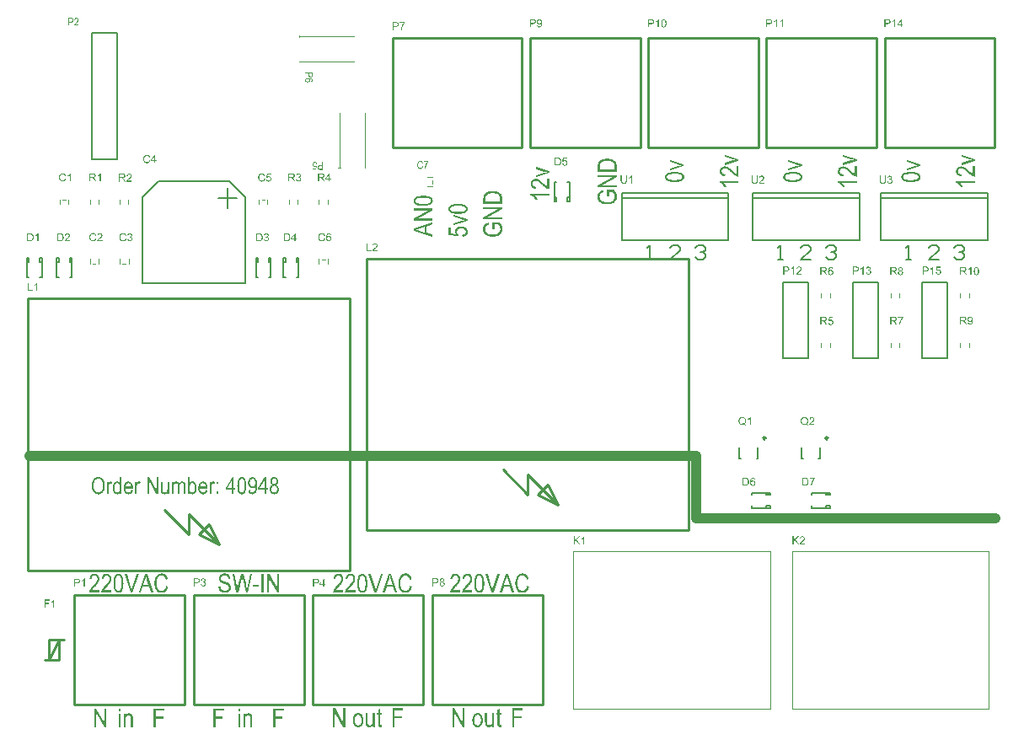
<source format=gto>
%FSLAX25Y25*%
%MOIN*%
G70*
G01*
G75*
%ADD10R,0.02756X0.03937*%
%ADD11R,0.03937X0.02756*%
%ADD12R,0.02165X0.05709*%
%ADD13R,0.05709X0.02165*%
%ADD14R,0.03150X0.04134*%
%ADD15R,0.04724X0.14567*%
%ADD16R,0.16339X0.05000*%
%ADD17R,0.09449X0.02992*%
%ADD18R,0.02992X0.09449*%
%ADD19C,0.01969*%
%ADD20C,0.03937*%
%ADD21C,0.00787*%
%ADD22C,0.03937*%
%ADD23C,0.05118*%
%ADD24C,0.05906*%
%ADD25R,0.05906X0.05906*%
%ADD26R,0.11811X0.11811*%
%ADD27C,0.11811*%
%ADD28C,0.06299*%
%ADD29R,0.06299X0.06299*%
%ADD30C,0.07874*%
%ADD31C,0.09843*%
%ADD32C,0.02362*%
%ADD33C,0.04724*%
%ADD34C,0.00984*%
%ADD35C,0.00394*%
%ADD36C,0.01000*%
%ADD37C,0.00591*%
G36*
X185635Y319611D02*
X186062D01*
Y319254D01*
X185635D01*
Y318500D01*
X185250D01*
Y319254D01*
X183881D01*
Y319611D01*
X185320Y321653D01*
X185635D01*
Y319611D01*
D02*
G37*
G36*
X182429Y321702D02*
X182470Y321698D01*
X182519Y321694D01*
X182573Y321686D01*
X182630Y321677D01*
X182753Y321649D01*
X182819Y321628D01*
X182888Y321604D01*
X182954Y321575D01*
X183020Y321546D01*
X183085Y321505D01*
X183147Y321464D01*
X183151Y321460D01*
X183159Y321452D01*
X183179Y321440D01*
X183200Y321419D01*
X183225Y321395D01*
X183257Y321366D01*
X183290Y321329D01*
X183327Y321288D01*
X183364Y321243D01*
X183401Y321194D01*
X183438Y321136D01*
X183475Y321079D01*
X183512Y321013D01*
X183544Y320944D01*
X183577Y320866D01*
X183602Y320788D01*
X183192Y320689D01*
Y320693D01*
X183188Y320706D01*
X183179Y320722D01*
X183171Y320747D01*
X183159Y320776D01*
X183147Y320808D01*
X183110Y320882D01*
X183065Y320964D01*
X183011Y321046D01*
X182946Y321124D01*
X182909Y321157D01*
X182872Y321190D01*
X182868D01*
X182864Y321198D01*
X182852Y321206D01*
X182835Y321214D01*
X182815Y321227D01*
X182790Y321239D01*
X182729Y321272D01*
X182651Y321300D01*
X182560Y321325D01*
X182458Y321341D01*
X182343Y321350D01*
X182306D01*
X182282Y321345D01*
X182253D01*
X182216Y321341D01*
X182175Y321333D01*
X182130Y321329D01*
X182036Y321308D01*
X181933Y321276D01*
X181831Y321231D01*
X181781Y321206D01*
X181732Y321173D01*
X181728D01*
X181720Y321165D01*
X181708Y321157D01*
X181691Y321140D01*
X181650Y321104D01*
X181601Y321050D01*
X181544Y320985D01*
X181486Y320903D01*
X181433Y320812D01*
X181392Y320706D01*
Y320702D01*
X181388Y320693D01*
X181384Y320677D01*
X181376Y320657D01*
X181367Y320628D01*
X181359Y320595D01*
X181351Y320558D01*
X181343Y320521D01*
X181326Y320427D01*
X181310Y320324D01*
X181298Y320214D01*
X181293Y320099D01*
Y320095D01*
Y320083D01*
Y320062D01*
Y320033D01*
X181298Y319997D01*
X181302Y319955D01*
Y319910D01*
X181310Y319861D01*
X181322Y319750D01*
X181343Y319636D01*
X181371Y319513D01*
X181408Y319398D01*
Y319394D01*
X181412Y319386D01*
X181421Y319369D01*
X181433Y319349D01*
X181445Y319324D01*
X181457Y319295D01*
X181499Y319230D01*
X181552Y319156D01*
X181613Y319082D01*
X181687Y319012D01*
X181773Y318951D01*
X181777D01*
X181786Y318943D01*
X181798Y318939D01*
X181818Y318926D01*
X181839Y318918D01*
X181868Y318906D01*
X181933Y318877D01*
X182015Y318848D01*
X182105Y318828D01*
X182204Y318812D01*
X182310Y318803D01*
X182343D01*
X182368Y318808D01*
X182401Y318812D01*
X182433Y318816D01*
X182474Y318820D01*
X182515Y318828D01*
X182610Y318853D01*
X182708Y318889D01*
X182761Y318910D01*
X182810Y318939D01*
X182860Y318967D01*
X182905Y319004D01*
X182909Y319008D01*
X182917Y319012D01*
X182929Y319025D01*
X182946Y319041D01*
X182962Y319062D01*
X182987Y319090D01*
X183011Y319119D01*
X183036Y319156D01*
X183065Y319193D01*
X183093Y319238D01*
X183118Y319287D01*
X183147Y319340D01*
X183171Y319402D01*
X183196Y319463D01*
X183216Y319529D01*
X183237Y319603D01*
X183655Y319496D01*
Y319492D01*
X183647Y319476D01*
X183639Y319447D01*
X183631Y319410D01*
X183614Y319369D01*
X183594Y319320D01*
X183573Y319267D01*
X183544Y319205D01*
X183516Y319144D01*
X183479Y319078D01*
X183442Y319017D01*
X183397Y318951D01*
X183352Y318885D01*
X183298Y318824D01*
X183241Y318766D01*
X183179Y318713D01*
X183175Y318709D01*
X183163Y318701D01*
X183147Y318689D01*
X183118Y318672D01*
X183085Y318652D01*
X183044Y318627D01*
X182999Y318607D01*
X182950Y318582D01*
X182888Y318553D01*
X182827Y318533D01*
X182757Y318508D01*
X182683Y318488D01*
X182606Y318471D01*
X182524Y318459D01*
X182437Y318451D01*
X182347Y318447D01*
X182298D01*
X182261Y318451D01*
X182220Y318455D01*
X182167Y318459D01*
X182114Y318463D01*
X182052Y318471D01*
X181921Y318496D01*
X181781Y318533D01*
X181712Y318557D01*
X181642Y318586D01*
X181576Y318615D01*
X181515Y318652D01*
X181511Y318656D01*
X181503Y318660D01*
X181486Y318672D01*
X181462Y318693D01*
X181437Y318713D01*
X181404Y318738D01*
X181371Y318771D01*
X181334Y318808D01*
X181293Y318844D01*
X181257Y318889D01*
X181216Y318939D01*
X181175Y318996D01*
X181134Y319054D01*
X181097Y319115D01*
X181060Y319185D01*
X181027Y319254D01*
Y319258D01*
X181019Y319271D01*
X181011Y319295D01*
X181002Y319324D01*
X180990Y319361D01*
X180974Y319402D01*
X180961Y319451D01*
X180945Y319509D01*
X180929Y319570D01*
X180916Y319636D01*
X180900Y319705D01*
X180888Y319775D01*
X180871Y319935D01*
X180863Y320099D01*
Y320103D01*
Y320120D01*
Y320148D01*
X180867Y320181D01*
Y320226D01*
X180871Y320275D01*
X180879Y320329D01*
X180888Y320390D01*
X180896Y320456D01*
X180908Y320525D01*
X180941Y320669D01*
X180986Y320812D01*
X181015Y320886D01*
X181047Y320956D01*
X181052Y320960D01*
X181056Y320972D01*
X181068Y320993D01*
X181084Y321017D01*
X181101Y321046D01*
X181125Y321083D01*
X181154Y321120D01*
X181187Y321165D01*
X181261Y321255D01*
X181355Y321345D01*
X181462Y321436D01*
X181523Y321477D01*
X181585Y321514D01*
X181589Y321518D01*
X181601Y321522D01*
X181622Y321530D01*
X181646Y321542D01*
X181679Y321559D01*
X181716Y321575D01*
X181761Y321591D01*
X181810Y321612D01*
X181868Y321628D01*
X181925Y321645D01*
X182056Y321677D01*
X182200Y321698D01*
X182273Y321706D01*
X182396D01*
X182429Y321702D01*
D02*
G37*
G36*
X175627Y290789D02*
X175655D01*
X175717Y290780D01*
X175791Y290764D01*
X175869Y290748D01*
X175951Y290719D01*
X176033Y290682D01*
X176037D01*
X176041Y290678D01*
X176053Y290670D01*
X176070Y290662D01*
X176106Y290637D01*
X176156Y290604D01*
X176209Y290559D01*
X176266Y290506D01*
X176320Y290448D01*
X176365Y290379D01*
Y290374D01*
X176369Y290370D01*
X176385Y290346D01*
X176402Y290305D01*
X176426Y290256D01*
X176447Y290194D01*
X176467Y290124D01*
X176479Y290051D01*
X176484Y289973D01*
Y289969D01*
Y289965D01*
Y289940D01*
X176479Y289899D01*
X176471Y289850D01*
X176455Y289792D01*
X176439Y289731D01*
X176410Y289665D01*
X176373Y289600D01*
X176369Y289591D01*
X176352Y289571D01*
X176328Y289542D01*
X176291Y289505D01*
X176246Y289460D01*
X176188Y289415D01*
X176123Y289374D01*
X176049Y289333D01*
X176053D01*
X176061Y289329D01*
X176078Y289325D01*
X176094Y289321D01*
X176119Y289313D01*
X176147Y289300D01*
X176209Y289276D01*
X176279Y289239D01*
X176348Y289190D01*
X176422Y289132D01*
X176484Y289063D01*
Y289058D01*
X176492Y289054D01*
X176500Y289042D01*
X176508Y289026D01*
X176521Y289005D01*
X176533Y288985D01*
X176562Y288923D01*
X176590Y288849D01*
X176615Y288763D01*
X176631Y288669D01*
X176639Y288558D01*
Y288554D01*
Y288542D01*
Y288517D01*
X176635Y288489D01*
X176631Y288452D01*
X176623Y288411D01*
X176615Y288366D01*
X176602Y288316D01*
X176586Y288263D01*
X176566Y288206D01*
X176541Y288148D01*
X176512Y288087D01*
X176476Y288029D01*
X176434Y287968D01*
X176389Y287910D01*
X176336Y287857D01*
X176332Y287853D01*
X176324Y287845D01*
X176307Y287832D01*
X176283Y287812D01*
X176254Y287792D01*
X176217Y287767D01*
X176176Y287742D01*
X176131Y287718D01*
X176078Y287689D01*
X176020Y287664D01*
X175959Y287640D01*
X175889Y287619D01*
X175820Y287599D01*
X175742Y287586D01*
X175664Y287578D01*
X175577Y287574D01*
X175537D01*
X175508Y287578D01*
X175475Y287582D01*
X175434Y287586D01*
X175385Y287595D01*
X175336Y287607D01*
X175229Y287636D01*
X175172Y287656D01*
X175114Y287677D01*
X175053Y287705D01*
X174995Y287738D01*
X174942Y287775D01*
X174889Y287820D01*
X174885Y287824D01*
X174876Y287832D01*
X174864Y287845D01*
X174844Y287865D01*
X174823Y287890D01*
X174799Y287919D01*
X174774Y287955D01*
X174745Y287993D01*
X174721Y288038D01*
X174692Y288087D01*
X174667Y288140D01*
X174643Y288197D01*
X174618Y288259D01*
X174602Y288320D01*
X174585Y288390D01*
X174577Y288464D01*
X174963Y288517D01*
Y288513D01*
X174967Y288501D01*
X174971Y288485D01*
X174975Y288464D01*
X174983Y288435D01*
X174991Y288407D01*
X175016Y288333D01*
X175045Y288255D01*
X175085Y288177D01*
X175131Y288099D01*
X175155Y288066D01*
X175184Y288038D01*
X175192Y288033D01*
X175213Y288017D01*
X175245Y287993D01*
X175295Y287968D01*
X175352Y287939D01*
X175418Y287919D01*
X175496Y287902D01*
X175577Y287894D01*
X175606D01*
X175623Y287898D01*
X175647D01*
X175676Y287902D01*
X175737Y287919D01*
X175811Y287939D01*
X175889Y287972D01*
X175967Y288021D01*
X176004Y288050D01*
X176041Y288083D01*
X176045Y288087D01*
X176049Y288091D01*
X176057Y288103D01*
X176070Y288116D01*
X176102Y288156D01*
X176135Y288214D01*
X176168Y288279D01*
X176201Y288362D01*
X176221Y288452D01*
X176229Y288501D01*
Y288550D01*
Y288554D01*
Y288562D01*
Y288575D01*
X176225Y288595D01*
Y288616D01*
X176221Y288644D01*
X176209Y288706D01*
X176188Y288776D01*
X176156Y288849D01*
X176110Y288919D01*
X176086Y288956D01*
X176053Y288989D01*
X176045Y288997D01*
X176020Y289018D01*
X175983Y289042D01*
X175934Y289075D01*
X175869Y289108D01*
X175795Y289132D01*
X175709Y289153D01*
X175610Y289161D01*
X175565D01*
X175537Y289157D01*
X175496Y289153D01*
X175446Y289144D01*
X175393Y289132D01*
X175336Y289120D01*
X175381Y289460D01*
X175389D01*
X175401Y289456D01*
X175422Y289452D01*
X175467D01*
X175483Y289456D01*
X175532Y289460D01*
X175590Y289468D01*
X175660Y289485D01*
X175733Y289505D01*
X175811Y289538D01*
X175885Y289579D01*
X175889D01*
X175893Y289587D01*
X175918Y289604D01*
X175951Y289636D01*
X175988Y289678D01*
X176024Y289735D01*
X176053Y289805D01*
X176078Y289887D01*
X176082Y289932D01*
X176086Y289981D01*
Y289985D01*
Y289989D01*
X176082Y290018D01*
X176078Y290055D01*
X176070Y290104D01*
X176049Y290157D01*
X176024Y290215D01*
X175988Y290276D01*
X175938Y290329D01*
X175930Y290338D01*
X175914Y290354D01*
X175881Y290374D01*
X175840Y290403D01*
X175787Y290428D01*
X175721Y290452D01*
X175651Y290469D01*
X175569Y290473D01*
X175549D01*
X175532Y290469D01*
X175487Y290465D01*
X175434Y290457D01*
X175377Y290436D01*
X175311Y290411D01*
X175250Y290379D01*
X175188Y290329D01*
X175180Y290321D01*
X175163Y290305D01*
X175139Y290272D01*
X175110Y290223D01*
X175077Y290165D01*
X175045Y290092D01*
X175020Y290005D01*
X174999Y289907D01*
X174614Y289977D01*
Y289981D01*
X174618Y289993D01*
X174622Y290014D01*
X174630Y290042D01*
X174639Y290071D01*
X174651Y290112D01*
X174663Y290153D01*
X174680Y290198D01*
X174725Y290293D01*
X174778Y290391D01*
X174848Y290489D01*
X174889Y290534D01*
X174934Y290576D01*
X174938Y290580D01*
X174946Y290584D01*
X174958Y290596D01*
X174979Y290608D01*
X175004Y290625D01*
X175032Y290645D01*
X175069Y290666D01*
X175106Y290686D01*
X175151Y290703D01*
X175196Y290723D01*
X175303Y290760D01*
X175426Y290785D01*
X175491Y290789D01*
X175561Y290793D01*
X175606D01*
X175627Y290789D01*
D02*
G37*
G36*
X154528Y375964D02*
X154561Y375960D01*
X154598Y375956D01*
X154684Y375936D01*
X154778Y375903D01*
X154827Y375882D01*
X154877Y375858D01*
X154926Y375825D01*
X154971Y375788D01*
X155012Y375747D01*
X155053Y375702D01*
X155057Y375698D01*
X155061Y375690D01*
X155073Y375677D01*
X155086Y375657D01*
X155098Y375632D01*
X155119Y375599D01*
X155135Y375567D01*
X155156Y375530D01*
X155192Y375439D01*
X155221Y375337D01*
X155246Y375226D01*
X155250Y375165D01*
X155254Y375103D01*
Y375099D01*
Y375091D01*
Y375075D01*
X155250Y375054D01*
Y375025D01*
X155246Y374997D01*
X155242Y374960D01*
X155233Y374923D01*
X155217Y374833D01*
X155188Y374738D01*
X155147Y374636D01*
X155094Y374533D01*
Y374529D01*
X155086Y374521D01*
X155078Y374505D01*
X155061Y374484D01*
X155045Y374455D01*
X155020Y374423D01*
X154996Y374386D01*
X154963Y374341D01*
X154922Y374291D01*
X154881Y374238D01*
X154832Y374177D01*
X154778Y374115D01*
X154717Y374045D01*
X154651Y373972D01*
X154577Y373890D01*
X154499Y373808D01*
X154495Y373803D01*
X154487Y373795D01*
X154475Y373779D01*
X154454Y373762D01*
X154405Y373713D01*
X154352Y373652D01*
X154290Y373590D01*
X154229Y373525D01*
X154180Y373467D01*
X154155Y373439D01*
X154139Y373418D01*
X154135Y373414D01*
X154126Y373402D01*
X154110Y373381D01*
X154094Y373353D01*
X154069Y373324D01*
X154049Y373287D01*
X154007Y373213D01*
X155258D01*
Y372844D01*
X153573D01*
Y372848D01*
Y372852D01*
Y372865D01*
Y372885D01*
X153577Y372906D01*
Y372930D01*
X153585Y372988D01*
X153602Y373061D01*
X153626Y373148D01*
X153659Y373242D01*
X153704Y373340D01*
Y373344D01*
X153712Y373353D01*
X153720Y373369D01*
X153733Y373389D01*
X153749Y373418D01*
X153770Y373447D01*
X153794Y373484D01*
X153823Y373525D01*
X153856Y373574D01*
X153893Y373623D01*
X153934Y373676D01*
X153983Y373734D01*
X154036Y373795D01*
X154089Y373857D01*
X154155Y373922D01*
X154221Y373992D01*
X154225Y373996D01*
X154241Y374013D01*
X154262Y374033D01*
X154290Y374066D01*
X154327Y374103D01*
X154368Y374144D01*
X154409Y374189D01*
X154458Y374242D01*
X154553Y374349D01*
X154647Y374464D01*
X154692Y374517D01*
X154733Y374570D01*
X154766Y374623D01*
X154795Y374669D01*
Y374673D01*
X154799Y374681D01*
X154807Y374693D01*
X154815Y374710D01*
X154840Y374755D01*
X154864Y374812D01*
X154889Y374882D01*
X154914Y374956D01*
X154930Y375038D01*
X154934Y375115D01*
Y375120D01*
Y375128D01*
Y375140D01*
Y375156D01*
X154926Y375198D01*
X154918Y375255D01*
X154901Y375312D01*
X154877Y375378D01*
X154840Y375444D01*
X154795Y375501D01*
X154787Y375509D01*
X154770Y375525D01*
X154741Y375550D01*
X154700Y375579D01*
X154651Y375603D01*
X154594Y375628D01*
X154528Y375644D01*
X154454Y375653D01*
X154434D01*
X154418Y375648D01*
X154376Y375644D01*
X154327Y375632D01*
X154274Y375612D01*
X154212Y375583D01*
X154155Y375542D01*
X154098Y375489D01*
X154094Y375480D01*
X154077Y375460D01*
X154053Y375423D01*
X154028Y375370D01*
X154003Y375308D01*
X153979Y375226D01*
X153962Y375136D01*
X153958Y375029D01*
X153634Y375070D01*
Y375075D01*
Y375091D01*
X153639Y375111D01*
X153643Y375144D01*
X153651Y375181D01*
X153655Y375222D01*
X153667Y375271D01*
X153680Y375321D01*
X153708Y375427D01*
X153753Y375538D01*
X153811Y375644D01*
X153848Y375694D01*
X153884Y375739D01*
X153889Y375743D01*
X153897Y375747D01*
X153909Y375759D01*
X153926Y375776D01*
X153946Y375792D01*
X153975Y375813D01*
X154003Y375833D01*
X154040Y375853D01*
X154081Y375874D01*
X154122Y375894D01*
X154221Y375931D01*
X154335Y375960D01*
X154397Y375964D01*
X154463Y375968D01*
X154499D01*
X154528Y375964D01*
D02*
G37*
G36*
X246470Y352125D02*
X246544Y352121D01*
X246630Y352116D01*
X246721Y352108D01*
X246823Y352096D01*
X246925Y352084D01*
X247032Y352067D01*
X247139Y352047D01*
X247245Y352022D01*
X247348Y351993D01*
X247442Y351957D01*
X247528Y351920D01*
X247606Y351875D01*
X247610Y351870D01*
X247622Y351862D01*
X247643Y351850D01*
X247668Y351830D01*
X247696Y351801D01*
X247729Y351772D01*
X247762Y351735D01*
X247799Y351694D01*
X247836Y351649D01*
X247868Y351600D01*
X247901Y351547D01*
X247930Y351485D01*
X247955Y351424D01*
X247975Y351358D01*
X247987Y351288D01*
X247991Y351215D01*
Y351210D01*
Y351202D01*
Y351186D01*
X247987Y351165D01*
Y351141D01*
X247979Y351112D01*
X247967Y351046D01*
X247942Y350969D01*
X247905Y350891D01*
X247885Y350850D01*
X247856Y350809D01*
X247828Y350768D01*
X247791Y350731D01*
X247786Y350727D01*
X247782Y350723D01*
X247770Y350710D01*
X247754Y350698D01*
X247733Y350686D01*
X247709Y350665D01*
X247680Y350649D01*
X247647Y350628D01*
X247606Y350608D01*
X247565Y350583D01*
X247520Y350567D01*
X247467Y350546D01*
X247413Y350526D01*
X247352Y350513D01*
X247290Y350497D01*
X247221Y350489D01*
X247192Y350800D01*
X247204D01*
X247213Y350804D01*
X247229Y350809D01*
X247270Y350821D01*
X247323Y350833D01*
X247376Y350854D01*
X247434Y350878D01*
X247483Y350903D01*
X247528Y350936D01*
X247536Y350940D01*
X247553Y350956D01*
X247573Y350985D01*
X247602Y351018D01*
X247631Y351063D01*
X247651Y351112D01*
X247668Y351169D01*
X247676Y351235D01*
Y351239D01*
Y351247D01*
X247672Y351260D01*
Y351280D01*
X247663Y351305D01*
X247659Y351329D01*
X247635Y351391D01*
X247614Y351428D01*
X247594Y351465D01*
X247565Y351497D01*
X247532Y351534D01*
X247495Y351571D01*
X247446Y351608D01*
X247397Y351641D01*
X247336Y351674D01*
X247331D01*
X247323Y351678D01*
X247303Y351686D01*
X247282Y351694D01*
X247249Y351707D01*
X247213Y351719D01*
X247167Y351731D01*
X247118Y351743D01*
X247061Y351760D01*
X246995Y351772D01*
X246925Y351784D01*
X246848Y351793D01*
X246761Y351805D01*
X246671Y351809D01*
X246573Y351817D01*
X246475D01*
X246479Y351813D01*
X246503Y351797D01*
X246540Y351776D01*
X246585Y351743D01*
X246634Y351702D01*
X246684Y351657D01*
X246733Y351604D01*
X246778Y351547D01*
X246782Y351538D01*
X246794Y351518D01*
X246811Y351485D01*
X246831Y351440D01*
X246852Y351391D01*
X246868Y351333D01*
X246880Y351268D01*
X246884Y351202D01*
Y351198D01*
Y351190D01*
Y351173D01*
X246880Y351153D01*
X246876Y351124D01*
X246868Y351096D01*
X246852Y351022D01*
X246815Y350940D01*
X246794Y350895D01*
X246766Y350850D01*
X246737Y350804D01*
X246696Y350759D01*
X246655Y350714D01*
X246606Y350673D01*
X246602Y350669D01*
X246593Y350665D01*
X246577Y350653D01*
X246556Y350636D01*
X246528Y350620D01*
X246495Y350600D01*
X246454Y350579D01*
X246413Y350558D01*
X246360Y350538D01*
X246306Y350518D01*
X246245Y350497D01*
X246179Y350481D01*
X246110Y350464D01*
X246036Y350452D01*
X245954Y350448D01*
X245872Y350444D01*
X245818D01*
X245794Y350448D01*
X245761D01*
X245683Y350456D01*
X245597Y350472D01*
X245503Y350493D01*
X245404Y350522D01*
X245306Y350558D01*
X245302D01*
X245294Y350563D01*
X245281Y350571D01*
X245265Y350579D01*
X245220Y350604D01*
X245163Y350636D01*
X245105Y350681D01*
X245040Y350731D01*
X244982Y350788D01*
X244933Y350854D01*
X244929Y350862D01*
X244917Y350882D01*
X244896Y350919D01*
X244876Y350969D01*
X244851Y351026D01*
X244834Y351092D01*
X244818Y351165D01*
X244814Y351243D01*
Y351247D01*
Y351260D01*
X244818Y351280D01*
Y351309D01*
X244826Y351342D01*
X244830Y351378D01*
X244843Y351419D01*
X244859Y351469D01*
X244876Y351518D01*
X244900Y351567D01*
X244925Y351620D01*
X244957Y351674D01*
X244999Y351727D01*
X245044Y351780D01*
X245097Y351830D01*
X245158Y351879D01*
X245163Y351883D01*
X245175Y351891D01*
X245195Y351903D01*
X245224Y351916D01*
X245265Y351936D01*
X245310Y351957D01*
X245368Y351981D01*
X245433Y352002D01*
X245511Y352026D01*
X245597Y352051D01*
X245691Y352071D01*
X245798Y352088D01*
X245913Y352104D01*
X246040Y352116D01*
X246175Y352125D01*
X246323Y352129D01*
X246409D01*
X246470Y352125D01*
D02*
G37*
G36*
X247979Y353400D02*
Y353396D01*
Y353383D01*
Y353367D01*
Y353342D01*
Y353318D01*
X247975Y353285D01*
X247971Y353211D01*
X247963Y353129D01*
X247955Y353043D01*
X247938Y352965D01*
X247930Y352932D01*
X247918Y352900D01*
Y352895D01*
X247914Y352891D01*
X247909Y352879D01*
X247901Y352863D01*
X247881Y352822D01*
X247848Y352772D01*
X247807Y352715D01*
X247758Y352658D01*
X247692Y352600D01*
X247618Y352547D01*
X247614D01*
X247610Y352543D01*
X247598Y352535D01*
X247582Y352526D01*
X247557Y352514D01*
X247532Y352506D01*
X247471Y352477D01*
X247393Y352453D01*
X247299Y352432D01*
X247196Y352416D01*
X247081Y352412D01*
X247040D01*
X247012Y352416D01*
X246975Y352420D01*
X246934Y352424D01*
X246889Y352428D01*
X246835Y352440D01*
X246729Y352465D01*
X246614Y352502D01*
X246556Y352526D01*
X246499Y352555D01*
X246446Y352592D01*
X246392Y352629D01*
X246388Y352633D01*
X246380Y352637D01*
X246368Y352654D01*
X246352Y352670D01*
X246331Y352695D01*
X246310Y352723D01*
X246286Y352760D01*
X246261Y352801D01*
X246237Y352850D01*
X246212Y352904D01*
X246192Y352965D01*
X246171Y353031D01*
X246155Y353105D01*
X246142Y353187D01*
X246134Y353277D01*
X246130Y353371D01*
Y354023D01*
X244867D01*
Y354359D01*
X247979D01*
Y353400D01*
D02*
G37*
G36*
X152437Y375952D02*
X152511Y375948D01*
X152593Y375940D01*
X152679Y375931D01*
X152757Y375915D01*
X152790Y375907D01*
X152823Y375894D01*
X152827D01*
X152831Y375890D01*
X152843Y375886D01*
X152859Y375878D01*
X152901Y375858D01*
X152950Y375825D01*
X153007Y375784D01*
X153065Y375735D01*
X153122Y375669D01*
X153175Y375595D01*
Y375591D01*
X153179Y375587D01*
X153188Y375575D01*
X153196Y375558D01*
X153208Y375534D01*
X153216Y375509D01*
X153245Y375448D01*
X153270Y375370D01*
X153290Y375275D01*
X153306Y375173D01*
X153311Y375058D01*
Y375054D01*
Y375038D01*
Y375017D01*
X153306Y374988D01*
X153302Y374952D01*
X153298Y374910D01*
X153294Y374865D01*
X153282Y374812D01*
X153257Y374706D01*
X153220Y374591D01*
X153196Y374533D01*
X153167Y374476D01*
X153130Y374423D01*
X153093Y374369D01*
X153089Y374365D01*
X153085Y374357D01*
X153069Y374345D01*
X153052Y374328D01*
X153028Y374308D01*
X152999Y374287D01*
X152962Y374263D01*
X152921Y374238D01*
X152872Y374214D01*
X152819Y374189D01*
X152757Y374168D01*
X152691Y374148D01*
X152618Y374131D01*
X152536Y374119D01*
X152445Y374111D01*
X152351Y374107D01*
X151699D01*
Y372844D01*
X151363D01*
Y375956D01*
X152404D01*
X152437Y375952D01*
D02*
G37*
G36*
X172995Y290830D02*
X173036Y290826D01*
X173085Y290822D01*
X173138Y290813D01*
X173196Y290805D01*
X173319Y290776D01*
X173384Y290756D01*
X173454Y290731D01*
X173519Y290703D01*
X173585Y290674D01*
X173651Y290633D01*
X173712Y290592D01*
X173716Y290588D01*
X173724Y290580D01*
X173745Y290567D01*
X173765Y290547D01*
X173790Y290522D01*
X173823Y290493D01*
X173855Y290457D01*
X173892Y290416D01*
X173929Y290370D01*
X173966Y290321D01*
X174003Y290264D01*
X174040Y290206D01*
X174077Y290141D01*
X174110Y290071D01*
X174143Y289993D01*
X174167Y289915D01*
X173757Y289817D01*
Y289821D01*
X173753Y289833D01*
X173745Y289850D01*
X173737Y289874D01*
X173724Y289903D01*
X173712Y289936D01*
X173675Y290010D01*
X173630Y290092D01*
X173577Y290174D01*
X173511Y290251D01*
X173474Y290284D01*
X173437Y290317D01*
X173433D01*
X173429Y290325D01*
X173417Y290334D01*
X173400Y290342D01*
X173380Y290354D01*
X173355Y290366D01*
X173294Y290399D01*
X173216Y290428D01*
X173126Y290452D01*
X173023Y290469D01*
X172908Y290477D01*
X172872D01*
X172847Y290473D01*
X172818D01*
X172781Y290469D01*
X172740Y290461D01*
X172695Y290457D01*
X172601Y290436D01*
X172499Y290403D01*
X172396Y290358D01*
X172347Y290334D01*
X172298Y290301D01*
X172293D01*
X172285Y290293D01*
X172273Y290284D01*
X172257Y290268D01*
X172216Y290231D01*
X172166Y290178D01*
X172109Y290112D01*
X172052Y290030D01*
X171998Y289940D01*
X171957Y289833D01*
Y289829D01*
X171953Y289821D01*
X171949Y289805D01*
X171941Y289784D01*
X171933Y289756D01*
X171924Y289723D01*
X171916Y289686D01*
X171908Y289649D01*
X171892Y289555D01*
X171875Y289452D01*
X171863Y289341D01*
X171859Y289227D01*
Y289222D01*
Y289210D01*
Y289190D01*
Y289161D01*
X171863Y289124D01*
X171867Y289083D01*
Y289038D01*
X171875Y288989D01*
X171888Y288878D01*
X171908Y288763D01*
X171937Y288640D01*
X171974Y288526D01*
Y288521D01*
X171978Y288513D01*
X171986Y288497D01*
X171998Y288476D01*
X172011Y288452D01*
X172023Y288423D01*
X172064Y288357D01*
X172117Y288284D01*
X172179Y288210D01*
X172252Y288140D01*
X172339Y288078D01*
X172343D01*
X172351Y288070D01*
X172363Y288066D01*
X172384Y288054D01*
X172404Y288046D01*
X172433Y288033D01*
X172499Y288005D01*
X172580Y287976D01*
X172671Y287955D01*
X172769Y287939D01*
X172876Y287931D01*
X172908D01*
X172933Y287935D01*
X172966Y287939D01*
X172999Y287943D01*
X173040Y287947D01*
X173081Y287955D01*
X173175Y287980D01*
X173273Y288017D01*
X173327Y288038D01*
X173376Y288066D01*
X173425Y288095D01*
X173470Y288132D01*
X173474Y288136D01*
X173482Y288140D01*
X173495Y288152D01*
X173511Y288169D01*
X173528Y288189D01*
X173552Y288218D01*
X173577Y288247D01*
X173601Y288284D01*
X173630Y288320D01*
X173659Y288366D01*
X173683Y288415D01*
X173712Y288468D01*
X173737Y288530D01*
X173761Y288591D01*
X173782Y288657D01*
X173802Y288731D01*
X174221Y288624D01*
Y288620D01*
X174212Y288603D01*
X174204Y288575D01*
X174196Y288538D01*
X174179Y288497D01*
X174159Y288448D01*
X174138Y288394D01*
X174110Y288333D01*
X174081Y288271D01*
X174044Y288206D01*
X174007Y288144D01*
X173962Y288078D01*
X173917Y288013D01*
X173864Y287951D01*
X173806Y287894D01*
X173745Y287841D01*
X173741Y287837D01*
X173728Y287828D01*
X173712Y287816D01*
X173683Y287800D01*
X173651Y287779D01*
X173609Y287755D01*
X173565Y287734D01*
X173515Y287709D01*
X173454Y287681D01*
X173392Y287660D01*
X173323Y287636D01*
X173249Y287615D01*
X173171Y287599D01*
X173089Y287586D01*
X173003Y287578D01*
X172913Y287574D01*
X172863D01*
X172826Y287578D01*
X172785Y287582D01*
X172732Y287586D01*
X172679Y287591D01*
X172617Y287599D01*
X172486Y287624D01*
X172347Y287660D01*
X172277Y287685D01*
X172207Y287714D01*
X172142Y287742D01*
X172080Y287779D01*
X172076Y287783D01*
X172068Y287787D01*
X172052Y287800D01*
X172027Y287820D01*
X172002Y287841D01*
X171970Y287865D01*
X171937Y287898D01*
X171900Y287935D01*
X171859Y287972D01*
X171822Y288017D01*
X171781Y288066D01*
X171740Y288124D01*
X171699Y288181D01*
X171662Y288243D01*
X171625Y288312D01*
X171592Y288382D01*
Y288386D01*
X171584Y288398D01*
X171576Y288423D01*
X171568Y288452D01*
X171555Y288489D01*
X171539Y288530D01*
X171527Y288579D01*
X171510Y288636D01*
X171494Y288698D01*
X171482Y288763D01*
X171465Y288833D01*
X171453Y288903D01*
X171437Y289063D01*
X171428Y289227D01*
Y289231D01*
Y289247D01*
Y289276D01*
X171432Y289309D01*
Y289354D01*
X171437Y289403D01*
X171445Y289456D01*
X171453Y289518D01*
X171461Y289583D01*
X171474Y289653D01*
X171506Y289796D01*
X171551Y289940D01*
X171580Y290014D01*
X171613Y290083D01*
X171617Y290088D01*
X171621Y290100D01*
X171633Y290120D01*
X171650Y290145D01*
X171666Y290174D01*
X171691Y290211D01*
X171720Y290247D01*
X171752Y290293D01*
X171826Y290383D01*
X171920Y290473D01*
X172027Y290563D01*
X172088Y290604D01*
X172150Y290641D01*
X172154Y290645D01*
X172166Y290649D01*
X172187Y290657D01*
X172211Y290670D01*
X172244Y290686D01*
X172281Y290703D01*
X172326Y290719D01*
X172376Y290739D01*
X172433Y290756D01*
X172490Y290772D01*
X172622Y290805D01*
X172765Y290826D01*
X172839Y290834D01*
X172962D01*
X172995Y290830D01*
D02*
G37*
G36*
X231388Y313943D02*
X230129D01*
X229961Y313090D01*
X229965Y313094D01*
X229974Y313098D01*
X229990Y313111D01*
X230011Y313123D01*
X230035Y313135D01*
X230068Y313156D01*
X230101Y313172D01*
X230142Y313193D01*
X230232Y313229D01*
X230330Y313258D01*
X230441Y313283D01*
X230498Y313287D01*
X230556Y313291D01*
X230597D01*
X230626Y313287D01*
X230658Y313283D01*
X230699Y313275D01*
X230744Y313266D01*
X230798Y313254D01*
X230851Y313242D01*
X230904Y313221D01*
X230962Y313197D01*
X231023Y313172D01*
X231081Y313135D01*
X231138Y313098D01*
X231195Y313053D01*
X231249Y313004D01*
X231253Y313000D01*
X231261Y312992D01*
X231273Y312975D01*
X231294Y312951D01*
X231314Y312922D01*
X231339Y312889D01*
X231368Y312848D01*
X231392Y312803D01*
X231421Y312754D01*
X231446Y312697D01*
X231470Y312639D01*
X231491Y312574D01*
X231511Y312500D01*
X231523Y312426D01*
X231532Y312348D01*
X231536Y312266D01*
Y312262D01*
Y312245D01*
Y312225D01*
X231532Y312196D01*
X231527Y312159D01*
X231523Y312114D01*
X231515Y312065D01*
X231503Y312016D01*
X231474Y311897D01*
X231454Y311836D01*
X231429Y311774D01*
X231400Y311713D01*
X231368Y311651D01*
X231331Y311590D01*
X231286Y311528D01*
X231281Y311524D01*
X231273Y311512D01*
X231253Y311491D01*
X231228Y311471D01*
X231200Y311438D01*
X231163Y311409D01*
X231118Y311372D01*
X231068Y311339D01*
X231011Y311302D01*
X230949Y311266D01*
X230884Y311237D01*
X230810Y311208D01*
X230728Y311184D01*
X230642Y311163D01*
X230552Y311151D01*
X230457Y311147D01*
X230416D01*
X230388Y311151D01*
X230351Y311155D01*
X230306Y311159D01*
X230261Y311167D01*
X230207Y311175D01*
X230097Y311204D01*
X230039Y311225D01*
X229982Y311249D01*
X229920Y311274D01*
X229863Y311307D01*
X229810Y311344D01*
X229756Y311385D01*
X229752Y311389D01*
X229744Y311397D01*
X229732Y311409D01*
X229715Y311430D01*
X229691Y311454D01*
X229670Y311483D01*
X229642Y311516D01*
X229617Y311557D01*
X229588Y311598D01*
X229564Y311647D01*
X229535Y311700D01*
X229514Y311758D01*
X229490Y311819D01*
X229473Y311881D01*
X229457Y311950D01*
X229449Y312024D01*
X229855Y312053D01*
Y312049D01*
X229859Y312040D01*
Y312024D01*
X229863Y312004D01*
X229871Y311979D01*
X229879Y311950D01*
X229896Y311889D01*
X229924Y311815D01*
X229961Y311741D01*
X230006Y311671D01*
X230060Y311610D01*
X230068Y311606D01*
X230088Y311590D01*
X230125Y311565D01*
X230170Y311540D01*
X230228Y311512D01*
X230297Y311491D01*
X230371Y311475D01*
X230457Y311467D01*
X230486D01*
X230507Y311471D01*
X230527Y311475D01*
X230556Y311479D01*
X230621Y311491D01*
X230699Y311516D01*
X230777Y311557D01*
X230818Y311577D01*
X230859Y311606D01*
X230896Y311639D01*
X230933Y311676D01*
X230937Y311680D01*
X230941Y311684D01*
X230949Y311696D01*
X230962Y311713D01*
X230978Y311733D01*
X230995Y311762D01*
X231011Y311790D01*
X231031Y311823D01*
X231064Y311905D01*
X231097Y312000D01*
X231118Y312110D01*
X231126Y312168D01*
Y312233D01*
Y312237D01*
Y312250D01*
Y312266D01*
X231122Y312286D01*
Y312315D01*
X231118Y312348D01*
X231101Y312422D01*
X231081Y312508D01*
X231048Y312594D01*
X231003Y312680D01*
X230974Y312721D01*
X230941Y312758D01*
Y312762D01*
X230933Y312766D01*
X230921Y312774D01*
X230908Y312787D01*
X230867Y312820D01*
X230810Y312856D01*
X230740Y312889D01*
X230658Y312922D01*
X230560Y312943D01*
X230511Y312951D01*
X230420D01*
X230388Y312947D01*
X230339Y312938D01*
X230289Y312930D01*
X230232Y312914D01*
X230170Y312889D01*
X230113Y312860D01*
X230105Y312856D01*
X230088Y312844D01*
X230064Y312828D01*
X230031Y312799D01*
X229994Y312770D01*
X229953Y312729D01*
X229916Y312688D01*
X229883Y312639D01*
X229519Y312692D01*
X229822Y314312D01*
X231388D01*
Y313943D01*
D02*
G37*
G36*
X227866Y314402D02*
X227907Y314398D01*
X227956Y314394D01*
X228010Y314386D01*
X228067Y314377D01*
X228190Y314349D01*
X228256Y314328D01*
X228325Y314304D01*
X228391Y314275D01*
X228457Y314246D01*
X228522Y314205D01*
X228584Y314164D01*
X228588Y314160D01*
X228596Y314152D01*
X228616Y314140D01*
X228637Y314119D01*
X228662Y314095D01*
X228694Y314066D01*
X228727Y314029D01*
X228764Y313988D01*
X228801Y313943D01*
X228838Y313894D01*
X228875Y313836D01*
X228912Y313779D01*
X228949Y313713D01*
X228981Y313644D01*
X229014Y313566D01*
X229039Y313488D01*
X228629Y313389D01*
Y313393D01*
X228625Y313406D01*
X228616Y313422D01*
X228608Y313447D01*
X228596Y313475D01*
X228584Y313508D01*
X228547Y313582D01*
X228502Y313664D01*
X228448Y313746D01*
X228383Y313824D01*
X228346Y313857D01*
X228309Y313890D01*
X228305D01*
X228301Y313898D01*
X228289Y313906D01*
X228272Y313914D01*
X228252Y313927D01*
X228227Y313939D01*
X228166Y313972D01*
X228088Y314000D01*
X227997Y314025D01*
X227895Y314041D01*
X227780Y314050D01*
X227743D01*
X227719Y314045D01*
X227690D01*
X227653Y314041D01*
X227612Y314033D01*
X227567Y314029D01*
X227473Y314008D01*
X227370Y313976D01*
X227268Y313931D01*
X227218Y313906D01*
X227169Y313873D01*
X227165D01*
X227157Y313865D01*
X227145Y313857D01*
X227128Y313840D01*
X227087Y313804D01*
X227038Y313750D01*
X226981Y313685D01*
X226923Y313603D01*
X226870Y313512D01*
X226829Y313406D01*
Y313402D01*
X226825Y313393D01*
X226821Y313377D01*
X226813Y313357D01*
X226804Y313328D01*
X226796Y313295D01*
X226788Y313258D01*
X226780Y313221D01*
X226763Y313127D01*
X226747Y313024D01*
X226735Y312914D01*
X226730Y312799D01*
Y312795D01*
Y312783D01*
Y312762D01*
Y312733D01*
X226735Y312697D01*
X226739Y312655D01*
Y312610D01*
X226747Y312561D01*
X226759Y312451D01*
X226780Y312336D01*
X226808Y312213D01*
X226845Y312098D01*
Y312094D01*
X226849Y312086D01*
X226858Y312069D01*
X226870Y312049D01*
X226882Y312024D01*
X226894Y311995D01*
X226936Y311930D01*
X226989Y311856D01*
X227050Y311782D01*
X227124Y311713D01*
X227210Y311651D01*
X227214D01*
X227222Y311643D01*
X227235Y311639D01*
X227255Y311626D01*
X227276Y311618D01*
X227305Y311606D01*
X227370Y311577D01*
X227452Y311548D01*
X227542Y311528D01*
X227641Y311512D01*
X227747Y311503D01*
X227780D01*
X227805Y311508D01*
X227837Y311512D01*
X227870Y311516D01*
X227911Y311520D01*
X227952Y311528D01*
X228047Y311553D01*
X228145Y311590D01*
X228198Y311610D01*
X228247Y311639D01*
X228297Y311667D01*
X228342Y311704D01*
X228346Y311708D01*
X228354Y311713D01*
X228366Y311725D01*
X228383Y311741D01*
X228399Y311762D01*
X228424Y311790D01*
X228448Y311819D01*
X228473Y311856D01*
X228502Y311893D01*
X228530Y311938D01*
X228555Y311987D01*
X228584Y312040D01*
X228608Y312102D01*
X228633Y312163D01*
X228653Y312229D01*
X228674Y312303D01*
X229092Y312196D01*
Y312192D01*
X229084Y312176D01*
X229076Y312147D01*
X229067Y312110D01*
X229051Y312069D01*
X229031Y312020D01*
X229010Y311967D01*
X228981Y311905D01*
X228953Y311844D01*
X228916Y311778D01*
X228879Y311717D01*
X228834Y311651D01*
X228789Y311585D01*
X228735Y311524D01*
X228678Y311467D01*
X228616Y311413D01*
X228612Y311409D01*
X228600Y311401D01*
X228584Y311389D01*
X228555Y311372D01*
X228522Y311352D01*
X228481Y311327D01*
X228436Y311307D01*
X228387Y311282D01*
X228325Y311253D01*
X228264Y311233D01*
X228194Y311208D01*
X228120Y311188D01*
X228043Y311171D01*
X227960Y311159D01*
X227874Y311151D01*
X227784Y311147D01*
X227735D01*
X227698Y311151D01*
X227657Y311155D01*
X227604Y311159D01*
X227551Y311163D01*
X227489Y311171D01*
X227358Y311196D01*
X227218Y311233D01*
X227149Y311257D01*
X227079Y311286D01*
X227013Y311315D01*
X226952Y311352D01*
X226948Y311356D01*
X226940Y311360D01*
X226923Y311372D01*
X226899Y311393D01*
X226874Y311413D01*
X226841Y311438D01*
X226808Y311471D01*
X226771Y311508D01*
X226730Y311544D01*
X226694Y311590D01*
X226653Y311639D01*
X226612Y311696D01*
X226571Y311754D01*
X226534Y311815D01*
X226497Y311885D01*
X226464Y311954D01*
Y311959D01*
X226456Y311971D01*
X226448Y311995D01*
X226439Y312024D01*
X226427Y312061D01*
X226411Y312102D01*
X226398Y312151D01*
X226382Y312209D01*
X226366Y312270D01*
X226353Y312336D01*
X226337Y312405D01*
X226325Y312475D01*
X226308Y312635D01*
X226300Y312799D01*
Y312803D01*
Y312820D01*
Y312848D01*
X226304Y312881D01*
Y312926D01*
X226308Y312975D01*
X226316Y313029D01*
X226325Y313090D01*
X226333Y313156D01*
X226345Y313225D01*
X226378Y313369D01*
X226423Y313512D01*
X226452Y313586D01*
X226484Y313656D01*
X226489Y313660D01*
X226493Y313672D01*
X226505Y313693D01*
X226521Y313717D01*
X226538Y313746D01*
X226562Y313783D01*
X226591Y313820D01*
X226624Y313865D01*
X226698Y313955D01*
X226792Y314045D01*
X226899Y314136D01*
X226960Y314177D01*
X227022Y314213D01*
X227026Y314218D01*
X227038Y314222D01*
X227059Y314230D01*
X227083Y314242D01*
X227116Y314259D01*
X227153Y314275D01*
X227198Y314291D01*
X227247Y314312D01*
X227305Y314328D01*
X227362Y314345D01*
X227493Y314377D01*
X227637Y314398D01*
X227710Y314406D01*
X227833D01*
X227866Y314402D01*
D02*
G37*
G36*
X152167Y311263D02*
X151782D01*
Y313727D01*
X151774Y313723D01*
X151757Y313707D01*
X151725Y313678D01*
X151683Y313645D01*
X151630Y313604D01*
X151565Y313559D01*
X151495Y313510D01*
X151413Y313461D01*
X151409D01*
X151405Y313457D01*
X151392Y313448D01*
X151376Y313440D01*
X151331Y313416D01*
X151278Y313387D01*
X151216Y313354D01*
X151146Y313321D01*
X151077Y313288D01*
X151007Y313260D01*
Y313637D01*
X151011D01*
X151023Y313645D01*
X151040Y313653D01*
X151060Y313666D01*
X151089Y313678D01*
X151122Y313698D01*
X151200Y313739D01*
X151286Y313793D01*
X151384Y313858D01*
X151479Y313928D01*
X151573Y314006D01*
X151577Y314010D01*
X151585Y314014D01*
X151597Y314026D01*
X151614Y314043D01*
X151655Y314084D01*
X151708Y314141D01*
X151761Y314203D01*
X151819Y314277D01*
X151872Y314350D01*
X151917Y314428D01*
X152167D01*
Y311263D01*
D02*
G37*
G36*
X161134Y290839D02*
X161174Y290835D01*
X161224Y290830D01*
X161277Y290822D01*
X161334Y290814D01*
X161457Y290785D01*
X161523Y290765D01*
X161593Y290740D01*
X161658Y290712D01*
X161724Y290683D01*
X161790Y290642D01*
X161851Y290601D01*
X161855Y290597D01*
X161863Y290589D01*
X161884Y290576D01*
X161904Y290556D01*
X161929Y290531D01*
X161962Y290503D01*
X161995Y290466D01*
X162031Y290425D01*
X162068Y290380D01*
X162105Y290330D01*
X162142Y290273D01*
X162179Y290215D01*
X162216Y290150D01*
X162249Y290080D01*
X162282Y290002D01*
X162306Y289924D01*
X161896Y289826D01*
Y289830D01*
X161892Y289842D01*
X161884Y289859D01*
X161876Y289883D01*
X161863Y289912D01*
X161851Y289945D01*
X161814Y290019D01*
X161769Y290101D01*
X161716Y290183D01*
X161650Y290261D01*
X161613Y290293D01*
X161576Y290326D01*
X161572D01*
X161568Y290334D01*
X161556Y290343D01*
X161539Y290351D01*
X161519Y290363D01*
X161494Y290375D01*
X161433Y290408D01*
X161355Y290437D01*
X161265Y290461D01*
X161162Y290478D01*
X161047Y290486D01*
X161011D01*
X160986Y290482D01*
X160957D01*
X160920Y290478D01*
X160879Y290470D01*
X160834Y290466D01*
X160740Y290445D01*
X160637Y290412D01*
X160535Y290367D01*
X160486Y290343D01*
X160436Y290310D01*
X160432D01*
X160424Y290302D01*
X160412Y290293D01*
X160396Y290277D01*
X160354Y290240D01*
X160305Y290187D01*
X160248Y290121D01*
X160190Y290039D01*
X160137Y289949D01*
X160096Y289842D01*
Y289838D01*
X160092Y289830D01*
X160088Y289814D01*
X160080Y289793D01*
X160072Y289764D01*
X160063Y289732D01*
X160055Y289695D01*
X160047Y289658D01*
X160031Y289564D01*
X160014Y289461D01*
X160002Y289350D01*
X159998Y289236D01*
Y289231D01*
Y289219D01*
Y289199D01*
Y289170D01*
X160002Y289133D01*
X160006Y289092D01*
Y289047D01*
X160014Y288998D01*
X160027Y288887D01*
X160047Y288772D01*
X160076Y288649D01*
X160113Y288534D01*
Y288530D01*
X160117Y288522D01*
X160125Y288506D01*
X160137Y288485D01*
X160150Y288461D01*
X160162Y288432D01*
X160203Y288366D01*
X160256Y288293D01*
X160318Y288219D01*
X160391Y288149D01*
X160477Y288088D01*
X160482D01*
X160490Y288079D01*
X160502Y288075D01*
X160523Y288063D01*
X160543Y288055D01*
X160572Y288042D01*
X160637Y288014D01*
X160719Y287985D01*
X160810Y287965D01*
X160908Y287948D01*
X161015Y287940D01*
X161047D01*
X161072Y287944D01*
X161105Y287948D01*
X161138Y287952D01*
X161179Y287956D01*
X161220Y287965D01*
X161314Y287989D01*
X161412Y288026D01*
X161466Y288047D01*
X161515Y288075D01*
X161564Y288104D01*
X161609Y288141D01*
X161613Y288145D01*
X161621Y288149D01*
X161634Y288161D01*
X161650Y288178D01*
X161667Y288198D01*
X161691Y288227D01*
X161716Y288256D01*
X161740Y288293D01*
X161769Y288330D01*
X161798Y288375D01*
X161822Y288424D01*
X161851Y288477D01*
X161876Y288539D01*
X161900Y288600D01*
X161921Y288666D01*
X161941Y288739D01*
X162359Y288633D01*
Y288629D01*
X162351Y288612D01*
X162343Y288584D01*
X162335Y288547D01*
X162318Y288506D01*
X162298Y288457D01*
X162277Y288403D01*
X162249Y288342D01*
X162220Y288280D01*
X162183Y288215D01*
X162146Y288153D01*
X162101Y288088D01*
X162056Y288022D01*
X162003Y287961D01*
X161945Y287903D01*
X161884Y287850D01*
X161880Y287846D01*
X161867Y287838D01*
X161851Y287825D01*
X161822Y287809D01*
X161790Y287788D01*
X161749Y287764D01*
X161703Y287743D01*
X161654Y287719D01*
X161593Y287690D01*
X161531Y287669D01*
X161461Y287645D01*
X161388Y287624D01*
X161310Y287608D01*
X161228Y287596D01*
X161142Y287587D01*
X161051Y287583D01*
X161002D01*
X160965Y287587D01*
X160924Y287592D01*
X160871Y287596D01*
X160818Y287600D01*
X160756Y287608D01*
X160625Y287632D01*
X160486Y287669D01*
X160416Y287694D01*
X160346Y287723D01*
X160281Y287751D01*
X160219Y287788D01*
X160215Y287792D01*
X160207Y287796D01*
X160190Y287809D01*
X160166Y287829D01*
X160141Y287850D01*
X160108Y287874D01*
X160076Y287907D01*
X160039Y287944D01*
X159998Y287981D01*
X159961Y288026D01*
X159920Y288075D01*
X159879Y288133D01*
X159838Y288190D01*
X159801Y288252D01*
X159764Y288321D01*
X159731Y288391D01*
Y288395D01*
X159723Y288407D01*
X159715Y288432D01*
X159707Y288461D01*
X159694Y288498D01*
X159678Y288539D01*
X159666Y288588D01*
X159649Y288645D01*
X159633Y288707D01*
X159621Y288772D01*
X159604Y288842D01*
X159592Y288912D01*
X159575Y289072D01*
X159567Y289236D01*
Y289240D01*
Y289256D01*
Y289285D01*
X159571Y289318D01*
Y289363D01*
X159575Y289412D01*
X159584Y289465D01*
X159592Y289527D01*
X159600Y289592D01*
X159612Y289662D01*
X159645Y289806D01*
X159690Y289949D01*
X159719Y290023D01*
X159752Y290092D01*
X159756Y290097D01*
X159760Y290109D01*
X159772Y290129D01*
X159789Y290154D01*
X159805Y290183D01*
X159830Y290220D01*
X159858Y290257D01*
X159891Y290302D01*
X159965Y290392D01*
X160059Y290482D01*
X160166Y290572D01*
X160227Y290613D01*
X160289Y290650D01*
X160293Y290654D01*
X160305Y290658D01*
X160326Y290667D01*
X160350Y290679D01*
X160383Y290695D01*
X160420Y290712D01*
X160465Y290728D01*
X160514Y290749D01*
X160572Y290765D01*
X160629Y290781D01*
X160760Y290814D01*
X160904Y290835D01*
X160978Y290843D01*
X161101D01*
X161134Y290839D01*
D02*
G37*
G36*
X251634Y290802D02*
X251675Y290798D01*
X251724Y290794D01*
X251778Y290786D01*
X251835Y290777D01*
X251958Y290749D01*
X252024Y290728D01*
X252093Y290704D01*
X252159Y290675D01*
X252224Y290646D01*
X252290Y290605D01*
X252351Y290564D01*
X252356Y290560D01*
X252364Y290552D01*
X252384Y290540D01*
X252405Y290519D01*
X252429Y290495D01*
X252462Y290466D01*
X252495Y290429D01*
X252532Y290388D01*
X252569Y290343D01*
X252606Y290294D01*
X252643Y290236D01*
X252679Y290179D01*
X252716Y290113D01*
X252749Y290044D01*
X252782Y289966D01*
X252807Y289888D01*
X252397Y289789D01*
Y289793D01*
X252393Y289806D01*
X252384Y289822D01*
X252376Y289847D01*
X252364Y289876D01*
X252351Y289908D01*
X252315Y289982D01*
X252270Y290064D01*
X252216Y290146D01*
X252151Y290224D01*
X252114Y290257D01*
X252077Y290290D01*
X252073D01*
X252069Y290298D01*
X252056Y290306D01*
X252040Y290314D01*
X252019Y290326D01*
X251995Y290339D01*
X251933Y290372D01*
X251855Y290400D01*
X251765Y290425D01*
X251663Y290441D01*
X251548Y290450D01*
X251511D01*
X251486Y290445D01*
X251458D01*
X251421Y290441D01*
X251380Y290433D01*
X251335Y290429D01*
X251240Y290408D01*
X251138Y290376D01*
X251035Y290331D01*
X250986Y290306D01*
X250937Y290273D01*
X250933D01*
X250925Y290265D01*
X250912Y290257D01*
X250896Y290240D01*
X250855Y290203D01*
X250806Y290150D01*
X250748Y290085D01*
X250691Y290003D01*
X250638Y289912D01*
X250597Y289806D01*
Y289802D01*
X250593Y289793D01*
X250588Y289777D01*
X250580Y289757D01*
X250572Y289728D01*
X250564Y289695D01*
X250556Y289658D01*
X250548Y289621D01*
X250531Y289527D01*
X250515Y289424D01*
X250502Y289314D01*
X250498Y289199D01*
Y289195D01*
Y289183D01*
Y289162D01*
Y289133D01*
X250502Y289096D01*
X250506Y289055D01*
Y289010D01*
X250515Y288961D01*
X250527Y288850D01*
X250548Y288736D01*
X250576Y288613D01*
X250613Y288498D01*
Y288494D01*
X250617Y288486D01*
X250625Y288469D01*
X250638Y288449D01*
X250650Y288424D01*
X250662Y288395D01*
X250703Y288330D01*
X250757Y288256D01*
X250818Y288182D01*
X250892Y288112D01*
X250978Y288051D01*
X250982D01*
X250990Y288043D01*
X251003Y288039D01*
X251023Y288026D01*
X251044Y288018D01*
X251072Y288006D01*
X251138Y287977D01*
X251220Y287948D01*
X251310Y287928D01*
X251409Y287912D01*
X251515Y287903D01*
X251548D01*
X251572Y287908D01*
X251605Y287912D01*
X251638Y287916D01*
X251679Y287920D01*
X251720Y287928D01*
X251814Y287953D01*
X251913Y287989D01*
X251966Y288010D01*
X252015Y288039D01*
X252064Y288067D01*
X252110Y288104D01*
X252114Y288108D01*
X252122Y288112D01*
X252134Y288125D01*
X252151Y288141D01*
X252167Y288162D01*
X252192Y288190D01*
X252216Y288219D01*
X252241Y288256D01*
X252270Y288293D01*
X252298Y288338D01*
X252323Y288387D01*
X252351Y288440D01*
X252376Y288502D01*
X252401Y288563D01*
X252421Y288629D01*
X252442Y288703D01*
X252860Y288596D01*
Y288592D01*
X252852Y288576D01*
X252843Y288547D01*
X252835Y288510D01*
X252819Y288469D01*
X252798Y288420D01*
X252778Y288367D01*
X252749Y288305D01*
X252720Y288244D01*
X252684Y288178D01*
X252647Y288117D01*
X252602Y288051D01*
X252556Y287985D01*
X252503Y287924D01*
X252446Y287866D01*
X252384Y287813D01*
X252380Y287809D01*
X252368Y287801D01*
X252351Y287789D01*
X252323Y287772D01*
X252290Y287752D01*
X252249Y287727D01*
X252204Y287707D01*
X252155Y287682D01*
X252093Y287653D01*
X252032Y287633D01*
X251962Y287608D01*
X251888Y287588D01*
X251810Y287571D01*
X251728Y287559D01*
X251642Y287551D01*
X251552Y287547D01*
X251503D01*
X251466Y287551D01*
X251425Y287555D01*
X251372Y287559D01*
X251318Y287563D01*
X251257Y287571D01*
X251126Y287596D01*
X250986Y287633D01*
X250917Y287657D01*
X250847Y287686D01*
X250781Y287715D01*
X250720Y287752D01*
X250716Y287756D01*
X250707Y287760D01*
X250691Y287772D01*
X250666Y287793D01*
X250642Y287813D01*
X250609Y287838D01*
X250576Y287871D01*
X250539Y287908D01*
X250498Y287944D01*
X250461Y287989D01*
X250420Y288039D01*
X250379Y288096D01*
X250338Y288154D01*
X250302Y288215D01*
X250265Y288285D01*
X250232Y288354D01*
Y288358D01*
X250224Y288371D01*
X250215Y288395D01*
X250207Y288424D01*
X250195Y288461D01*
X250179Y288502D01*
X250166Y288551D01*
X250150Y288609D01*
X250133Y288670D01*
X250121Y288736D01*
X250105Y288805D01*
X250092Y288875D01*
X250076Y289035D01*
X250068Y289199D01*
Y289203D01*
Y289219D01*
Y289248D01*
X250072Y289281D01*
Y289326D01*
X250076Y289375D01*
X250084Y289429D01*
X250092Y289490D01*
X250101Y289556D01*
X250113Y289625D01*
X250146Y289769D01*
X250191Y289912D01*
X250219Y289986D01*
X250252Y290056D01*
X250256Y290060D01*
X250260Y290072D01*
X250273Y290093D01*
X250289Y290117D01*
X250306Y290146D01*
X250330Y290183D01*
X250359Y290220D01*
X250392Y290265D01*
X250465Y290355D01*
X250560Y290445D01*
X250666Y290536D01*
X250728Y290577D01*
X250789Y290614D01*
X250794Y290618D01*
X250806Y290622D01*
X250826Y290630D01*
X250851Y290642D01*
X250884Y290659D01*
X250921Y290675D01*
X250966Y290691D01*
X251015Y290712D01*
X251072Y290728D01*
X251130Y290745D01*
X251261Y290777D01*
X251404Y290798D01*
X251478Y290806D01*
X251601D01*
X251634Y290802D01*
D02*
G37*
G36*
X254389Y290761D02*
X254422Y290757D01*
X254459Y290753D01*
X254500Y290749D01*
X254545Y290741D01*
X254639Y290716D01*
X254742Y290679D01*
X254795Y290654D01*
X254844Y290626D01*
X254893Y290593D01*
X254939Y290556D01*
X254943Y290552D01*
X254951Y290548D01*
X254959Y290536D01*
X254976Y290519D01*
X254996Y290495D01*
X255016Y290470D01*
X255041Y290441D01*
X255066Y290404D01*
X255090Y290368D01*
X255115Y290322D01*
X255135Y290277D01*
X255160Y290224D01*
X255201Y290113D01*
X255213Y290048D01*
X255226Y289982D01*
X254840Y289953D01*
Y289957D01*
X254836Y289962D01*
Y289974D01*
X254832Y289990D01*
X254820Y290031D01*
X254803Y290080D01*
X254783Y290134D01*
X254754Y290187D01*
X254725Y290236D01*
X254693Y290281D01*
X254684Y290290D01*
X254664Y290306D01*
X254631Y290335D01*
X254586Y290363D01*
X254529Y290392D01*
X254463Y290421D01*
X254385Y290437D01*
X254303Y290445D01*
X254270D01*
X254238Y290441D01*
X254192Y290433D01*
X254143Y290421D01*
X254086Y290400D01*
X254032Y290376D01*
X253975Y290339D01*
X253967Y290335D01*
X253946Y290314D01*
X253914Y290285D01*
X253873Y290240D01*
X253828Y290187D01*
X253778Y290122D01*
X253733Y290044D01*
X253688Y289953D01*
Y289949D01*
X253684Y289941D01*
X253680Y289929D01*
X253672Y289908D01*
X253663Y289880D01*
X253655Y289847D01*
X253647Y289810D01*
X253635Y289769D01*
X253627Y289720D01*
X253618Y289662D01*
X253610Y289605D01*
X253602Y289539D01*
X253594Y289470D01*
X253586Y289392D01*
X253582Y289310D01*
Y289228D01*
X253590Y289232D01*
X253606Y289261D01*
X253635Y289297D01*
X253676Y289342D01*
X253725Y289396D01*
X253782Y289445D01*
X253848Y289498D01*
X253922Y289539D01*
X253926D01*
X253930Y289543D01*
X253942Y289547D01*
X253959Y289556D01*
X253996Y289572D01*
X254049Y289593D01*
X254115Y289613D01*
X254184Y289630D01*
X254262Y289642D01*
X254344Y289646D01*
X254381D01*
X254410Y289642D01*
X254443Y289638D01*
X254484Y289630D01*
X254524Y289621D01*
X254574Y289609D01*
X254623Y289597D01*
X254676Y289576D01*
X254730Y289552D01*
X254787Y289527D01*
X254844Y289490D01*
X254898Y289453D01*
X254951Y289408D01*
X255004Y289359D01*
X255008Y289355D01*
X255016Y289347D01*
X255029Y289330D01*
X255049Y289306D01*
X255070Y289277D01*
X255090Y289244D01*
X255115Y289203D01*
X255144Y289158D01*
X255168Y289109D01*
X255193Y289051D01*
X255213Y288994D01*
X255238Y288928D01*
X255254Y288855D01*
X255267Y288781D01*
X255275Y288703D01*
X255279Y288621D01*
Y288617D01*
Y288609D01*
Y288592D01*
Y288572D01*
X255275Y288543D01*
X255271Y288514D01*
X255262Y288440D01*
X255246Y288358D01*
X255226Y288264D01*
X255193Y288170D01*
X255148Y288071D01*
Y288067D01*
X255144Y288059D01*
X255135Y288047D01*
X255123Y288031D01*
X255094Y287985D01*
X255058Y287928D01*
X255004Y287866D01*
X254947Y287801D01*
X254877Y287739D01*
X254795Y287682D01*
X254791D01*
X254787Y287678D01*
X254775Y287670D01*
X254758Y287662D01*
X254734Y287649D01*
X254709Y287641D01*
X254647Y287616D01*
X254574Y287588D01*
X254488Y287567D01*
X254393Y287551D01*
X254291Y287547D01*
X254270D01*
X254246Y287551D01*
X254209D01*
X254168Y287559D01*
X254123Y287567D01*
X254069Y287575D01*
X254012Y287592D01*
X253951Y287608D01*
X253885Y287633D01*
X253819Y287662D01*
X253754Y287694D01*
X253688Y287735D01*
X253623Y287785D01*
X253561Y287838D01*
X253500Y287899D01*
X253495Y287903D01*
X253487Y287916D01*
X253471Y287936D01*
X253450Y287969D01*
X253430Y288006D01*
X253405Y288055D01*
X253377Y288112D01*
X253348Y288178D01*
X253319Y288256D01*
X253290Y288342D01*
X253266Y288440D01*
X253245Y288543D01*
X253225Y288662D01*
X253208Y288789D01*
X253200Y288924D01*
X253196Y289072D01*
Y289076D01*
Y289084D01*
Y289096D01*
Y289113D01*
Y289133D01*
X253200Y289158D01*
Y289219D01*
X253208Y289297D01*
X253212Y289384D01*
X253225Y289478D01*
X253237Y289580D01*
X253258Y289687D01*
X253278Y289798D01*
X253307Y289908D01*
X253340Y290019D01*
X253377Y290126D01*
X253422Y290224D01*
X253475Y290318D01*
X253532Y290400D01*
X253536Y290404D01*
X253545Y290417D01*
X253561Y290433D01*
X253586Y290458D01*
X253614Y290486D01*
X253651Y290515D01*
X253696Y290548D01*
X253741Y290585D01*
X253795Y290618D01*
X253856Y290650D01*
X253922Y290679D01*
X253992Y290708D01*
X254069Y290732D01*
X254151Y290749D01*
X254238Y290761D01*
X254328Y290765D01*
X254365D01*
X254389Y290761D01*
D02*
G37*
G36*
X163827Y290798D02*
X163868Y290794D01*
X163913Y290790D01*
X163962Y290781D01*
X164016Y290769D01*
X164131Y290740D01*
X164188Y290720D01*
X164250Y290695D01*
X164311Y290667D01*
X164368Y290630D01*
X164422Y290593D01*
X164475Y290548D01*
X164479Y290544D01*
X164487Y290535D01*
X164500Y290523D01*
X164516Y290503D01*
X164536Y290478D01*
X164561Y290449D01*
X164582Y290416D01*
X164610Y290375D01*
X164635Y290334D01*
X164655Y290285D01*
X164700Y290179D01*
X164717Y290121D01*
X164729Y290060D01*
X164737Y289994D01*
X164742Y289924D01*
Y289916D01*
Y289892D01*
X164737Y289855D01*
X164733Y289806D01*
X164721Y289752D01*
X164709Y289687D01*
X164688Y289621D01*
X164664Y289551D01*
X164660Y289543D01*
X164647Y289518D01*
X164631Y289482D01*
X164602Y289437D01*
X164565Y289379D01*
X164520Y289314D01*
X164467Y289240D01*
X164405Y289166D01*
Y289162D01*
X164397Y289158D01*
X164385Y289145D01*
X164373Y289129D01*
X164352Y289108D01*
X164327Y289084D01*
X164299Y289055D01*
X164262Y289022D01*
X164225Y288985D01*
X164180Y288945D01*
X164131Y288895D01*
X164077Y288846D01*
X164016Y288793D01*
X163954Y288739D01*
X163881Y288678D01*
X163807Y288612D01*
X163803Y288608D01*
X163790Y288600D01*
X163774Y288584D01*
X163749Y288567D01*
X163725Y288543D01*
X163692Y288514D01*
X163622Y288453D01*
X163544Y288387D01*
X163470Y288321D01*
X163438Y288293D01*
X163409Y288264D01*
X163380Y288235D01*
X163360Y288215D01*
X163356Y288211D01*
X163343Y288198D01*
X163327Y288178D01*
X163302Y288149D01*
X163278Y288120D01*
X163249Y288084D01*
X163196Y288010D01*
X164746D01*
Y287637D01*
X162659D01*
Y287645D01*
Y287661D01*
Y287686D01*
X162663Y287723D01*
X162667Y287764D01*
X162675Y287809D01*
X162687Y287854D01*
X162704Y287903D01*
Y287907D01*
X162708Y287911D01*
X162712Y287924D01*
X162720Y287940D01*
X162737Y287981D01*
X162765Y288034D01*
X162802Y288100D01*
X162843Y288170D01*
X162897Y288243D01*
X162958Y288321D01*
X162962Y288325D01*
X162966Y288330D01*
X162978Y288342D01*
X162991Y288358D01*
X163032Y288403D01*
X163089Y288461D01*
X163159Y288530D01*
X163245Y288612D01*
X163347Y288703D01*
X163466Y288801D01*
X163470Y288805D01*
X163487Y288822D01*
X163516Y288842D01*
X163548Y288871D01*
X163589Y288908D01*
X163639Y288949D01*
X163692Y288994D01*
X163745Y289043D01*
X163860Y289149D01*
X163975Y289260D01*
X164028Y289318D01*
X164077Y289371D01*
X164122Y289420D01*
X164159Y289469D01*
X164163Y289473D01*
X164167Y289482D01*
X164176Y289494D01*
X164188Y289510D01*
X164200Y289535D01*
X164217Y289560D01*
X164254Y289621D01*
X164286Y289691D01*
X164315Y289769D01*
X164336Y289855D01*
X164344Y289896D01*
Y289937D01*
Y289941D01*
Y289949D01*
Y289957D01*
X164340Y289974D01*
X164336Y290019D01*
X164323Y290072D01*
X164303Y290134D01*
X164274Y290195D01*
X164233Y290261D01*
X164176Y290322D01*
X164167Y290330D01*
X164147Y290347D01*
X164110Y290371D01*
X164061Y290404D01*
X163999Y290433D01*
X163926Y290457D01*
X163839Y290474D01*
X163745Y290482D01*
X163716D01*
X163700Y290478D01*
X163675D01*
X163647Y290474D01*
X163585Y290461D01*
X163516Y290441D01*
X163438Y290412D01*
X163364Y290371D01*
X163298Y290314D01*
X163290Y290306D01*
X163274Y290285D01*
X163245Y290244D01*
X163216Y290195D01*
X163183Y290125D01*
X163155Y290047D01*
X163138Y289957D01*
X163130Y289851D01*
X162733Y289892D01*
Y289896D01*
X162737Y289912D01*
Y289933D01*
X162741Y289965D01*
X162749Y290002D01*
X162757Y290043D01*
X162769Y290092D01*
X162786Y290142D01*
X162823Y290252D01*
X162847Y290310D01*
X162876Y290363D01*
X162909Y290421D01*
X162946Y290474D01*
X162987Y290523D01*
X163036Y290568D01*
X163040Y290572D01*
X163048Y290576D01*
X163065Y290589D01*
X163085Y290605D01*
X163114Y290621D01*
X163147Y290642D01*
X163183Y290662D01*
X163229Y290687D01*
X163278Y290707D01*
X163331Y290728D01*
X163389Y290749D01*
X163454Y290765D01*
X163520Y290781D01*
X163593Y290794D01*
X163671Y290798D01*
X163753Y290802D01*
X163798D01*
X163827Y290798D01*
D02*
G37*
G36*
X283660Y102055D02*
X280334D01*
Y99753D01*
X283208D01*
Y98867D01*
X280334D01*
Y95472D01*
X279528D01*
Y102941D01*
X283660D01*
Y102055D01*
D02*
G37*
G36*
X260727Y95472D02*
X259891D01*
X256683Y101317D01*
Y95472D01*
X255906D01*
Y102941D01*
X256732D01*
X259950Y97076D01*
Y102941D01*
X260727D01*
Y95472D01*
D02*
G37*
G36*
X236416Y101927D02*
X233090D01*
Y99625D01*
X235964D01*
Y98739D01*
X233090D01*
Y95345D01*
X232283D01*
Y102813D01*
X236416D01*
Y101927D01*
D02*
G37*
G36*
X307971Y95472D02*
X307135D01*
X303927Y101317D01*
Y95472D01*
X303150D01*
Y102941D01*
X303976D01*
X307194Y97076D01*
Y102941D01*
X307971D01*
Y95472D01*
D02*
G37*
G36*
X222617Y100865D02*
X222706Y100855D01*
X222804Y100835D01*
X222912Y100816D01*
X223030Y100776D01*
X223139Y100727D01*
X223148Y100717D01*
X223188Y100698D01*
X223247Y100668D01*
X223316Y100629D01*
X223394Y100579D01*
X223473Y100520D01*
X223552Y100442D01*
X223631Y100363D01*
X223640Y100353D01*
X223660Y100324D01*
X223699Y100274D01*
X223739Y100206D01*
X223778Y100117D01*
X223827Y100019D01*
X223867Y99900D01*
X223906Y99773D01*
Y99753D01*
X223926Y99704D01*
X223936Y99625D01*
X223955Y99497D01*
X223975Y99349D01*
X223985Y99153D01*
X224005Y98926D01*
Y98661D01*
Y95345D01*
X223257D01*
Y98631D01*
Y98641D01*
Y98661D01*
Y98690D01*
Y98729D01*
X223247Y98838D01*
Y98966D01*
X223227Y99113D01*
X223207Y99251D01*
X223188Y99389D01*
X223148Y99507D01*
Y99517D01*
X223129Y99556D01*
X223109Y99605D01*
X223070Y99664D01*
X223030Y99733D01*
X222971Y99802D01*
X222912Y99871D01*
X222833Y99930D01*
X222824Y99940D01*
X222794Y99959D01*
X222755Y99979D01*
X222686Y100009D01*
X222617Y100038D01*
X222529Y100068D01*
X222440Y100078D01*
X222332Y100087D01*
X222283D01*
X222243Y100078D01*
X222145Y100068D01*
X222017Y100038D01*
X221879Y99989D01*
X221741Y99920D01*
X221594Y99822D01*
X221466Y99684D01*
X221456Y99664D01*
X221436Y99645D01*
X221417Y99605D01*
X221397Y99556D01*
X221367Y99507D01*
X221338Y99438D01*
X221308Y99359D01*
X221279Y99271D01*
X221249Y99172D01*
X221220Y99054D01*
X221200Y98926D01*
X221180Y98788D01*
X221161Y98641D01*
X221151Y98474D01*
Y98296D01*
Y95345D01*
X220403D01*
Y100757D01*
X221082D01*
Y99999D01*
X221092Y100009D01*
X221121Y100058D01*
X221180Y100137D01*
X221249Y100235D01*
X221328Y100343D01*
X221426Y100452D01*
X221545Y100560D01*
X221672Y100648D01*
X221692Y100658D01*
X221731Y100688D01*
X221810Y100717D01*
X221909Y100766D01*
X222027Y100806D01*
X222164Y100835D01*
X222322Y100865D01*
X222489Y100875D01*
X222548D01*
X222617Y100865D01*
D02*
G37*
G36*
X219252Y101760D02*
X218504D01*
Y102813D01*
X219252D01*
Y101760D01*
D02*
G37*
G36*
X330904Y102055D02*
X327578D01*
Y99753D01*
X330452D01*
Y98867D01*
X327578D01*
Y95472D01*
X326772D01*
Y102941D01*
X330904D01*
Y102055D01*
D02*
G37*
G36*
X212794Y101927D02*
X209468D01*
Y99625D01*
X212342D01*
Y98739D01*
X209468D01*
Y95345D01*
X208661D01*
Y102813D01*
X212794D01*
Y101927D01*
D02*
G37*
G36*
X166239Y95345D02*
X165402D01*
X162195Y101189D01*
Y95345D01*
X161417D01*
Y102813D01*
X162244D01*
X165462Y96948D01*
Y102813D01*
X166239D01*
Y95345D01*
D02*
G37*
G36*
X251847Y315793D02*
X250805D01*
X250773Y315797D01*
X250699Y315801D01*
X250617Y315809D01*
X250531Y315817D01*
X250453Y315834D01*
X250420Y315842D01*
X250387Y315854D01*
X250383D01*
X250379Y315859D01*
X250367Y315863D01*
X250350Y315871D01*
X250309Y315891D01*
X250260Y315924D01*
X250203Y315965D01*
X250145Y316014D01*
X250088Y316080D01*
X250035Y316154D01*
Y316158D01*
X250030Y316162D01*
X250022Y316174D01*
X250014Y316191D01*
X250002Y316215D01*
X249994Y316240D01*
X249965Y316301D01*
X249940Y316379D01*
X249920Y316474D01*
X249903Y316576D01*
X249899Y316691D01*
Y316695D01*
Y316711D01*
Y316732D01*
X249903Y316760D01*
X249907Y316797D01*
X249912Y316838D01*
X249916Y316883D01*
X249928Y316937D01*
X249953Y317043D01*
X249990Y317158D01*
X250014Y317216D01*
X250043Y317273D01*
X250080Y317326D01*
X250117Y317380D01*
X250121Y317384D01*
X250125Y317392D01*
X250141Y317404D01*
X250158Y317421D01*
X250182Y317441D01*
X250211Y317462D01*
X250248Y317486D01*
X250289Y317511D01*
X250338Y317535D01*
X250391Y317560D01*
X250453Y317581D01*
X250518Y317601D01*
X250592Y317617D01*
X250674Y317630D01*
X250764Y317638D01*
X250859Y317642D01*
X251511D01*
Y318905D01*
X251847D01*
Y315793D01*
D02*
G37*
G36*
X248837Y318954D02*
X248866Y318950D01*
X248903Y318946D01*
X248977Y318929D01*
X249067Y318901D01*
X249161Y318860D01*
X249211Y318835D01*
X249256Y318802D01*
X249301Y318770D01*
X249346Y318728D01*
X249350Y318724D01*
X249354Y318716D01*
X249366Y318704D01*
X249383Y318688D01*
X249399Y318663D01*
X249420Y318634D01*
X249440Y318601D01*
X249461Y318560D01*
X249485Y318519D01*
X249506Y318470D01*
X249526Y318417D01*
X249547Y318364D01*
X249567Y318298D01*
X249580Y318232D01*
X249592Y318163D01*
X249600Y318089D01*
X249272Y318060D01*
Y318064D01*
Y318073D01*
X249268Y318089D01*
X249264Y318109D01*
X249260Y318134D01*
X249252Y318163D01*
X249235Y318224D01*
X249215Y318298D01*
X249186Y318368D01*
X249149Y318437D01*
X249104Y318499D01*
X249096Y318503D01*
X249079Y318519D01*
X249051Y318544D01*
X249014Y318569D01*
X248969Y318597D01*
X248915Y318618D01*
X248854Y318634D01*
X248788Y318642D01*
X248768D01*
X248751Y318638D01*
X248710Y318630D01*
X248657Y318618D01*
X248600Y318593D01*
X248534Y318556D01*
X248501Y318536D01*
X248468Y318507D01*
X248436Y318478D01*
X248407Y318442D01*
Y318437D01*
X248399Y318433D01*
X248391Y318421D01*
X248382Y318405D01*
X248370Y318384D01*
X248354Y318359D01*
X248341Y318327D01*
X248325Y318294D01*
X248308Y318257D01*
X248296Y318216D01*
X248268Y318118D01*
X248251Y318007D01*
X248243Y317880D01*
Y317876D01*
Y317863D01*
Y317847D01*
X248247Y317827D01*
Y317798D01*
X248251Y317765D01*
X248263Y317691D01*
X248280Y317609D01*
X248308Y317523D01*
X248345Y317437D01*
X248399Y317363D01*
Y317359D01*
X248407Y317355D01*
X248427Y317335D01*
X248460Y317306D01*
X248505Y317269D01*
X248563Y317236D01*
X248628Y317207D01*
X248706Y317187D01*
X248747Y317179D01*
X248817D01*
X248842Y317183D01*
X248878Y317187D01*
X248919Y317199D01*
X248965Y317212D01*
X249010Y317232D01*
X249059Y317261D01*
X249063Y317265D01*
X249079Y317273D01*
X249100Y317294D01*
X249129Y317318D01*
X249161Y317351D01*
X249190Y317388D01*
X249223Y317433D01*
X249252Y317482D01*
X249547Y317437D01*
X249297Y315834D01*
X248034D01*
Y316199D01*
X249046D01*
X249186Y317035D01*
X249182Y317031D01*
X249174Y317027D01*
X249161Y317019D01*
X249145Y317006D01*
X249124Y316990D01*
X249100Y316974D01*
X249042Y316937D01*
X248969Y316904D01*
X248887Y316871D01*
X248800Y316851D01*
X248751Y316843D01*
X248673D01*
X248653Y316847D01*
X248624Y316851D01*
X248591Y316859D01*
X248518Y316875D01*
X248427Y316908D01*
X248382Y316933D01*
X248337Y316957D01*
X248288Y316990D01*
X248239Y317027D01*
X248194Y317068D01*
X248149Y317117D01*
X248145Y317121D01*
X248136Y317129D01*
X248128Y317146D01*
X248112Y317166D01*
X248095Y317195D01*
X248075Y317228D01*
X248050Y317269D01*
X248030Y317310D01*
X248009Y317363D01*
X247985Y317417D01*
X247964Y317478D01*
X247948Y317544D01*
X247931Y317613D01*
X247919Y317687D01*
X247915Y317769D01*
X247911Y317851D01*
Y317855D01*
Y317872D01*
Y317896D01*
X247915Y317929D01*
X247919Y317966D01*
X247923Y318015D01*
X247931Y318064D01*
X247939Y318122D01*
X247968Y318245D01*
X247989Y318310D01*
X248009Y318376D01*
X248038Y318442D01*
X248071Y318507D01*
X248108Y318573D01*
X248149Y318634D01*
X248153Y318638D01*
X248161Y318647D01*
X248173Y318663D01*
X248194Y318683D01*
X248214Y318708D01*
X248243Y318737D01*
X248280Y318765D01*
X248317Y318794D01*
X248362Y318827D01*
X248407Y318856D01*
X248460Y318884D01*
X248518Y318909D01*
X248579Y318929D01*
X248641Y318946D01*
X248710Y318954D01*
X248784Y318958D01*
X248817D01*
X248837Y318954D01*
D02*
G37*
G36*
X189172Y101927D02*
X185846D01*
Y99625D01*
X188719D01*
Y98739D01*
X185846D01*
Y95345D01*
X185039D01*
Y102813D01*
X189172D01*
Y101927D01*
D02*
G37*
G36*
X172008Y95345D02*
X171260D01*
Y100757D01*
X172008D01*
Y95345D01*
D02*
G37*
G36*
X175373Y100865D02*
X175461Y100855D01*
X175560Y100835D01*
X175668Y100816D01*
X175786Y100776D01*
X175894Y100727D01*
X175904Y100717D01*
X175944Y100698D01*
X176003Y100668D01*
X176072Y100629D01*
X176150Y100579D01*
X176229Y100520D01*
X176308Y100442D01*
X176386Y100363D01*
X176396Y100353D01*
X176416Y100324D01*
X176455Y100274D01*
X176495Y100206D01*
X176534Y100117D01*
X176583Y100019D01*
X176623Y99900D01*
X176662Y99773D01*
Y99753D01*
X176682Y99704D01*
X176691Y99625D01*
X176711Y99497D01*
X176731Y99349D01*
X176741Y99153D01*
X176760Y98926D01*
Y98661D01*
Y95345D01*
X176013D01*
Y98631D01*
Y98641D01*
Y98661D01*
Y98690D01*
Y98729D01*
X176003Y98838D01*
Y98966D01*
X175983Y99113D01*
X175963Y99251D01*
X175944Y99389D01*
X175904Y99507D01*
Y99517D01*
X175885Y99556D01*
X175865Y99605D01*
X175826Y99664D01*
X175786Y99733D01*
X175727Y99802D01*
X175668Y99871D01*
X175589Y99930D01*
X175580Y99940D01*
X175550Y99959D01*
X175511Y99979D01*
X175442Y100009D01*
X175373Y100038D01*
X175284Y100068D01*
X175196Y100078D01*
X175088Y100087D01*
X175038D01*
X174999Y100078D01*
X174901Y100068D01*
X174773Y100038D01*
X174635Y99989D01*
X174497Y99920D01*
X174350Y99822D01*
X174222Y99684D01*
X174212Y99664D01*
X174192Y99645D01*
X174172Y99605D01*
X174153Y99556D01*
X174123Y99507D01*
X174094Y99438D01*
X174064Y99359D01*
X174035Y99271D01*
X174005Y99172D01*
X173976Y99054D01*
X173956Y98926D01*
X173936Y98788D01*
X173917Y98641D01*
X173907Y98474D01*
Y98296D01*
Y95345D01*
X173159D01*
Y100757D01*
X173838D01*
Y99999D01*
X173848Y100009D01*
X173877Y100058D01*
X173936Y100137D01*
X174005Y100235D01*
X174084Y100343D01*
X174182Y100452D01*
X174300Y100560D01*
X174428Y100648D01*
X174448Y100658D01*
X174487Y100688D01*
X174566Y100717D01*
X174664Y100766D01*
X174783Y100806D01*
X174920Y100835D01*
X175078Y100865D01*
X175245Y100875D01*
X175304D01*
X175373Y100865D01*
D02*
G37*
G36*
X172008Y101760D02*
X171260D01*
Y102813D01*
X172008D01*
Y101760D01*
D02*
G37*
G36*
X355352Y167700D02*
X354966D01*
Y170164D01*
X354958Y170160D01*
X354942Y170144D01*
X354909Y170115D01*
X354868Y170082D01*
X354815Y170041D01*
X354749Y169996D01*
X354679Y169947D01*
X354597Y169898D01*
X354593D01*
X354589Y169894D01*
X354577Y169885D01*
X354560Y169877D01*
X354515Y169852D01*
X354462Y169824D01*
X354400Y169791D01*
X354331Y169758D01*
X354261Y169725D01*
X354191Y169697D01*
Y170074D01*
X354195D01*
X354208Y170082D01*
X354224Y170090D01*
X354245Y170103D01*
X354273Y170115D01*
X354306Y170135D01*
X354384Y170176D01*
X354470Y170230D01*
X354569Y170295D01*
X354663Y170365D01*
X354757Y170443D01*
X354761Y170447D01*
X354769Y170451D01*
X354782Y170463D01*
X354798Y170480D01*
X354839Y170521D01*
X354892Y170578D01*
X354946Y170640D01*
X355003Y170713D01*
X355057Y170787D01*
X355102Y170865D01*
X355352D01*
Y167700D01*
D02*
G37*
G36*
X352326Y169570D02*
X353708Y167700D01*
X353154D01*
X352031Y169287D01*
X351518Y168791D01*
Y167700D01*
X351100D01*
Y170853D01*
X351518D01*
Y169291D01*
X353084Y170853D01*
X353650D01*
X352326Y169570D01*
D02*
G37*
G36*
X269636Y284012D02*
X271185D01*
Y283639D01*
X269217D01*
Y286791D01*
X269636D01*
Y284012D01*
D02*
G37*
G36*
X438926Y169570D02*
X440308Y167700D01*
X439754D01*
X438631Y169287D01*
X438118Y168791D01*
Y167700D01*
X437700D01*
Y170853D01*
X438118D01*
Y169291D01*
X439684Y170853D01*
X440250D01*
X438926Y169570D01*
D02*
G37*
G36*
X143865Y145480D02*
X142155D01*
Y144504D01*
X143635D01*
Y144131D01*
X142155D01*
Y142700D01*
X141737D01*
Y145853D01*
X143865D01*
Y145480D01*
D02*
G37*
G36*
X145706Y142700D02*
X145320D01*
Y145164D01*
X145312Y145160D01*
X145296Y145144D01*
X145263Y145115D01*
X145222Y145082D01*
X145169Y145041D01*
X145103Y144996D01*
X145033Y144947D01*
X144951Y144898D01*
X144947D01*
X144943Y144894D01*
X144931Y144885D01*
X144914Y144877D01*
X144869Y144852D01*
X144816Y144824D01*
X144755Y144791D01*
X144685Y144758D01*
X144615Y144725D01*
X144545Y144697D01*
Y145074D01*
X144550D01*
X144562Y145082D01*
X144578Y145090D01*
X144599Y145103D01*
X144627Y145115D01*
X144660Y145135D01*
X144738Y145176D01*
X144824Y145230D01*
X144923Y145295D01*
X145017Y145365D01*
X145111Y145443D01*
X145115Y145447D01*
X145124Y145451D01*
X145136Y145463D01*
X145152Y145480D01*
X145193Y145521D01*
X145247Y145578D01*
X145300Y145640D01*
X145357Y145713D01*
X145411Y145787D01*
X145456Y145865D01*
X145706D01*
Y142700D01*
D02*
G37*
G36*
X441607Y170861D02*
X441648Y170857D01*
X441693Y170853D01*
X441743Y170845D01*
X441796Y170832D01*
X441911Y170804D01*
X441968Y170783D01*
X442030Y170759D01*
X442091Y170730D01*
X442148Y170693D01*
X442202Y170656D01*
X442255Y170611D01*
X442259Y170607D01*
X442267Y170599D01*
X442280Y170586D01*
X442296Y170566D01*
X442317Y170541D01*
X442341Y170513D01*
X442362Y170480D01*
X442390Y170439D01*
X442415Y170398D01*
X442436Y170349D01*
X442481Y170242D01*
X442497Y170185D01*
X442509Y170123D01*
X442518Y170057D01*
X442522Y169988D01*
Y169980D01*
Y169955D01*
X442518Y169918D01*
X442513Y169869D01*
X442501Y169816D01*
X442489Y169750D01*
X442468Y169684D01*
X442444Y169615D01*
X442440Y169606D01*
X442427Y169582D01*
X442411Y169545D01*
X442382Y169500D01*
X442345Y169442D01*
X442300Y169377D01*
X442247Y169303D01*
X442185Y169229D01*
Y169225D01*
X442177Y169221D01*
X442165Y169209D01*
X442153Y169192D01*
X442132Y169172D01*
X442107Y169147D01*
X442079Y169119D01*
X442042Y169086D01*
X442005Y169049D01*
X441960Y169008D01*
X441911Y168959D01*
X441857Y168910D01*
X441796Y168856D01*
X441734Y168803D01*
X441661Y168741D01*
X441587Y168676D01*
X441583Y168672D01*
X441570Y168664D01*
X441554Y168647D01*
X441529Y168631D01*
X441505Y168606D01*
X441472Y168577D01*
X441402Y168516D01*
X441324Y168450D01*
X441251Y168385D01*
X441218Y168356D01*
X441189Y168327D01*
X441160Y168299D01*
X441140Y168278D01*
X441136Y168274D01*
X441123Y168262D01*
X441107Y168241D01*
X441082Y168212D01*
X441058Y168184D01*
X441029Y168147D01*
X440976Y168073D01*
X442526D01*
Y167700D01*
X440439D01*
Y167708D01*
Y167725D01*
Y167749D01*
X440443Y167786D01*
X440447Y167827D01*
X440455Y167872D01*
X440468Y167917D01*
X440484Y167966D01*
Y167971D01*
X440488Y167975D01*
X440492Y167987D01*
X440500Y168003D01*
X440517Y168044D01*
X440545Y168098D01*
X440582Y168163D01*
X440623Y168233D01*
X440677Y168307D01*
X440738Y168385D01*
X440742Y168389D01*
X440746Y168393D01*
X440759Y168405D01*
X440771Y168422D01*
X440812Y168467D01*
X440869Y168524D01*
X440939Y168594D01*
X441025Y168676D01*
X441128Y168766D01*
X441247Y168864D01*
X441251Y168869D01*
X441267Y168885D01*
X441296Y168905D01*
X441328Y168934D01*
X441369Y168971D01*
X441419Y169012D01*
X441472Y169057D01*
X441525Y169106D01*
X441640Y169213D01*
X441755Y169324D01*
X441808Y169381D01*
X441857Y169434D01*
X441902Y169483D01*
X441939Y169533D01*
X441944Y169537D01*
X441948Y169545D01*
X441956Y169557D01*
X441968Y169574D01*
X441980Y169598D01*
X441997Y169623D01*
X442034Y169684D01*
X442066Y169754D01*
X442095Y169832D01*
X442116Y169918D01*
X442124Y169959D01*
Y170000D01*
Y170004D01*
Y170012D01*
Y170021D01*
X442120Y170037D01*
X442116Y170082D01*
X442103Y170135D01*
X442083Y170197D01*
X442054Y170258D01*
X442013Y170324D01*
X441956Y170386D01*
X441948Y170394D01*
X441927Y170410D01*
X441890Y170435D01*
X441841Y170467D01*
X441780Y170496D01*
X441706Y170521D01*
X441620Y170537D01*
X441525Y170545D01*
X441497D01*
X441480Y170541D01*
X441456D01*
X441427Y170537D01*
X441365Y170525D01*
X441296Y170504D01*
X441218Y170476D01*
X441144Y170435D01*
X441078Y170377D01*
X441070Y170369D01*
X441054Y170349D01*
X441025Y170308D01*
X440996Y170258D01*
X440964Y170189D01*
X440935Y170111D01*
X440918Y170021D01*
X440910Y169914D01*
X440513Y169955D01*
Y169959D01*
X440517Y169975D01*
Y169996D01*
X440521Y170029D01*
X440529Y170066D01*
X440537Y170107D01*
X440550Y170156D01*
X440566Y170205D01*
X440603Y170316D01*
X440627Y170373D01*
X440656Y170426D01*
X440689Y170484D01*
X440726Y170537D01*
X440767Y170586D01*
X440816Y170632D01*
X440820Y170636D01*
X440828Y170640D01*
X440845Y170652D01*
X440865Y170668D01*
X440894Y170685D01*
X440927Y170705D01*
X440964Y170726D01*
X441009Y170750D01*
X441058Y170771D01*
X441111Y170791D01*
X441169Y170812D01*
X441234Y170828D01*
X441300Y170845D01*
X441374Y170857D01*
X441452Y170861D01*
X441534Y170865D01*
X441579D01*
X441607Y170861D01*
D02*
G37*
G36*
X272637Y286800D02*
X272678Y286796D01*
X272723Y286791D01*
X272772Y286783D01*
X272825Y286771D01*
X272940Y286742D01*
X272997Y286722D01*
X273059Y286697D01*
X273120Y286668D01*
X273178Y286632D01*
X273231Y286595D01*
X273285Y286550D01*
X273289Y286545D01*
X273297Y286537D01*
X273309Y286525D01*
X273325Y286505D01*
X273346Y286480D01*
X273371Y286451D01*
X273391Y286418D01*
X273420Y286377D01*
X273444Y286336D01*
X273465Y286287D01*
X273510Y286181D01*
X273526Y286123D01*
X273539Y286062D01*
X273547Y285996D01*
X273551Y285926D01*
Y285918D01*
Y285894D01*
X273547Y285857D01*
X273543Y285807D01*
X273531Y285754D01*
X273518Y285689D01*
X273498Y285623D01*
X273473Y285553D01*
X273469Y285545D01*
X273457Y285521D01*
X273440Y285484D01*
X273412Y285438D01*
X273375Y285381D01*
X273330Y285315D01*
X273276Y285242D01*
X273215Y285168D01*
Y285164D01*
X273207Y285160D01*
X273194Y285147D01*
X273182Y285131D01*
X273162Y285110D01*
X273137Y285086D01*
X273108Y285057D01*
X273071Y285024D01*
X273034Y284987D01*
X272989Y284946D01*
X272940Y284897D01*
X272887Y284848D01*
X272825Y284795D01*
X272764Y284741D01*
X272690Y284680D01*
X272616Y284614D01*
X272612Y284610D01*
X272600Y284602D01*
X272583Y284586D01*
X272559Y284569D01*
X272534Y284545D01*
X272501Y284516D01*
X272432Y284454D01*
X272354Y284389D01*
X272280Y284323D01*
X272247Y284295D01*
X272218Y284266D01*
X272190Y284237D01*
X272169Y284217D01*
X272165Y284213D01*
X272153Y284200D01*
X272136Y284180D01*
X272112Y284151D01*
X272087Y284122D01*
X272059Y284085D01*
X272005Y284012D01*
X273555D01*
Y283639D01*
X271468D01*
Y283647D01*
Y283663D01*
Y283688D01*
X271472Y283725D01*
X271476Y283766D01*
X271485Y283811D01*
X271497Y283856D01*
X271513Y283905D01*
Y283909D01*
X271517Y283913D01*
X271521Y283926D01*
X271530Y283942D01*
X271546Y283983D01*
X271575Y284036D01*
X271612Y284102D01*
X271653Y284172D01*
X271706Y284245D01*
X271767Y284323D01*
X271772Y284327D01*
X271776Y284331D01*
X271788Y284344D01*
X271800Y284360D01*
X271841Y284405D01*
X271899Y284463D01*
X271968Y284532D01*
X272055Y284614D01*
X272157Y284705D01*
X272276Y284803D01*
X272280Y284807D01*
X272296Y284823D01*
X272325Y284844D01*
X272358Y284873D01*
X272399Y284910D01*
X272448Y284951D01*
X272501Y284996D01*
X272555Y285045D01*
X272670Y285152D01*
X272784Y285262D01*
X272838Y285320D01*
X272887Y285373D01*
X272932Y285422D01*
X272969Y285471D01*
X272973Y285475D01*
X272977Y285484D01*
X272985Y285496D01*
X272997Y285512D01*
X273010Y285537D01*
X273026Y285561D01*
X273063Y285623D01*
X273096Y285693D01*
X273125Y285771D01*
X273145Y285857D01*
X273153Y285898D01*
Y285939D01*
Y285943D01*
Y285951D01*
Y285959D01*
X273149Y285976D01*
X273145Y286021D01*
X273133Y286074D01*
X273112Y286136D01*
X273084Y286197D01*
X273043Y286263D01*
X272985Y286324D01*
X272977Y286332D01*
X272956Y286349D01*
X272920Y286373D01*
X272870Y286406D01*
X272809Y286435D01*
X272735Y286459D01*
X272649Y286476D01*
X272555Y286484D01*
X272526D01*
X272510Y286480D01*
X272485D01*
X272456Y286476D01*
X272395Y286463D01*
X272325Y286443D01*
X272247Y286414D01*
X272173Y286373D01*
X272108Y286316D01*
X272100Y286308D01*
X272083Y286287D01*
X272055Y286246D01*
X272026Y286197D01*
X271993Y286127D01*
X271964Y286049D01*
X271948Y285959D01*
X271940Y285853D01*
X271542Y285894D01*
Y285898D01*
X271546Y285914D01*
Y285935D01*
X271550Y285967D01*
X271558Y286004D01*
X271567Y286045D01*
X271579Y286094D01*
X271595Y286144D01*
X271632Y286254D01*
X271657Y286312D01*
X271686Y286365D01*
X271718Y286422D01*
X271755Y286476D01*
X271796Y286525D01*
X271845Y286570D01*
X271849Y286574D01*
X271858Y286578D01*
X271874Y286591D01*
X271895Y286607D01*
X271923Y286623D01*
X271956Y286644D01*
X271993Y286664D01*
X272038Y286689D01*
X272087Y286709D01*
X272141Y286730D01*
X272198Y286751D01*
X272264Y286767D01*
X272329Y286783D01*
X272403Y286796D01*
X272481Y286800D01*
X272563Y286804D01*
X272608D01*
X272637Y286800D01*
D02*
G37*
G36*
X202177Y154249D02*
X202251Y154245D01*
X202333Y154241D01*
X202411Y154232D01*
X202476Y154220D01*
X202489D01*
X202497Y154216D01*
X202513Y154212D01*
X202558Y154204D01*
X202612Y154187D01*
X202673Y154167D01*
X202735Y154142D01*
X202800Y154109D01*
X202862Y154072D01*
X202870Y154068D01*
X202886Y154052D01*
X202919Y154027D01*
X202952Y153995D01*
X202993Y153954D01*
X203038Y153900D01*
X203079Y153839D01*
X203116Y153769D01*
Y153765D01*
X203120Y153761D01*
X203124Y153749D01*
X203132Y153736D01*
X203149Y153695D01*
X203165Y153642D01*
X203182Y153576D01*
X203198Y153503D01*
X203210Y153425D01*
X203214Y153339D01*
Y153334D01*
Y153322D01*
Y153302D01*
X203210Y153273D01*
X203206Y153236D01*
X203202Y153195D01*
X203194Y153150D01*
X203182Y153105D01*
X203153Y152994D01*
X203132Y152941D01*
X203104Y152884D01*
X203075Y152826D01*
X203042Y152769D01*
X203001Y152711D01*
X202956Y152658D01*
X202952Y152654D01*
X202944Y152646D01*
X202927Y152633D01*
X202907Y152613D01*
X202878Y152592D01*
X202841Y152572D01*
X202796Y152543D01*
X202747Y152519D01*
X202685Y152494D01*
X202620Y152469D01*
X202542Y152445D01*
X202460Y152424D01*
X202366Y152404D01*
X202263Y152392D01*
X202152Y152383D01*
X202034Y152379D01*
X201230D01*
Y151100D01*
X200812D01*
Y154253D01*
X202107D01*
X202177Y154249D01*
D02*
G37*
G36*
X204641Y154261D02*
X204670D01*
X204731Y154253D01*
X204805Y154236D01*
X204883Y154220D01*
X204965Y154191D01*
X205047Y154155D01*
X205051D01*
X205055Y154150D01*
X205068Y154142D01*
X205084Y154134D01*
X205121Y154109D01*
X205170Y154077D01*
X205223Y154032D01*
X205281Y153978D01*
X205334Y153921D01*
X205379Y153851D01*
Y153847D01*
X205383Y153843D01*
X205400Y153818D01*
X205416Y153777D01*
X205441Y153728D01*
X205461Y153667D01*
X205482Y153597D01*
X205494Y153523D01*
X205498Y153445D01*
Y153441D01*
Y153437D01*
Y153412D01*
X205494Y153371D01*
X205486Y153322D01*
X205469Y153265D01*
X205453Y153203D01*
X205424Y153138D01*
X205387Y153072D01*
X205383Y153064D01*
X205367Y153043D01*
X205342Y153015D01*
X205305Y152978D01*
X205260Y152933D01*
X205203Y152888D01*
X205137Y152847D01*
X205064Y152806D01*
X205068D01*
X205076Y152802D01*
X205092Y152797D01*
X205109Y152793D01*
X205133Y152785D01*
X205162Y152773D01*
X205223Y152748D01*
X205293Y152711D01*
X205363Y152662D01*
X205437Y152605D01*
X205498Y152535D01*
Y152531D01*
X205506Y152527D01*
X205515Y152515D01*
X205523Y152498D01*
X205535Y152478D01*
X205547Y152457D01*
X205576Y152396D01*
X205605Y152322D01*
X205629Y152236D01*
X205646Y152141D01*
X205654Y152031D01*
Y152027D01*
Y152014D01*
Y151990D01*
X205650Y151961D01*
X205646Y151924D01*
X205638Y151883D01*
X205629Y151838D01*
X205617Y151789D01*
X205601Y151735D01*
X205580Y151678D01*
X205556Y151621D01*
X205527Y151559D01*
X205490Y151502D01*
X205449Y151440D01*
X205404Y151383D01*
X205350Y151330D01*
X205346Y151326D01*
X205338Y151317D01*
X205322Y151305D01*
X205297Y151285D01*
X205269Y151264D01*
X205232Y151239D01*
X205191Y151215D01*
X205146Y151190D01*
X205092Y151162D01*
X205035Y151137D01*
X204973Y151112D01*
X204904Y151092D01*
X204834Y151071D01*
X204756Y151059D01*
X204678Y151051D01*
X204592Y151047D01*
X204551D01*
X204522Y151051D01*
X204489Y151055D01*
X204449Y151059D01*
X204399Y151067D01*
X204350Y151079D01*
X204243Y151108D01*
X204186Y151129D01*
X204129Y151149D01*
X204067Y151178D01*
X204010Y151211D01*
X203957Y151248D01*
X203903Y151293D01*
X203899Y151297D01*
X203891Y151305D01*
X203879Y151317D01*
X203858Y151338D01*
X203838Y151362D01*
X203813Y151391D01*
X203788Y151428D01*
X203760Y151465D01*
X203735Y151510D01*
X203706Y151559D01*
X203682Y151612D01*
X203657Y151670D01*
X203633Y151731D01*
X203616Y151793D01*
X203600Y151863D01*
X203592Y151936D01*
X203977Y151990D01*
Y151986D01*
X203981Y151973D01*
X203985Y151957D01*
X203989Y151936D01*
X203997Y151908D01*
X204006Y151879D01*
X204030Y151805D01*
X204059Y151727D01*
X204100Y151649D01*
X204145Y151572D01*
X204170Y151539D01*
X204198Y151510D01*
X204207Y151506D01*
X204227Y151489D01*
X204260Y151465D01*
X204309Y151440D01*
X204366Y151412D01*
X204432Y151391D01*
X204510Y151375D01*
X204592Y151366D01*
X204621D01*
X204637Y151371D01*
X204662D01*
X204690Y151375D01*
X204752Y151391D01*
X204826Y151412D01*
X204904Y151444D01*
X204981Y151494D01*
X205018Y151522D01*
X205055Y151555D01*
X205059Y151559D01*
X205064Y151563D01*
X205072Y151576D01*
X205084Y151588D01*
X205117Y151629D01*
X205150Y151686D01*
X205182Y151752D01*
X205215Y151834D01*
X205236Y151924D01*
X205244Y151973D01*
Y152023D01*
Y152027D01*
Y152035D01*
Y152047D01*
X205240Y152068D01*
Y152088D01*
X205236Y152117D01*
X205223Y152178D01*
X205203Y152248D01*
X205170Y152322D01*
X205125Y152392D01*
X205100Y152428D01*
X205068Y152461D01*
X205059Y152469D01*
X205035Y152490D01*
X204998Y152515D01*
X204949Y152547D01*
X204883Y152580D01*
X204809Y152605D01*
X204723Y152625D01*
X204625Y152633D01*
X204580D01*
X204551Y152629D01*
X204510Y152625D01*
X204461Y152617D01*
X204408Y152605D01*
X204350Y152592D01*
X204395Y152933D01*
X204403D01*
X204416Y152929D01*
X204436Y152925D01*
X204481D01*
X204498Y152929D01*
X204547Y152933D01*
X204604Y152941D01*
X204674Y152957D01*
X204748Y152978D01*
X204826Y153011D01*
X204900Y153052D01*
X204904D01*
X204908Y153060D01*
X204932Y153076D01*
X204965Y153109D01*
X205002Y153150D01*
X205039Y153207D01*
X205068Y153277D01*
X205092Y153359D01*
X205096Y153404D01*
X205100Y153453D01*
Y153457D01*
Y153462D01*
X205096Y153490D01*
X205092Y153527D01*
X205084Y153576D01*
X205064Y153630D01*
X205039Y153687D01*
X205002Y153749D01*
X204953Y153802D01*
X204945Y153810D01*
X204928Y153826D01*
X204895Y153847D01*
X204854Y153876D01*
X204801Y153900D01*
X204735Y153925D01*
X204666Y153941D01*
X204584Y153945D01*
X204563D01*
X204547Y153941D01*
X204502Y153937D01*
X204449Y153929D01*
X204391Y153909D01*
X204326Y153884D01*
X204264Y153851D01*
X204203Y153802D01*
X204194Y153794D01*
X204178Y153777D01*
X204153Y153744D01*
X204125Y153695D01*
X204092Y153638D01*
X204059Y153564D01*
X204034Y153478D01*
X204014Y153380D01*
X203628Y153449D01*
Y153453D01*
X203633Y153466D01*
X203637Y153486D01*
X203645Y153515D01*
X203653Y153544D01*
X203665Y153585D01*
X203678Y153626D01*
X203694Y153671D01*
X203739Y153765D01*
X203793Y153863D01*
X203862Y153962D01*
X203903Y154007D01*
X203948Y154048D01*
X203952Y154052D01*
X203961Y154056D01*
X203973Y154068D01*
X203993Y154081D01*
X204018Y154097D01*
X204047Y154118D01*
X204084Y154138D01*
X204120Y154159D01*
X204166Y154175D01*
X204211Y154195D01*
X204317Y154232D01*
X204440Y154257D01*
X204506Y154261D01*
X204576Y154265D01*
X204621D01*
X204641Y154261D01*
D02*
G37*
G36*
X154865Y154149D02*
X154939Y154145D01*
X155021Y154141D01*
X155099Y154132D01*
X155165Y154120D01*
X155177D01*
X155185Y154116D01*
X155201Y154112D01*
X155247Y154104D01*
X155300Y154087D01*
X155361Y154067D01*
X155423Y154042D01*
X155489Y154009D01*
X155550Y153972D01*
X155558Y153968D01*
X155575Y153952D01*
X155607Y153927D01*
X155640Y153895D01*
X155681Y153854D01*
X155726Y153800D01*
X155767Y153739D01*
X155804Y153669D01*
Y153665D01*
X155808Y153661D01*
X155812Y153649D01*
X155821Y153636D01*
X155837Y153595D01*
X155853Y153542D01*
X155870Y153476D01*
X155886Y153403D01*
X155898Y153325D01*
X155903Y153239D01*
Y153235D01*
Y153222D01*
Y153202D01*
X155898Y153173D01*
X155894Y153136D01*
X155890Y153095D01*
X155882Y153050D01*
X155870Y153005D01*
X155841Y152894D01*
X155821Y152841D01*
X155792Y152784D01*
X155763Y152726D01*
X155730Y152669D01*
X155689Y152611D01*
X155644Y152558D01*
X155640Y152554D01*
X155632Y152546D01*
X155616Y152533D01*
X155595Y152513D01*
X155566Y152492D01*
X155529Y152472D01*
X155484Y152443D01*
X155435Y152419D01*
X155374Y152394D01*
X155308Y152369D01*
X155230Y152345D01*
X155148Y152324D01*
X155054Y152304D01*
X154951Y152292D01*
X154841Y152283D01*
X154722Y152279D01*
X153918D01*
Y151000D01*
X153500D01*
Y154153D01*
X154796D01*
X154865Y154149D01*
D02*
G37*
G36*
X284320Y373927D02*
X284316Y373922D01*
X284308Y373910D01*
X284291Y373894D01*
X284267Y373869D01*
X284242Y373836D01*
X284209Y373795D01*
X284172Y373750D01*
X284131Y373701D01*
X284086Y373644D01*
X284041Y373578D01*
X283992Y373508D01*
X283939Y373430D01*
X283885Y373353D01*
X283832Y373262D01*
X283779Y373172D01*
X283721Y373074D01*
X283717Y373070D01*
X283709Y373049D01*
X283693Y373021D01*
X283672Y372984D01*
X283648Y372934D01*
X283623Y372877D01*
X283590Y372811D01*
X283557Y372738D01*
X283521Y372660D01*
X283484Y372574D01*
X283447Y372483D01*
X283410Y372389D01*
X283336Y372192D01*
X283270Y371983D01*
Y371979D01*
X283266Y371967D01*
X283258Y371942D01*
X283250Y371914D01*
X283242Y371877D01*
X283229Y371831D01*
X283221Y371782D01*
X283209Y371725D01*
X283197Y371663D01*
X283180Y371598D01*
X283168Y371524D01*
X283160Y371450D01*
X283139Y371290D01*
X283123Y371118D01*
X282725D01*
Y371122D01*
Y371134D01*
Y371155D01*
X282729Y371184D01*
Y371221D01*
X282733Y371262D01*
X282737Y371311D01*
X282746Y371368D01*
X282754Y371430D01*
X282762Y371499D01*
X282774Y371573D01*
X282787Y371651D01*
X282803Y371733D01*
X282823Y371823D01*
X282844Y371914D01*
X282869Y372012D01*
Y372020D01*
X282877Y372037D01*
X282885Y372065D01*
X282893Y372102D01*
X282910Y372151D01*
X282926Y372205D01*
X282946Y372266D01*
X282971Y372336D01*
X282996Y372414D01*
X283029Y372492D01*
X283094Y372664D01*
X283176Y372844D01*
X283266Y373029D01*
X283270Y373033D01*
X283279Y373049D01*
X283291Y373078D01*
X283311Y373111D01*
X283336Y373152D01*
X283365Y373201D01*
X283398Y373258D01*
X283434Y373316D01*
X283516Y373447D01*
X283611Y373586D01*
X283717Y373726D01*
X283824Y373857D01*
X282282D01*
Y374230D01*
X284320D01*
Y373927D01*
D02*
G37*
G36*
X135631Y268264D02*
X137181D01*
Y267891D01*
X135213D01*
Y271043D01*
X135631D01*
Y268264D01*
D02*
G37*
G36*
X138976Y267891D02*
X138591D01*
Y270355D01*
X138583Y270351D01*
X138566Y270334D01*
X138534Y270305D01*
X138493Y270273D01*
X138439Y270232D01*
X138374Y270186D01*
X138304Y270137D01*
X138222Y270088D01*
X138218D01*
X138214Y270084D01*
X138201Y270076D01*
X138185Y270068D01*
X138140Y270043D01*
X138087Y270014D01*
X138025Y269982D01*
X137955Y269949D01*
X137886Y269916D01*
X137816Y269887D01*
Y270264D01*
X137820D01*
X137832Y270273D01*
X137849Y270281D01*
X137869Y270293D01*
X137898Y270305D01*
X137931Y270326D01*
X138009Y270367D01*
X138095Y270420D01*
X138193Y270486D01*
X138288Y270555D01*
X138382Y270633D01*
X138386Y270638D01*
X138394Y270642D01*
X138407Y270654D01*
X138423Y270670D01*
X138464Y270711D01*
X138517Y270769D01*
X138570Y270830D01*
X138628Y270904D01*
X138681Y270978D01*
X138726Y271056D01*
X138976D01*
Y267891D01*
D02*
G37*
G36*
X280843Y374267D02*
X280917Y374263D01*
X280999Y374259D01*
X281077Y374251D01*
X281142Y374238D01*
X281155D01*
X281163Y374234D01*
X281179Y374230D01*
X281224Y374222D01*
X281278Y374205D01*
X281339Y374185D01*
X281401Y374160D01*
X281466Y374128D01*
X281528Y374091D01*
X281536Y374086D01*
X281553Y374070D01*
X281585Y374045D01*
X281618Y374013D01*
X281659Y373972D01*
X281704Y373918D01*
X281745Y373857D01*
X281782Y373787D01*
Y373783D01*
X281786Y373779D01*
X281790Y373767D01*
X281799Y373754D01*
X281815Y373713D01*
X281831Y373660D01*
X281848Y373594D01*
X281864Y373521D01*
X281876Y373443D01*
X281880Y373357D01*
Y373353D01*
Y373340D01*
Y373320D01*
X281876Y373291D01*
X281872Y373254D01*
X281868Y373213D01*
X281860Y373168D01*
X281848Y373123D01*
X281819Y373012D01*
X281799Y372959D01*
X281770Y372902D01*
X281741Y372844D01*
X281708Y372787D01*
X281667Y372729D01*
X281622Y372676D01*
X281618Y372672D01*
X281610Y372664D01*
X281593Y372652D01*
X281573Y372631D01*
X281544Y372610D01*
X281507Y372590D01*
X281462Y372561D01*
X281413Y372537D01*
X281352Y372512D01*
X281286Y372487D01*
X281208Y372463D01*
X281126Y372442D01*
X281032Y372422D01*
X280929Y372410D01*
X280819Y372401D01*
X280700Y372397D01*
X279896D01*
Y371118D01*
X279478D01*
Y374271D01*
X280773D01*
X280843Y374267D01*
D02*
G37*
G36*
X229612Y290736D02*
X229641D01*
X229703Y290728D01*
X229776Y290711D01*
X229854Y290695D01*
X229936Y290666D01*
X230018Y290629D01*
X230022D01*
X230027Y290625D01*
X230039Y290617D01*
X230055Y290609D01*
X230092Y290584D01*
X230141Y290551D01*
X230195Y290506D01*
X230252Y290453D01*
X230305Y290396D01*
X230350Y290326D01*
Y290322D01*
X230354Y290318D01*
X230371Y290293D01*
X230387Y290252D01*
X230412Y290203D01*
X230432Y290141D01*
X230453Y290072D01*
X230465Y289998D01*
X230469Y289920D01*
Y289916D01*
Y289912D01*
Y289887D01*
X230465Y289846D01*
X230457Y289797D01*
X230441Y289740D01*
X230424Y289678D01*
X230396Y289613D01*
X230359Y289547D01*
X230354Y289539D01*
X230338Y289518D01*
X230313Y289490D01*
X230277Y289453D01*
X230231Y289407D01*
X230174Y289362D01*
X230108Y289321D01*
X230035Y289280D01*
X230039D01*
X230047Y289276D01*
X230063Y289272D01*
X230080Y289268D01*
X230104Y289260D01*
X230133Y289248D01*
X230195Y289223D01*
X230264Y289186D01*
X230334Y289137D01*
X230408Y289079D01*
X230469Y289010D01*
Y289006D01*
X230477Y289002D01*
X230486Y288989D01*
X230494Y288973D01*
X230506Y288952D01*
X230519Y288932D01*
X230547Y288870D01*
X230576Y288797D01*
X230601Y288710D01*
X230617Y288616D01*
X230625Y288506D01*
Y288501D01*
Y288489D01*
Y288464D01*
X230621Y288436D01*
X230617Y288399D01*
X230609Y288358D01*
X230601Y288313D01*
X230588Y288264D01*
X230572Y288210D01*
X230551Y288153D01*
X230527Y288095D01*
X230498Y288034D01*
X230461Y287977D01*
X230420Y287915D01*
X230375Y287858D01*
X230322Y287804D01*
X230318Y287800D01*
X230309Y287792D01*
X230293Y287780D01*
X230268Y287759D01*
X230240Y287739D01*
X230203Y287714D01*
X230162Y287690D01*
X230117Y287665D01*
X230063Y287636D01*
X230006Y287612D01*
X229944Y287587D01*
X229875Y287567D01*
X229805Y287546D01*
X229727Y287534D01*
X229649Y287526D01*
X229563Y287522D01*
X229522D01*
X229493Y287526D01*
X229461Y287530D01*
X229420Y287534D01*
X229370Y287542D01*
X229321Y287554D01*
X229215Y287583D01*
X229157Y287603D01*
X229100Y287624D01*
X229038Y287653D01*
X228981Y287685D01*
X228928Y287722D01*
X228874Y287768D01*
X228870Y287772D01*
X228862Y287780D01*
X228850Y287792D01*
X228829Y287813D01*
X228809Y287837D01*
X228784Y287866D01*
X228760Y287903D01*
X228731Y287940D01*
X228706Y287985D01*
X228678Y288034D01*
X228653Y288087D01*
X228628Y288145D01*
X228604Y288206D01*
X228587Y288268D01*
X228571Y288337D01*
X228563Y288411D01*
X228948Y288464D01*
Y288460D01*
X228952Y288448D01*
X228956Y288432D01*
X228960Y288411D01*
X228969Y288383D01*
X228977Y288354D01*
X229001Y288280D01*
X229030Y288202D01*
X229071Y288124D01*
X229116Y288046D01*
X229141Y288014D01*
X229170Y287985D01*
X229178Y287981D01*
X229198Y287964D01*
X229231Y287940D01*
X229280Y287915D01*
X229338Y287886D01*
X229403Y287866D01*
X229481Y287849D01*
X229563Y287841D01*
X229592D01*
X229608Y287845D01*
X229633D01*
X229662Y287849D01*
X229723Y287866D01*
X229797Y287886D01*
X229875Y287919D01*
X229953Y287968D01*
X229990Y287997D01*
X230027Y288030D01*
X230031Y288034D01*
X230035Y288038D01*
X230043Y288050D01*
X230055Y288063D01*
X230088Y288104D01*
X230121Y288161D01*
X230154Y288227D01*
X230186Y288309D01*
X230207Y288399D01*
X230215Y288448D01*
Y288497D01*
Y288501D01*
Y288510D01*
Y288522D01*
X230211Y288542D01*
Y288563D01*
X230207Y288592D01*
X230195Y288653D01*
X230174Y288723D01*
X230141Y288797D01*
X230096Y288866D01*
X230072Y288903D01*
X230039Y288936D01*
X230031Y288944D01*
X230006Y288965D01*
X229969Y288989D01*
X229920Y289022D01*
X229854Y289055D01*
X229781Y289079D01*
X229694Y289100D01*
X229596Y289108D01*
X229551D01*
X229522Y289104D01*
X229481Y289100D01*
X229432Y289092D01*
X229379Y289079D01*
X229321Y289067D01*
X229366Y289407D01*
X229375D01*
X229387Y289403D01*
X229407Y289399D01*
X229452D01*
X229469Y289403D01*
X229518Y289407D01*
X229575Y289416D01*
X229645Y289432D01*
X229719Y289453D01*
X229797Y289485D01*
X229871Y289526D01*
X229875D01*
X229879Y289535D01*
X229904Y289551D01*
X229936Y289584D01*
X229973Y289625D01*
X230010Y289682D01*
X230039Y289752D01*
X230063Y289834D01*
X230067Y289879D01*
X230072Y289928D01*
Y289932D01*
Y289936D01*
X230067Y289965D01*
X230063Y290002D01*
X230055Y290051D01*
X230035Y290105D01*
X230010Y290162D01*
X229973Y290223D01*
X229924Y290277D01*
X229916Y290285D01*
X229899Y290301D01*
X229867Y290322D01*
X229826Y290351D01*
X229772Y290375D01*
X229707Y290400D01*
X229637Y290416D01*
X229555Y290420D01*
X229535D01*
X229518Y290416D01*
X229473Y290412D01*
X229420Y290404D01*
X229362Y290383D01*
X229297Y290359D01*
X229235Y290326D01*
X229174Y290277D01*
X229166Y290268D01*
X229149Y290252D01*
X229124Y290219D01*
X229096Y290170D01*
X229063Y290113D01*
X229030Y290039D01*
X229006Y289953D01*
X228985Y289854D01*
X228600Y289924D01*
Y289928D01*
X228604Y289941D01*
X228608Y289961D01*
X228616Y289990D01*
X228624Y290018D01*
X228637Y290059D01*
X228649Y290100D01*
X228665Y290145D01*
X228710Y290240D01*
X228764Y290338D01*
X228833Y290437D01*
X228874Y290482D01*
X228920Y290523D01*
X228924Y290527D01*
X228932Y290531D01*
X228944Y290543D01*
X228965Y290556D01*
X228989Y290572D01*
X229018Y290592D01*
X229055Y290613D01*
X229092Y290633D01*
X229137Y290650D01*
X229182Y290670D01*
X229289Y290707D01*
X229412Y290732D01*
X229477Y290736D01*
X229547Y290740D01*
X229592D01*
X229612Y290736D01*
D02*
G37*
G36*
X148014Y290687D02*
X148091D01*
X148182Y290678D01*
X148276Y290670D01*
X148366Y290658D01*
X148444Y290641D01*
X148448D01*
X148456Y290637D01*
X148473Y290633D01*
X148489Y290629D01*
X148514Y290621D01*
X148542Y290613D01*
X148604Y290592D01*
X148678Y290560D01*
X148756Y290523D01*
X148834Y290473D01*
X148907Y290416D01*
X148911Y290412D01*
X148920Y290408D01*
X148932Y290395D01*
X148948Y290379D01*
X148969Y290359D01*
X148994Y290334D01*
X149018Y290305D01*
X149047Y290272D01*
X149108Y290195D01*
X149170Y290100D01*
X149231Y289998D01*
X149281Y289879D01*
Y289875D01*
X149285Y289862D01*
X149293Y289846D01*
X149301Y289822D01*
X149309Y289789D01*
X149321Y289752D01*
X149334Y289711D01*
X149346Y289662D01*
X149354Y289608D01*
X149367Y289551D01*
X149379Y289489D01*
X149387Y289424D01*
X149404Y289280D01*
X149408Y289129D01*
Y289124D01*
Y289112D01*
Y289096D01*
Y289067D01*
X149404Y289038D01*
Y289001D01*
X149399Y288961D01*
X149395Y288915D01*
X149387Y288817D01*
X149371Y288710D01*
X149350Y288600D01*
X149321Y288493D01*
Y288489D01*
X149317Y288481D01*
X149313Y288464D01*
X149305Y288448D01*
X149297Y288423D01*
X149289Y288395D01*
X149264Y288333D01*
X149235Y288259D01*
X149198Y288181D01*
X149153Y288104D01*
X149108Y288034D01*
X149104Y288026D01*
X149084Y288005D01*
X149059Y287972D01*
X149022Y287931D01*
X148981Y287886D01*
X148932Y287837D01*
X148875Y287792D01*
X148817Y287747D01*
X148809Y287743D01*
X148788Y287731D01*
X148756Y287710D01*
X148711Y287689D01*
X148657Y287665D01*
X148592Y287636D01*
X148518Y287612D01*
X148440Y287591D01*
X148436D01*
X148432Y287587D01*
X148419D01*
X148403Y287583D01*
X148383Y287579D01*
X148358Y287575D01*
X148296Y287566D01*
X148223Y287554D01*
X148137Y287546D01*
X148038Y287542D01*
X147936Y287538D01*
X146800D01*
Y290691D01*
X147977D01*
X148014Y290687D01*
D02*
G37*
G36*
X150937Y290699D02*
X150978Y290695D01*
X151023Y290691D01*
X151072Y290683D01*
X151126Y290670D01*
X151240Y290641D01*
X151298Y290621D01*
X151359Y290596D01*
X151421Y290568D01*
X151478Y290531D01*
X151531Y290494D01*
X151585Y290449D01*
X151589Y290445D01*
X151597Y290437D01*
X151609Y290424D01*
X151626Y290404D01*
X151646Y290379D01*
X151671Y290350D01*
X151691Y290318D01*
X151720Y290277D01*
X151745Y290236D01*
X151765Y290186D01*
X151810Y290080D01*
X151827Y290022D01*
X151839Y289961D01*
X151847Y289895D01*
X151851Y289826D01*
Y289817D01*
Y289793D01*
X151847Y289756D01*
X151843Y289707D01*
X151831Y289653D01*
X151818Y289588D01*
X151798Y289522D01*
X151773Y289453D01*
X151769Y289444D01*
X151757Y289420D01*
X151741Y289383D01*
X151712Y289338D01*
X151675Y289280D01*
X151630Y289215D01*
X151576Y289141D01*
X151515Y289067D01*
Y289063D01*
X151507Y289059D01*
X151495Y289047D01*
X151482Y289030D01*
X151462Y289010D01*
X151437Y288985D01*
X151408Y288956D01*
X151372Y288924D01*
X151335Y288887D01*
X151289Y288846D01*
X151240Y288796D01*
X151187Y288747D01*
X151126Y288694D01*
X151064Y288641D01*
X150990Y288579D01*
X150916Y288514D01*
X150912Y288509D01*
X150900Y288501D01*
X150884Y288485D01*
X150859Y288469D01*
X150834Y288444D01*
X150802Y288415D01*
X150732Y288354D01*
X150654Y288288D01*
X150580Y288223D01*
X150547Y288194D01*
X150519Y288165D01*
X150490Y288136D01*
X150470Y288116D01*
X150465Y288112D01*
X150453Y288100D01*
X150437Y288079D01*
X150412Y288050D01*
X150388Y288022D01*
X150359Y287985D01*
X150305Y287911D01*
X151855D01*
Y287538D01*
X149768D01*
Y287546D01*
Y287562D01*
Y287587D01*
X149773Y287624D01*
X149777Y287665D01*
X149785Y287710D01*
X149797Y287755D01*
X149813Y287804D01*
Y287808D01*
X149818Y287812D01*
X149822Y287825D01*
X149830Y287841D01*
X149846Y287882D01*
X149875Y287935D01*
X149912Y288001D01*
X149953Y288071D01*
X150006Y288145D01*
X150068Y288223D01*
X150072Y288227D01*
X150076Y288231D01*
X150088Y288243D01*
X150101Y288259D01*
X150142Y288304D01*
X150199Y288362D01*
X150269Y288432D01*
X150355Y288514D01*
X150457Y288604D01*
X150576Y288702D01*
X150580Y288706D01*
X150597Y288723D01*
X150625Y288743D01*
X150658Y288772D01*
X150699Y288809D01*
X150748Y288850D01*
X150802Y288895D01*
X150855Y288944D01*
X150970Y289051D01*
X151084Y289161D01*
X151138Y289219D01*
X151187Y289272D01*
X151232Y289321D01*
X151269Y289370D01*
X151273Y289375D01*
X151277Y289383D01*
X151285Y289395D01*
X151298Y289411D01*
X151310Y289436D01*
X151326Y289461D01*
X151363Y289522D01*
X151396Y289592D01*
X151425Y289670D01*
X151445Y289756D01*
X151453Y289797D01*
Y289838D01*
Y289842D01*
Y289850D01*
Y289858D01*
X151449Y289875D01*
X151445Y289920D01*
X151433Y289973D01*
X151412Y290035D01*
X151384Y290096D01*
X151343Y290162D01*
X151285Y290223D01*
X151277Y290231D01*
X151257Y290248D01*
X151220Y290272D01*
X151171Y290305D01*
X151109Y290334D01*
X151035Y290359D01*
X150949Y290375D01*
X150855Y290383D01*
X150826D01*
X150810Y290379D01*
X150785D01*
X150757Y290375D01*
X150695Y290363D01*
X150625Y290342D01*
X150547Y290314D01*
X150474Y290272D01*
X150408Y290215D01*
X150400Y290207D01*
X150383Y290186D01*
X150355Y290145D01*
X150326Y290096D01*
X150293Y290026D01*
X150265Y289949D01*
X150248Y289858D01*
X150240Y289752D01*
X149842Y289793D01*
Y289797D01*
X149846Y289813D01*
Y289834D01*
X149850Y289867D01*
X149859Y289903D01*
X149867Y289945D01*
X149879Y289994D01*
X149896Y290043D01*
X149932Y290154D01*
X149957Y290211D01*
X149986Y290264D01*
X150019Y290322D01*
X150055Y290375D01*
X150096Y290424D01*
X150146Y290469D01*
X150150Y290473D01*
X150158Y290477D01*
X150174Y290490D01*
X150195Y290506D01*
X150224Y290523D01*
X150256Y290543D01*
X150293Y290564D01*
X150338Y290588D01*
X150388Y290609D01*
X150441Y290629D01*
X150498Y290650D01*
X150564Y290666D01*
X150629Y290683D01*
X150703Y290695D01*
X150781Y290699D01*
X150863Y290703D01*
X150908D01*
X150937Y290699D01*
D02*
G37*
G36*
X226751Y290724D02*
X226829D01*
X226919Y290715D01*
X227013Y290707D01*
X227103Y290695D01*
X227181Y290679D01*
X227185D01*
X227193Y290674D01*
X227210Y290670D01*
X227226Y290666D01*
X227251Y290658D01*
X227279Y290650D01*
X227341Y290629D01*
X227415Y290597D01*
X227493Y290560D01*
X227571Y290510D01*
X227644Y290453D01*
X227648Y290449D01*
X227657Y290445D01*
X227669Y290433D01*
X227685Y290416D01*
X227706Y290396D01*
X227730Y290371D01*
X227755Y290342D01*
X227784Y290310D01*
X227845Y290232D01*
X227907Y290137D01*
X227968Y290035D01*
X228017Y289916D01*
Y289912D01*
X228022Y289899D01*
X228030Y289883D01*
X228038Y289859D01*
X228046Y289826D01*
X228059Y289789D01*
X228071Y289748D01*
X228083Y289699D01*
X228091Y289645D01*
X228104Y289588D01*
X228116Y289526D01*
X228124Y289461D01*
X228140Y289317D01*
X228145Y289166D01*
Y289161D01*
Y289149D01*
Y289133D01*
Y289104D01*
X228140Y289075D01*
Y289038D01*
X228136Y288998D01*
X228132Y288952D01*
X228124Y288854D01*
X228108Y288747D01*
X228087Y288637D01*
X228059Y288530D01*
Y288526D01*
X228054Y288518D01*
X228050Y288501D01*
X228042Y288485D01*
X228034Y288460D01*
X228026Y288432D01*
X228001Y288370D01*
X227972Y288296D01*
X227936Y288218D01*
X227890Y288141D01*
X227845Y288071D01*
X227841Y288063D01*
X227821Y288042D01*
X227796Y288009D01*
X227759Y287968D01*
X227718Y287923D01*
X227669Y287874D01*
X227612Y287829D01*
X227554Y287784D01*
X227546Y287780D01*
X227525Y287768D01*
X227493Y287747D01*
X227448Y287726D01*
X227394Y287702D01*
X227329Y287673D01*
X227255Y287649D01*
X227177Y287628D01*
X227173D01*
X227169Y287624D01*
X227156D01*
X227140Y287620D01*
X227120Y287616D01*
X227095Y287612D01*
X227033Y287603D01*
X226960Y287591D01*
X226874Y287583D01*
X226775Y287579D01*
X226673Y287575D01*
X225537D01*
Y290728D01*
X226714D01*
X226751Y290724D01*
D02*
G37*
G36*
X149129Y314465D02*
X149170Y314461D01*
X149219Y314457D01*
X149273Y314449D01*
X149330Y314440D01*
X149453Y314412D01*
X149519Y314391D01*
X149588Y314367D01*
X149654Y314338D01*
X149720Y314309D01*
X149785Y314268D01*
X149847Y314227D01*
X149851Y314223D01*
X149859Y314215D01*
X149880Y314203D01*
X149900Y314182D01*
X149925Y314158D01*
X149957Y314129D01*
X149990Y314092D01*
X150027Y314051D01*
X150064Y314006D01*
X150101Y313957D01*
X150138Y313899D01*
X150175Y313842D01*
X150212Y313776D01*
X150244Y313707D01*
X150277Y313629D01*
X150302Y313551D01*
X149892Y313452D01*
Y313457D01*
X149888Y313469D01*
X149880Y313485D01*
X149871Y313510D01*
X149859Y313539D01*
X149847Y313571D01*
X149810Y313645D01*
X149765Y313727D01*
X149711Y313809D01*
X149646Y313887D01*
X149609Y313920D01*
X149572Y313953D01*
X149568D01*
X149564Y313961D01*
X149551Y313969D01*
X149535Y313977D01*
X149515Y313989D01*
X149490Y314002D01*
X149428Y314035D01*
X149351Y314063D01*
X149260Y314088D01*
X149158Y314104D01*
X149043Y314112D01*
X149006D01*
X148982Y314108D01*
X148953D01*
X148916Y314104D01*
X148875Y314096D01*
X148830Y314092D01*
X148736Y314071D01*
X148633Y314039D01*
X148531Y313994D01*
X148481Y313969D01*
X148432Y313936D01*
X148428D01*
X148420Y313928D01*
X148408Y313920D01*
X148391Y313903D01*
X148350Y313866D01*
X148301Y313813D01*
X148244Y313748D01*
X148186Y313666D01*
X148133Y313575D01*
X148092Y313469D01*
Y313465D01*
X148088Y313457D01*
X148084Y313440D01*
X148075Y313420D01*
X148067Y313391D01*
X148059Y313358D01*
X148051Y313321D01*
X148043Y313284D01*
X148026Y313190D01*
X148010Y313088D01*
X147998Y312977D01*
X147994Y312862D01*
Y312858D01*
Y312846D01*
Y312825D01*
Y312796D01*
X147998Y312759D01*
X148002Y312719D01*
Y312673D01*
X148010Y312624D01*
X148022Y312513D01*
X148043Y312399D01*
X148071Y312276D01*
X148108Y312161D01*
Y312157D01*
X148112Y312149D01*
X148121Y312132D01*
X148133Y312112D01*
X148145Y312087D01*
X148158Y312058D01*
X148198Y311993D01*
X148252Y311919D01*
X148313Y311845D01*
X148387Y311775D01*
X148473Y311714D01*
X148477D01*
X148486Y311706D01*
X148498Y311702D01*
X148518Y311689D01*
X148539Y311681D01*
X148567Y311669D01*
X148633Y311640D01*
X148715Y311612D01*
X148805Y311591D01*
X148904Y311575D01*
X149010Y311566D01*
X149043D01*
X149068Y311571D01*
X149100Y311575D01*
X149133Y311579D01*
X149174Y311583D01*
X149215Y311591D01*
X149310Y311616D01*
X149408Y311652D01*
X149461Y311673D01*
X149511Y311702D01*
X149560Y311730D01*
X149605Y311767D01*
X149609Y311771D01*
X149617Y311775D01*
X149629Y311788D01*
X149646Y311804D01*
X149662Y311825D01*
X149687Y311853D01*
X149711Y311882D01*
X149736Y311919D01*
X149765Y311956D01*
X149793Y312001D01*
X149818Y312050D01*
X149847Y312104D01*
X149871Y312165D01*
X149896Y312227D01*
X149916Y312292D01*
X149937Y312366D01*
X150355Y312259D01*
Y312255D01*
X150347Y312239D01*
X150339Y312210D01*
X150330Y312173D01*
X150314Y312132D01*
X150294Y312083D01*
X150273Y312030D01*
X150244Y311968D01*
X150216Y311907D01*
X150179Y311841D01*
X150142Y311780D01*
X150097Y311714D01*
X150052Y311648D01*
X149998Y311587D01*
X149941Y311529D01*
X149880Y311476D01*
X149875Y311472D01*
X149863Y311464D01*
X149847Y311452D01*
X149818Y311435D01*
X149785Y311415D01*
X149744Y311390D01*
X149699Y311370D01*
X149650Y311345D01*
X149588Y311316D01*
X149527Y311296D01*
X149457Y311271D01*
X149383Y311251D01*
X149305Y311234D01*
X149223Y311222D01*
X149137Y311214D01*
X149047Y311210D01*
X148998D01*
X148961Y311214D01*
X148920Y311218D01*
X148867Y311222D01*
X148813Y311226D01*
X148752Y311234D01*
X148621Y311259D01*
X148481Y311296D01*
X148412Y311320D01*
X148342Y311349D01*
X148276Y311378D01*
X148215Y311415D01*
X148211Y311419D01*
X148203Y311423D01*
X148186Y311435D01*
X148162Y311456D01*
X148137Y311476D01*
X148104Y311501D01*
X148071Y311534D01*
X148035Y311571D01*
X147994Y311607D01*
X147957Y311652D01*
X147916Y311702D01*
X147875Y311759D01*
X147834Y311817D01*
X147797Y311878D01*
X147760Y311948D01*
X147727Y312017D01*
Y312021D01*
X147719Y312034D01*
X147711Y312058D01*
X147702Y312087D01*
X147690Y312124D01*
X147674Y312165D01*
X147661Y312214D01*
X147645Y312272D01*
X147629Y312333D01*
X147616Y312399D01*
X147600Y312468D01*
X147588Y312538D01*
X147571Y312698D01*
X147563Y312862D01*
Y312866D01*
Y312882D01*
Y312911D01*
X147567Y312944D01*
Y312989D01*
X147571Y313038D01*
X147579Y313092D01*
X147588Y313153D01*
X147596Y313219D01*
X147608Y313288D01*
X147641Y313432D01*
X147686Y313575D01*
X147715Y313649D01*
X147748Y313719D01*
X147752Y313723D01*
X147756Y313735D01*
X147768Y313756D01*
X147784Y313780D01*
X147801Y313809D01*
X147825Y313846D01*
X147854Y313883D01*
X147887Y313928D01*
X147961Y314018D01*
X148055Y314108D01*
X148162Y314199D01*
X148223Y314240D01*
X148285Y314277D01*
X148289Y314281D01*
X148301Y314285D01*
X148321Y314293D01*
X148346Y314305D01*
X148379Y314322D01*
X148416Y314338D01*
X148461Y314354D01*
X148510Y314375D01*
X148567Y314391D01*
X148625Y314408D01*
X148756Y314440D01*
X148900Y314461D01*
X148973Y314469D01*
X149096D01*
X149129Y314465D01*
D02*
G37*
G36*
X344814Y320649D02*
X344892D01*
X344982Y320641D01*
X345076Y320632D01*
X345166Y320620D01*
X345244Y320604D01*
X345248D01*
X345256Y320600D01*
X345273Y320596D01*
X345289Y320591D01*
X345314Y320583D01*
X345342Y320575D01*
X345404Y320554D01*
X345478Y320522D01*
X345556Y320485D01*
X345634Y320436D01*
X345707Y320378D01*
X345711Y320374D01*
X345720Y320370D01*
X345732Y320358D01*
X345748Y320341D01*
X345769Y320321D01*
X345794Y320296D01*
X345818Y320268D01*
X345847Y320235D01*
X345908Y320157D01*
X345970Y320062D01*
X346031Y319960D01*
X346080Y319841D01*
Y319837D01*
X346085Y319825D01*
X346093Y319808D01*
X346101Y319784D01*
X346109Y319751D01*
X346122Y319714D01*
X346134Y319673D01*
X346146Y319624D01*
X346154Y319570D01*
X346167Y319513D01*
X346179Y319452D01*
X346187Y319386D01*
X346203Y319243D01*
X346208Y319091D01*
Y319087D01*
Y319074D01*
Y319058D01*
Y319029D01*
X346203Y319001D01*
Y318964D01*
X346199Y318923D01*
X346195Y318878D01*
X346187Y318779D01*
X346171Y318673D01*
X346150Y318562D01*
X346122Y318455D01*
Y318451D01*
X346117Y318443D01*
X346113Y318427D01*
X346105Y318410D01*
X346097Y318386D01*
X346089Y318357D01*
X346064Y318295D01*
X346035Y318222D01*
X345999Y318144D01*
X345953Y318066D01*
X345908Y317996D01*
X345904Y317988D01*
X345884Y317967D01*
X345859Y317935D01*
X345822Y317894D01*
X345781Y317848D01*
X345732Y317799D01*
X345675Y317754D01*
X345617Y317709D01*
X345609Y317705D01*
X345588Y317693D01*
X345556Y317672D01*
X345511Y317652D01*
X345457Y317627D01*
X345392Y317598D01*
X345318Y317574D01*
X345240Y317553D01*
X345236D01*
X345232Y317549D01*
X345219D01*
X345203Y317545D01*
X345183Y317541D01*
X345158Y317537D01*
X345096Y317529D01*
X345023Y317516D01*
X344937Y317508D01*
X344838Y317504D01*
X344736Y317500D01*
X343600D01*
Y320653D01*
X344777D01*
X344814Y320649D01*
D02*
G37*
G36*
X348565Y320243D02*
X347306D01*
X347138Y319390D01*
X347142Y319394D01*
X347151Y319398D01*
X347167Y319411D01*
X347187Y319423D01*
X347212Y319435D01*
X347245Y319456D01*
X347278Y319472D01*
X347319Y319493D01*
X347409Y319530D01*
X347507Y319558D01*
X347618Y319583D01*
X347675Y319587D01*
X347733Y319591D01*
X347774D01*
X347802Y319587D01*
X347835Y319583D01*
X347876Y319575D01*
X347921Y319566D01*
X347975Y319554D01*
X348028Y319542D01*
X348081Y319521D01*
X348139Y319497D01*
X348200Y319472D01*
X348258Y319435D01*
X348315Y319398D01*
X348372Y319353D01*
X348426Y319304D01*
X348430Y319300D01*
X348438Y319292D01*
X348450Y319275D01*
X348471Y319251D01*
X348491Y319222D01*
X348516Y319189D01*
X348545Y319148D01*
X348569Y319103D01*
X348598Y319054D01*
X348622Y318997D01*
X348647Y318939D01*
X348668Y318874D01*
X348688Y318800D01*
X348700Y318726D01*
X348709Y318648D01*
X348713Y318566D01*
Y318562D01*
Y318546D01*
Y318525D01*
X348709Y318496D01*
X348705Y318459D01*
X348700Y318414D01*
X348692Y318365D01*
X348680Y318316D01*
X348651Y318197D01*
X348631Y318135D01*
X348606Y318074D01*
X348577Y318012D01*
X348545Y317951D01*
X348508Y317889D01*
X348463Y317828D01*
X348459Y317824D01*
X348450Y317812D01*
X348430Y317791D01*
X348405Y317771D01*
X348376Y317738D01*
X348340Y317709D01*
X348294Y317672D01*
X348245Y317639D01*
X348188Y317602D01*
X348126Y317566D01*
X348061Y317537D01*
X347987Y317508D01*
X347905Y317484D01*
X347819Y317463D01*
X347729Y317451D01*
X347634Y317447D01*
X347593D01*
X347565Y317451D01*
X347528Y317455D01*
X347483Y317459D01*
X347438Y317467D01*
X347384Y317475D01*
X347274Y317504D01*
X347216Y317525D01*
X347159Y317549D01*
X347097Y317574D01*
X347040Y317607D01*
X346987Y317643D01*
X346933Y317685D01*
X346929Y317689D01*
X346921Y317697D01*
X346909Y317709D01*
X346892Y317730D01*
X346868Y317754D01*
X346847Y317783D01*
X346818Y317816D01*
X346794Y317857D01*
X346765Y317898D01*
X346741Y317947D01*
X346712Y318000D01*
X346691Y318058D01*
X346667Y318119D01*
X346650Y318181D01*
X346634Y318250D01*
X346626Y318324D01*
X347032Y318353D01*
Y318349D01*
X347036Y318340D01*
Y318324D01*
X347040Y318304D01*
X347048Y318279D01*
X347056Y318250D01*
X347073Y318189D01*
X347101Y318115D01*
X347138Y318041D01*
X347183Y317971D01*
X347237Y317910D01*
X347245Y317906D01*
X347265Y317889D01*
X347302Y317865D01*
X347347Y317840D01*
X347405Y317812D01*
X347475Y317791D01*
X347548Y317775D01*
X347634Y317766D01*
X347663D01*
X347684Y317771D01*
X347704Y317775D01*
X347733Y317779D01*
X347798Y317791D01*
X347876Y317816D01*
X347954Y317857D01*
X347995Y317877D01*
X348036Y317906D01*
X348073Y317939D01*
X348110Y317976D01*
X348114Y317980D01*
X348118Y317984D01*
X348126Y317996D01*
X348139Y318012D01*
X348155Y318033D01*
X348171Y318062D01*
X348188Y318090D01*
X348208Y318123D01*
X348241Y318205D01*
X348274Y318300D01*
X348294Y318410D01*
X348303Y318468D01*
Y318533D01*
Y318537D01*
Y318550D01*
Y318566D01*
X348299Y318586D01*
Y318615D01*
X348294Y318648D01*
X348278Y318722D01*
X348258Y318808D01*
X348225Y318894D01*
X348180Y318980D01*
X348151Y319021D01*
X348118Y319058D01*
Y319062D01*
X348110Y319066D01*
X348098Y319074D01*
X348085Y319087D01*
X348044Y319120D01*
X347987Y319156D01*
X347917Y319189D01*
X347835Y319222D01*
X347737Y319243D01*
X347688Y319251D01*
X347598D01*
X347565Y319247D01*
X347516Y319238D01*
X347466Y319230D01*
X347409Y319214D01*
X347347Y319189D01*
X347290Y319161D01*
X347282Y319156D01*
X347265Y319144D01*
X347241Y319128D01*
X347208Y319099D01*
X347171Y319070D01*
X347130Y319029D01*
X347093Y318988D01*
X347060Y318939D01*
X346695Y318992D01*
X346999Y320612D01*
X348565D01*
Y320243D01*
D02*
G37*
G36*
X237641Y290724D02*
X237719D01*
X237809Y290715D01*
X237903Y290707D01*
X237993Y290695D01*
X238071Y290679D01*
X238075D01*
X238084Y290674D01*
X238100Y290670D01*
X238116Y290666D01*
X238141Y290658D01*
X238170Y290650D01*
X238231Y290629D01*
X238305Y290597D01*
X238383Y290560D01*
X238461Y290510D01*
X238535Y290453D01*
X238539Y290449D01*
X238547Y290445D01*
X238559Y290433D01*
X238576Y290416D01*
X238596Y290396D01*
X238621Y290371D01*
X238645Y290342D01*
X238674Y290310D01*
X238736Y290232D01*
X238797Y290137D01*
X238859Y290035D01*
X238908Y289916D01*
Y289912D01*
X238912Y289899D01*
X238920Y289883D01*
X238928Y289859D01*
X238936Y289826D01*
X238949Y289789D01*
X238961Y289748D01*
X238973Y289699D01*
X238982Y289645D01*
X238994Y289588D01*
X239006Y289526D01*
X239014Y289461D01*
X239031Y289317D01*
X239035Y289166D01*
Y289161D01*
Y289149D01*
Y289133D01*
Y289104D01*
X239031Y289075D01*
Y289038D01*
X239027Y288998D01*
X239022Y288952D01*
X239014Y288854D01*
X238998Y288747D01*
X238977Y288637D01*
X238949Y288530D01*
Y288526D01*
X238945Y288518D01*
X238941Y288501D01*
X238932Y288485D01*
X238924Y288460D01*
X238916Y288432D01*
X238891Y288370D01*
X238863Y288296D01*
X238826Y288218D01*
X238781Y288141D01*
X238736Y288071D01*
X238731Y288063D01*
X238711Y288042D01*
X238686Y288009D01*
X238649Y287968D01*
X238608Y287923D01*
X238559Y287874D01*
X238502Y287829D01*
X238444Y287784D01*
X238436Y287780D01*
X238416Y287768D01*
X238383Y287747D01*
X238338Y287726D01*
X238284Y287702D01*
X238219Y287673D01*
X238145Y287649D01*
X238067Y287628D01*
X238063D01*
X238059Y287624D01*
X238047D01*
X238030Y287620D01*
X238010Y287616D01*
X237985Y287612D01*
X237924Y287603D01*
X237850Y287591D01*
X237764Y287583D01*
X237665Y287579D01*
X237563Y287575D01*
X236427D01*
Y290728D01*
X237604D01*
X237641Y290724D01*
D02*
G37*
G36*
X446488Y193709D02*
X446484Y193704D01*
X446476Y193692D01*
X446459Y193676D01*
X446435Y193651D01*
X446410Y193618D01*
X446377Y193577D01*
X446341Y193532D01*
X446300Y193483D01*
X446254Y193426D01*
X446209Y193360D01*
X446160Y193290D01*
X446107Y193212D01*
X446054Y193134D01*
X446000Y193044D01*
X445947Y192954D01*
X445890Y192856D01*
X445885Y192852D01*
X445877Y192831D01*
X445861Y192802D01*
X445840Y192765D01*
X445816Y192716D01*
X445791Y192659D01*
X445758Y192593D01*
X445725Y192519D01*
X445689Y192442D01*
X445652Y192356D01*
X445615Y192265D01*
X445578Y192171D01*
X445504Y191974D01*
X445438Y191765D01*
Y191761D01*
X445434Y191749D01*
X445426Y191724D01*
X445418Y191695D01*
X445410Y191658D01*
X445398Y191613D01*
X445389Y191564D01*
X445377Y191507D01*
X445365Y191445D01*
X445348Y191380D01*
X445336Y191306D01*
X445328Y191232D01*
X445307Y191072D01*
X445291Y190900D01*
X444893D01*
Y190904D01*
Y190916D01*
Y190937D01*
X444897Y190966D01*
Y191003D01*
X444901Y191043D01*
X444906Y191093D01*
X444914Y191150D01*
X444922Y191212D01*
X444930Y191281D01*
X444942Y191355D01*
X444955Y191433D01*
X444971Y191515D01*
X444992Y191605D01*
X445012Y191695D01*
X445037Y191794D01*
Y191802D01*
X445045Y191818D01*
X445053Y191847D01*
X445061Y191884D01*
X445078Y191933D01*
X445094Y191987D01*
X445115Y192048D01*
X445139Y192118D01*
X445164Y192196D01*
X445197Y192273D01*
X445262Y192446D01*
X445344Y192626D01*
X445434Y192811D01*
X445438Y192815D01*
X445447Y192831D01*
X445459Y192860D01*
X445479Y192893D01*
X445504Y192934D01*
X445533Y192983D01*
X445566Y193040D01*
X445603Y193098D01*
X445684Y193229D01*
X445779Y193368D01*
X445885Y193508D01*
X445992Y193639D01*
X444450D01*
Y194012D01*
X446488D01*
Y193709D01*
D02*
G37*
G36*
X419077Y194012D02*
X419155D01*
X419245Y194004D01*
X419339Y193995D01*
X419429Y193983D01*
X419507Y193967D01*
X419511D01*
X419519Y193963D01*
X419536Y193958D01*
X419552Y193954D01*
X419577Y193946D01*
X419605Y193938D01*
X419667Y193918D01*
X419741Y193885D01*
X419819Y193848D01*
X419897Y193799D01*
X419970Y193741D01*
X419975Y193737D01*
X419983Y193733D01*
X419995Y193721D01*
X420011Y193704D01*
X420032Y193684D01*
X420056Y193659D01*
X420081Y193631D01*
X420110Y193598D01*
X420171Y193520D01*
X420233Y193426D01*
X420294Y193323D01*
X420343Y193204D01*
Y193200D01*
X420348Y193188D01*
X420356Y193171D01*
X420364Y193147D01*
X420372Y193114D01*
X420385Y193077D01*
X420397Y193036D01*
X420409Y192987D01*
X420417Y192933D01*
X420430Y192876D01*
X420442Y192815D01*
X420450Y192749D01*
X420467Y192605D01*
X420471Y192454D01*
Y192450D01*
Y192437D01*
Y192421D01*
Y192392D01*
X420467Y192364D01*
Y192327D01*
X420462Y192286D01*
X420458Y192241D01*
X420450Y192142D01*
X420434Y192036D01*
X420413Y191925D01*
X420385Y191818D01*
Y191814D01*
X420380Y191806D01*
X420376Y191790D01*
X420368Y191773D01*
X420360Y191749D01*
X420352Y191720D01*
X420327Y191658D01*
X420298Y191585D01*
X420261Y191507D01*
X420216Y191429D01*
X420171Y191359D01*
X420167Y191351D01*
X420147Y191330D01*
X420122Y191298D01*
X420085Y191257D01*
X420044Y191211D01*
X419995Y191162D01*
X419938Y191117D01*
X419880Y191072D01*
X419872Y191068D01*
X419851Y191056D01*
X419819Y191035D01*
X419774Y191015D01*
X419720Y190990D01*
X419655Y190961D01*
X419581Y190937D01*
X419503Y190916D01*
X419499D01*
X419495Y190912D01*
X419483D01*
X419466Y190908D01*
X419446Y190904D01*
X419421Y190900D01*
X419359Y190892D01*
X419286Y190879D01*
X419200Y190871D01*
X419101Y190867D01*
X418999Y190863D01*
X417863D01*
Y194016D01*
X419040D01*
X419077Y194012D01*
D02*
G37*
G36*
X422061Y194024D02*
X422094Y194020D01*
X422131Y194016D01*
X422172Y194012D01*
X422217Y194004D01*
X422311Y193979D01*
X422414Y193942D01*
X422467Y193918D01*
X422516Y193889D01*
X422566Y193856D01*
X422611Y193819D01*
X422615Y193815D01*
X422623Y193811D01*
X422631Y193799D01*
X422648Y193782D01*
X422668Y193758D01*
X422689Y193733D01*
X422713Y193704D01*
X422738Y193667D01*
X422762Y193631D01*
X422787Y193585D01*
X422808Y193540D01*
X422832Y193487D01*
X422873Y193376D01*
X422886Y193311D01*
X422898Y193245D01*
X422512Y193216D01*
Y193220D01*
X422508Y193225D01*
Y193237D01*
X422504Y193253D01*
X422492Y193294D01*
X422475Y193343D01*
X422455Y193397D01*
X422426Y193450D01*
X422398Y193499D01*
X422365Y193544D01*
X422357Y193553D01*
X422336Y193569D01*
X422303Y193598D01*
X422258Y193626D01*
X422201Y193655D01*
X422135Y193684D01*
X422057Y193700D01*
X421975Y193708D01*
X421943D01*
X421910Y193704D01*
X421865Y193696D01*
X421815Y193684D01*
X421758Y193663D01*
X421705Y193639D01*
X421647Y193602D01*
X421639Y193598D01*
X421619Y193577D01*
X421586Y193549D01*
X421545Y193503D01*
X421500Y193450D01*
X421451Y193385D01*
X421405Y193307D01*
X421360Y193216D01*
Y193212D01*
X421356Y193204D01*
X421352Y193192D01*
X421344Y193171D01*
X421336Y193143D01*
X421327Y193110D01*
X421319Y193073D01*
X421307Y193032D01*
X421299Y192983D01*
X421291Y192925D01*
X421282Y192868D01*
X421274Y192802D01*
X421266Y192733D01*
X421258Y192655D01*
X421254Y192573D01*
Y192491D01*
X421262Y192495D01*
X421278Y192524D01*
X421307Y192560D01*
X421348Y192605D01*
X421397Y192659D01*
X421455Y192708D01*
X421520Y192761D01*
X421594Y192802D01*
X421598D01*
X421602Y192806D01*
X421615Y192810D01*
X421631Y192819D01*
X421668Y192835D01*
X421721Y192856D01*
X421787Y192876D01*
X421856Y192893D01*
X421934Y192905D01*
X422016Y192909D01*
X422053D01*
X422082Y192905D01*
X422115Y192901D01*
X422156Y192893D01*
X422197Y192884D01*
X422246Y192872D01*
X422295Y192860D01*
X422348Y192839D01*
X422402Y192815D01*
X422459Y192790D01*
X422516Y192753D01*
X422570Y192716D01*
X422623Y192671D01*
X422676Y192622D01*
X422681Y192618D01*
X422689Y192610D01*
X422701Y192593D01*
X422721Y192569D01*
X422742Y192540D01*
X422762Y192507D01*
X422787Y192466D01*
X422816Y192421D01*
X422840Y192372D01*
X422865Y192314D01*
X422886Y192257D01*
X422910Y192191D01*
X422927Y192118D01*
X422939Y192044D01*
X422947Y191966D01*
X422951Y191884D01*
Y191880D01*
Y191872D01*
Y191855D01*
Y191835D01*
X422947Y191806D01*
X422943Y191777D01*
X422935Y191703D01*
X422918Y191621D01*
X422898Y191527D01*
X422865Y191433D01*
X422820Y191334D01*
Y191330D01*
X422816Y191322D01*
X422808Y191310D01*
X422795Y191294D01*
X422767Y191248D01*
X422730Y191191D01*
X422676Y191130D01*
X422619Y191064D01*
X422549Y191002D01*
X422467Y190945D01*
X422463D01*
X422459Y190941D01*
X422447Y190933D01*
X422430Y190925D01*
X422406Y190912D01*
X422381Y190904D01*
X422320Y190879D01*
X422246Y190851D01*
X422160Y190830D01*
X422065Y190814D01*
X421963Y190810D01*
X421943D01*
X421918Y190814D01*
X421881D01*
X421840Y190822D01*
X421795Y190830D01*
X421742Y190838D01*
X421684Y190855D01*
X421623Y190871D01*
X421557Y190896D01*
X421491Y190925D01*
X421426Y190957D01*
X421360Y190998D01*
X421295Y191048D01*
X421233Y191101D01*
X421172Y191162D01*
X421168Y191166D01*
X421159Y191179D01*
X421143Y191199D01*
X421123Y191232D01*
X421102Y191269D01*
X421077Y191318D01*
X421049Y191376D01*
X421020Y191441D01*
X420991Y191519D01*
X420963Y191605D01*
X420938Y191703D01*
X420918Y191806D01*
X420897Y191925D01*
X420881Y192052D01*
X420872Y192187D01*
X420868Y192335D01*
Y192339D01*
Y192347D01*
Y192359D01*
Y192376D01*
Y192396D01*
X420872Y192421D01*
Y192482D01*
X420881Y192560D01*
X420885Y192647D01*
X420897Y192741D01*
X420909Y192843D01*
X420930Y192950D01*
X420950Y193061D01*
X420979Y193171D01*
X421012Y193282D01*
X421049Y193389D01*
X421094Y193487D01*
X421147Y193581D01*
X421205Y193663D01*
X421209Y193667D01*
X421217Y193680D01*
X421233Y193696D01*
X421258Y193721D01*
X421286Y193749D01*
X421323Y193778D01*
X421369Y193811D01*
X421414Y193848D01*
X421467Y193881D01*
X421528Y193913D01*
X421594Y193942D01*
X421664Y193971D01*
X421742Y193995D01*
X421824Y194012D01*
X421910Y194024D01*
X422000Y194028D01*
X422037D01*
X422061Y194024D01*
D02*
G37*
G36*
X442614Y194049D02*
X442692D01*
X442782Y194041D01*
X442876Y194032D01*
X442966Y194020D01*
X443044Y194004D01*
X443048D01*
X443056Y194000D01*
X443073Y193995D01*
X443089Y193991D01*
X443114Y193983D01*
X443143Y193975D01*
X443204Y193955D01*
X443278Y193922D01*
X443356Y193885D01*
X443434Y193836D01*
X443507Y193778D01*
X443511Y193774D01*
X443520Y193770D01*
X443532Y193758D01*
X443548Y193741D01*
X443569Y193721D01*
X443594Y193696D01*
X443618Y193667D01*
X443647Y193635D01*
X443708Y193557D01*
X443770Y193463D01*
X443831Y193360D01*
X443881Y193241D01*
Y193237D01*
X443885Y193225D01*
X443893Y193208D01*
X443901Y193184D01*
X443909Y193151D01*
X443922Y193114D01*
X443934Y193073D01*
X443946Y193024D01*
X443954Y192971D01*
X443967Y192913D01*
X443979Y192852D01*
X443987Y192786D01*
X444003Y192642D01*
X444008Y192491D01*
Y192487D01*
Y192474D01*
Y192458D01*
Y192429D01*
X444003Y192401D01*
Y192364D01*
X443999Y192323D01*
X443995Y192278D01*
X443987Y192179D01*
X443971Y192073D01*
X443950Y191962D01*
X443922Y191855D01*
Y191851D01*
X443917Y191843D01*
X443913Y191827D01*
X443905Y191810D01*
X443897Y191786D01*
X443889Y191757D01*
X443864Y191695D01*
X443835Y191622D01*
X443798Y191544D01*
X443753Y191466D01*
X443708Y191396D01*
X443704Y191388D01*
X443684Y191367D01*
X443659Y191335D01*
X443622Y191294D01*
X443581Y191249D01*
X443532Y191199D01*
X443475Y191154D01*
X443417Y191109D01*
X443409Y191105D01*
X443389Y191093D01*
X443356Y191072D01*
X443311Y191052D01*
X443257Y191027D01*
X443192Y190998D01*
X443118Y190974D01*
X443040Y190953D01*
X443036D01*
X443032Y190949D01*
X443019D01*
X443003Y190945D01*
X442983Y190941D01*
X442958Y190937D01*
X442897Y190929D01*
X442823Y190916D01*
X442737Y190908D01*
X442638Y190904D01*
X442536Y190900D01*
X441400D01*
Y194053D01*
X442577D01*
X442614Y194049D01*
D02*
G37*
G36*
X241077Y288686D02*
X241503D01*
Y288329D01*
X241077D01*
Y287575D01*
X240691D01*
Y288329D01*
X239322D01*
Y288686D01*
X240761Y290728D01*
X241077D01*
Y288686D01*
D02*
G37*
G36*
X136129Y290723D02*
X136207D01*
X136297Y290715D01*
X136391Y290707D01*
X136481Y290694D01*
X136559Y290678D01*
X136564D01*
X136572Y290674D01*
X136588Y290670D01*
X136604Y290666D01*
X136629Y290658D01*
X136658Y290649D01*
X136719Y290629D01*
X136793Y290596D01*
X136871Y290559D01*
X136949Y290510D01*
X137023Y290453D01*
X137027Y290448D01*
X137035Y290444D01*
X137047Y290432D01*
X137064Y290416D01*
X137084Y290395D01*
X137109Y290371D01*
X137133Y290342D01*
X137162Y290309D01*
X137224Y290231D01*
X137285Y290137D01*
X137347Y290034D01*
X137396Y289915D01*
Y289911D01*
X137400Y289899D01*
X137408Y289883D01*
X137416Y289858D01*
X137425Y289825D01*
X137437Y289788D01*
X137449Y289747D01*
X137461Y289698D01*
X137470Y289645D01*
X137482Y289587D01*
X137494Y289526D01*
X137502Y289460D01*
X137519Y289317D01*
X137523Y289165D01*
Y289161D01*
Y289149D01*
Y289132D01*
Y289104D01*
X137519Y289075D01*
Y289038D01*
X137515Y288997D01*
X137511Y288952D01*
X137502Y288854D01*
X137486Y288747D01*
X137466Y288636D01*
X137437Y288530D01*
Y288526D01*
X137433Y288517D01*
X137429Y288501D01*
X137420Y288485D01*
X137412Y288460D01*
X137404Y288431D01*
X137379Y288370D01*
X137351Y288296D01*
X137314Y288218D01*
X137269Y288140D01*
X137224Y288071D01*
X137220Y288062D01*
X137199Y288042D01*
X137174Y288009D01*
X137137Y287968D01*
X137097Y287923D01*
X137047Y287874D01*
X136990Y287829D01*
X136933Y287784D01*
X136924Y287779D01*
X136904Y287767D01*
X136871Y287747D01*
X136826Y287726D01*
X136773Y287702D01*
X136707Y287673D01*
X136633Y287648D01*
X136555Y287628D01*
X136551D01*
X136547Y287624D01*
X136535D01*
X136518Y287619D01*
X136498Y287615D01*
X136473Y287611D01*
X136412Y287603D01*
X136338Y287591D01*
X136252Y287583D01*
X136153Y287579D01*
X136051Y287574D01*
X134915D01*
Y290727D01*
X136092D01*
X136129Y290723D01*
D02*
G37*
G36*
X139397Y287574D02*
X139011D01*
Y290038D01*
X139003Y290034D01*
X138987Y290018D01*
X138954Y289989D01*
X138913Y289956D01*
X138859Y289915D01*
X138794Y289870D01*
X138724Y289821D01*
X138642Y289772D01*
X138638D01*
X138634Y289768D01*
X138622Y289760D01*
X138605Y289752D01*
X138560Y289727D01*
X138507Y289698D01*
X138445Y289665D01*
X138376Y289633D01*
X138306Y289600D01*
X138236Y289571D01*
Y289948D01*
X138240D01*
X138253Y289956D01*
X138269Y289965D01*
X138290Y289977D01*
X138318Y289989D01*
X138351Y290010D01*
X138429Y290051D01*
X138515Y290104D01*
X138613Y290170D01*
X138708Y290239D01*
X138802Y290317D01*
X138806Y290321D01*
X138814Y290325D01*
X138827Y290338D01*
X138843Y290354D01*
X138884Y290395D01*
X138937Y290453D01*
X138991Y290514D01*
X139048Y290588D01*
X139101Y290662D01*
X139146Y290740D01*
X139397D01*
Y287574D01*
D02*
G37*
G36*
X484814Y314999D02*
X484971Y314989D01*
X485148Y314979D01*
X485355Y314969D01*
X485562Y314950D01*
X485788Y314920D01*
X486024Y314881D01*
X486496Y314792D01*
X486733Y314733D01*
X486949Y314664D01*
X487156Y314586D01*
X487353Y314497D01*
X487362Y314487D01*
X487392Y314477D01*
X487441Y314448D01*
X487500Y314399D01*
X487579Y314350D01*
X487658Y314290D01*
X487746Y314212D01*
X487835Y314123D01*
X487923Y314025D01*
X488012Y313917D01*
X488091Y313789D01*
X488169Y313651D01*
X488228Y313513D01*
X488277Y313356D01*
X488307Y313179D01*
X488317Y313001D01*
Y312992D01*
Y312962D01*
X488307Y312923D01*
Y312854D01*
X488287Y312785D01*
X488268Y312696D01*
X488248Y312598D01*
X488209Y312500D01*
X488169Y312391D01*
X488110Y312273D01*
X488041Y312155D01*
X487963Y312037D01*
X487864Y311919D01*
X487746Y311801D01*
X487618Y311683D01*
X487471Y311575D01*
X487461Y311565D01*
X487431Y311555D01*
X487382Y311526D01*
X487303Y311486D01*
X487205Y311447D01*
X487087Y311398D01*
X486949Y311348D01*
X486782Y311299D01*
X486585Y311250D01*
X486369Y311201D01*
X486132Y311152D01*
X485857Y311112D01*
X485562Y311073D01*
X485237Y311043D01*
X484893Y311033D01*
X484509Y311024D01*
X484332D01*
X484204Y311033D01*
X484046Y311043D01*
X483859Y311053D01*
X483663Y311063D01*
X483446Y311083D01*
X483220Y311112D01*
X482984Y311142D01*
X482511Y311240D01*
X482285Y311289D01*
X482068Y311358D01*
X481852Y311437D01*
X481665Y311526D01*
X481655Y311535D01*
X481626Y311545D01*
X481576Y311575D01*
X481508Y311624D01*
X481439Y311673D01*
X481360Y311732D01*
X481272Y311811D01*
X481173Y311899D01*
X481084Y311998D01*
X480996Y312116D01*
X480917Y312234D01*
X480838Y312372D01*
X480780Y312509D01*
X480730Y312677D01*
X480701Y312844D01*
X480691Y313021D01*
Y313031D01*
Y313060D01*
Y313100D01*
X480701Y313169D01*
X480711Y313238D01*
X480730Y313326D01*
X480789Y313523D01*
X480829Y313621D01*
X480878Y313739D01*
X480947Y313858D01*
X481026Y313966D01*
X481114Y314084D01*
X481222Y314192D01*
X481340Y314300D01*
X481478Y314399D01*
X481488Y314409D01*
X481527Y314428D01*
X481576Y314458D01*
X481655Y314497D01*
X481764Y314536D01*
X481891Y314596D01*
X482039Y314645D01*
X482216Y314704D01*
X482413Y314763D01*
X482639Y314812D01*
X482885Y314871D01*
X483161Y314910D01*
X483456Y314950D01*
X483781Y314979D01*
X484135Y314999D01*
X484509Y315009D01*
X484686D01*
X484814Y314999D01*
D02*
G37*
G36*
X488189Y317921D02*
Y317223D01*
X482777Y315540D01*
Y316337D01*
X486024Y317282D01*
X486034D01*
X486044Y317292D01*
X486073Y317302D01*
X486123Y317311D01*
X486231Y317341D01*
X486369Y317380D01*
X486526Y317429D01*
X486713Y317469D01*
X486910Y317518D01*
X487107Y317567D01*
X487087D01*
X487028Y317587D01*
X486939Y317607D01*
X486821Y317636D01*
X486674Y317675D01*
X486496Y317725D01*
X486300Y317784D01*
X486083Y317843D01*
X482777Y318837D01*
Y319604D01*
X488189Y317921D01*
D02*
G37*
G36*
X341535Y305639D02*
X335690D01*
X335700Y305629D01*
X335740Y305590D01*
X335809Y305531D01*
X335887Y305452D01*
X335986Y305354D01*
X336094Y305226D01*
X336212Y305088D01*
X336330Y304931D01*
X336340Y304911D01*
X336379Y304862D01*
X336438Y304773D01*
X336507Y304665D01*
X336586Y304547D01*
X336665Y304409D01*
X336734Y304272D01*
X336802Y304134D01*
X335917D01*
Y304144D01*
X335897Y304163D01*
X335877Y304193D01*
X335858Y304242D01*
X335818Y304291D01*
X335779Y304350D01*
X335671Y304508D01*
X335553Y304675D01*
X335405Y304852D01*
X335238Y305039D01*
X335051Y305226D01*
X335041Y305236D01*
X335031Y305246D01*
X335002Y305275D01*
X334962Y305305D01*
X334864Y305393D01*
X334726Y305492D01*
X334578Y305600D01*
X334401Y305708D01*
X334224Y305817D01*
X334037Y305895D01*
Y306387D01*
X341535D01*
Y305639D01*
D02*
G37*
G36*
X394701Y317921D02*
Y317223D01*
X389289Y315540D01*
Y316337D01*
X392536Y317282D01*
X392546D01*
X392556Y317292D01*
X392585Y317302D01*
X392634Y317311D01*
X392743Y317341D01*
X392880Y317380D01*
X393038Y317429D01*
X393225Y317469D01*
X393422Y317518D01*
X393618Y317567D01*
X393599D01*
X393540Y317587D01*
X393451Y317607D01*
X393333Y317636D01*
X393185Y317675D01*
X393008Y317725D01*
X392811Y317784D01*
X392595Y317843D01*
X389289Y318837D01*
Y319604D01*
X394701Y317921D01*
D02*
G37*
G36*
X416354Y313149D02*
X416256D01*
X416207Y313158D01*
X416148D01*
X416010Y313178D01*
X415833Y313217D01*
X415626Y313277D01*
X415400Y313355D01*
X415164Y313463D01*
X415154D01*
X415134Y313483D01*
X415095Y313503D01*
X415046Y313532D01*
X414977Y313572D01*
X414908Y313621D01*
X414819Y313680D01*
X414721Y313749D01*
X414603Y313827D01*
X414485Y313916D01*
X414357Y314015D01*
X414219Y314133D01*
X414071Y314261D01*
X413924Y314388D01*
X413766Y314546D01*
X413599Y314703D01*
X413589Y314713D01*
X413550Y314753D01*
X413501Y314802D01*
X413422Y314871D01*
X413333Y314959D01*
X413235Y315057D01*
X413127Y315156D01*
X412999Y315274D01*
X412743Y315500D01*
X412467Y315727D01*
X412340Y315835D01*
X412212Y315933D01*
X412084Y316012D01*
X411975Y316081D01*
X411966D01*
X411946Y316091D01*
X411916Y316110D01*
X411877Y316130D01*
X411769Y316189D01*
X411631Y316248D01*
X411464Y316307D01*
X411287Y316366D01*
X411090Y316406D01*
X410903Y316415D01*
X410805D01*
X410706Y316396D01*
X410568Y316376D01*
X410431Y316337D01*
X410273Y316278D01*
X410116Y316189D01*
X409978Y316081D01*
X409958Y316061D01*
X409919Y316022D01*
X409860Y315953D01*
X409791Y315855D01*
X409732Y315737D01*
X409673Y315599D01*
X409634Y315441D01*
X409614Y315264D01*
Y315254D01*
Y315245D01*
Y315215D01*
X409624Y315176D01*
X409634Y315077D01*
X409663Y314959D01*
X409712Y314831D01*
X409781Y314684D01*
X409880Y314546D01*
X410007Y314408D01*
X410027Y314398D01*
X410076Y314359D01*
X410165Y314300D01*
X410293Y314241D01*
X410440Y314182D01*
X410637Y314123D01*
X410854Y314083D01*
X411110Y314073D01*
X411011Y313296D01*
X410962D01*
X410913Y313306D01*
X410834Y313316D01*
X410745Y313335D01*
X410647Y313345D01*
X410529Y313375D01*
X410411Y313404D01*
X410155Y313473D01*
X409889Y313581D01*
X409634Y313719D01*
X409515Y313808D01*
X409407Y313896D01*
X409397Y313906D01*
X409388Y313926D01*
X409358Y313955D01*
X409319Y313995D01*
X409279Y314044D01*
X409230Y314113D01*
X409181Y314182D01*
X409132Y314270D01*
X409083Y314369D01*
X409033Y314467D01*
X408945Y314703D01*
X408876Y314979D01*
X408866Y315126D01*
X408856Y315284D01*
Y315294D01*
Y315323D01*
Y315372D01*
X408866Y315441D01*
X408876Y315520D01*
X408886Y315609D01*
X408935Y315815D01*
X409014Y316041D01*
X409063Y316160D01*
X409122Y316278D01*
X409201Y316396D01*
X409289Y316504D01*
X409388Y316602D01*
X409496Y316701D01*
X409506Y316711D01*
X409525Y316721D01*
X409555Y316750D01*
X409604Y316779D01*
X409663Y316809D01*
X409742Y316858D01*
X409821Y316898D01*
X409909Y316947D01*
X410126Y317035D01*
X410372Y317104D01*
X410637Y317163D01*
X410785Y317173D01*
X410932Y317183D01*
X411001D01*
X411051Y317173D01*
X411119D01*
X411188Y317163D01*
X411277Y317153D01*
X411365Y317134D01*
X411582Y317094D01*
X411808Y317025D01*
X412054Y316927D01*
X412300Y316799D01*
X412310D01*
X412330Y316779D01*
X412369Y316760D01*
X412418Y316721D01*
X412487Y316681D01*
X412566Y316622D01*
X412654Y316563D01*
X412763Y316484D01*
X412881Y316386D01*
X413009Y316287D01*
X413156Y316169D01*
X413304Y316041D01*
X413471Y315894D01*
X413648Y315737D01*
X413845Y315559D01*
X414042Y315372D01*
X414052Y315363D01*
X414071Y315343D01*
X414111Y315313D01*
X414150Y315264D01*
X414268Y315146D01*
X414416Y315018D01*
X414563Y314871D01*
X414721Y314723D01*
X414859Y314605D01*
X414927Y314546D01*
X414977Y314507D01*
X414987Y314497D01*
X415016Y314477D01*
X415065Y314438D01*
X415134Y314398D01*
X415203Y314339D01*
X415292Y314290D01*
X415469Y314192D01*
Y317193D01*
X416354D01*
Y313149D01*
D02*
G37*
G36*
Y320135D02*
Y319436D01*
X410942Y317754D01*
Y318551D01*
X414189Y319495D01*
X414199D01*
X414209Y319505D01*
X414239Y319515D01*
X414288Y319525D01*
X414396Y319554D01*
X414534Y319594D01*
X414691Y319643D01*
X414878Y319682D01*
X415075Y319731D01*
X415272Y319781D01*
X415252D01*
X415193Y319800D01*
X415105Y319820D01*
X414987Y319850D01*
X414839Y319889D01*
X414662Y319938D01*
X414465Y319997D01*
X414249Y320056D01*
X410942Y321050D01*
Y321818D01*
X416354Y320135D01*
D02*
G37*
G36*
X391326Y314999D02*
X391483Y314989D01*
X391660Y314979D01*
X391867Y314969D01*
X392073Y314950D01*
X392300Y314920D01*
X392536Y314881D01*
X393008Y314792D01*
X393245Y314733D01*
X393461Y314664D01*
X393668Y314586D01*
X393864Y314497D01*
X393874Y314487D01*
X393904Y314477D01*
X393953Y314448D01*
X394012Y314399D01*
X394091Y314350D01*
X394169Y314290D01*
X394258Y314212D01*
X394346Y314123D01*
X394435Y314025D01*
X394524Y313917D01*
X394602Y313789D01*
X394681Y313651D01*
X394740Y313513D01*
X394789Y313356D01*
X394819Y313179D01*
X394829Y313001D01*
Y312992D01*
Y312962D01*
X394819Y312923D01*
Y312854D01*
X394799Y312785D01*
X394779Y312696D01*
X394760Y312598D01*
X394721Y312500D01*
X394681Y312391D01*
X394622Y312273D01*
X394553Y312155D01*
X394475Y312037D01*
X394376Y311919D01*
X394258Y311801D01*
X394130Y311683D01*
X393983Y311575D01*
X393973Y311565D01*
X393943Y311555D01*
X393894Y311526D01*
X393815Y311486D01*
X393717Y311447D01*
X393599Y311398D01*
X393461Y311348D01*
X393294Y311299D01*
X393097Y311250D01*
X392880Y311201D01*
X392644Y311152D01*
X392369Y311112D01*
X392073Y311073D01*
X391749Y311043D01*
X391404Y311033D01*
X391021Y311024D01*
X390844D01*
X390716Y311033D01*
X390558Y311043D01*
X390371Y311053D01*
X390174Y311063D01*
X389958Y311083D01*
X389732Y311112D01*
X389495Y311142D01*
X389023Y311240D01*
X388797Y311289D01*
X388580Y311358D01*
X388364Y311437D01*
X388177Y311526D01*
X388167Y311535D01*
X388138Y311545D01*
X388088Y311575D01*
X388019Y311624D01*
X387950Y311673D01*
X387872Y311732D01*
X387783Y311811D01*
X387685Y311899D01*
X387596Y311998D01*
X387508Y312116D01*
X387429Y312234D01*
X387350Y312372D01*
X387291Y312509D01*
X387242Y312677D01*
X387212Y312844D01*
X387203Y313021D01*
Y313031D01*
Y313060D01*
Y313100D01*
X387212Y313169D01*
X387222Y313238D01*
X387242Y313326D01*
X387301Y313523D01*
X387340Y313621D01*
X387390Y313739D01*
X387458Y313858D01*
X387537Y313966D01*
X387626Y314084D01*
X387734Y314192D01*
X387852Y314300D01*
X387990Y314399D01*
X388000Y314409D01*
X388039Y314428D01*
X388088Y314458D01*
X388167Y314497D01*
X388275Y314536D01*
X388403Y314596D01*
X388551Y314645D01*
X388728Y314704D01*
X388925Y314763D01*
X389151Y314812D01*
X389397Y314871D01*
X389672Y314910D01*
X389968Y314950D01*
X390293Y314979D01*
X390647Y314999D01*
X391021Y315009D01*
X391198D01*
X391326Y314999D01*
D02*
G37*
G36*
X341535Y308227D02*
X341437D01*
X341388Y308237D01*
X341329D01*
X341191Y308257D01*
X341014Y308296D01*
X340807Y308355D01*
X340581Y308434D01*
X340345Y308542D01*
X340335D01*
X340315Y308562D01*
X340276Y308581D01*
X340227Y308611D01*
X340158Y308650D01*
X340089Y308700D01*
X340000Y308759D01*
X339902Y308827D01*
X339784Y308906D01*
X339666Y308995D01*
X339538Y309093D01*
X339400Y309211D01*
X339253Y309339D01*
X339105Y309467D01*
X338948Y309625D01*
X338780Y309782D01*
X338770Y309792D01*
X338731Y309831D01*
X338682Y309880D01*
X338603Y309949D01*
X338515Y310038D01*
X338416Y310136D01*
X338308Y310235D01*
X338180Y310353D01*
X337924Y310579D01*
X337649Y310805D01*
X337521Y310914D01*
X337393Y311012D01*
X337265Y311091D01*
X337157Y311160D01*
X337147D01*
X337127Y311170D01*
X337098Y311189D01*
X337058Y311209D01*
X336950Y311268D01*
X336812Y311327D01*
X336645Y311386D01*
X336468Y311445D01*
X336271Y311484D01*
X336084Y311494D01*
X335986D01*
X335887Y311474D01*
X335750Y311455D01*
X335612Y311416D01*
X335454Y311356D01*
X335297Y311268D01*
X335159Y311160D01*
X335139Y311140D01*
X335100Y311101D01*
X335041Y311032D01*
X334972Y310933D01*
X334913Y310815D01*
X334854Y310678D01*
X334815Y310520D01*
X334795Y310343D01*
Y310333D01*
Y310323D01*
Y310294D01*
X334805Y310254D01*
X334815Y310156D01*
X334844Y310038D01*
X334893Y309910D01*
X334962Y309762D01*
X335061Y309625D01*
X335189Y309487D01*
X335208Y309477D01*
X335258Y309438D01*
X335346Y309379D01*
X335474Y309319D01*
X335622Y309261D01*
X335818Y309202D01*
X336035Y309162D01*
X336291Y309152D01*
X336192Y308375D01*
X336143D01*
X336094Y308385D01*
X336015Y308395D01*
X335927Y308414D01*
X335828Y308424D01*
X335710Y308454D01*
X335592Y308483D01*
X335336Y308552D01*
X335071Y308660D01*
X334815Y308798D01*
X334697Y308887D01*
X334588Y308975D01*
X334578Y308985D01*
X334569Y309005D01*
X334539Y309034D01*
X334500Y309073D01*
X334460Y309123D01*
X334411Y309192D01*
X334362Y309261D01*
X334313Y309349D01*
X334264Y309448D01*
X334214Y309546D01*
X334126Y309782D01*
X334057Y310057D01*
X334047Y310205D01*
X334037Y310363D01*
Y310372D01*
Y310402D01*
Y310451D01*
X334047Y310520D01*
X334057Y310599D01*
X334067Y310687D01*
X334116Y310894D01*
X334195Y311120D01*
X334244Y311238D01*
X334303Y311356D01*
X334382Y311474D01*
X334470Y311583D01*
X334569Y311681D01*
X334677Y311779D01*
X334687Y311789D01*
X334706Y311799D01*
X334736Y311829D01*
X334785Y311858D01*
X334844Y311888D01*
X334923Y311937D01*
X335002Y311976D01*
X335090Y312025D01*
X335307Y312114D01*
X335553Y312183D01*
X335818Y312242D01*
X335966Y312252D01*
X336114Y312262D01*
X336182D01*
X336232Y312252D01*
X336301D01*
X336369Y312242D01*
X336458Y312232D01*
X336546Y312212D01*
X336763Y312173D01*
X336989Y312104D01*
X337235Y312006D01*
X337481Y311878D01*
X337491D01*
X337511Y311858D01*
X337550Y311839D01*
X337599Y311799D01*
X337668Y311760D01*
X337747Y311701D01*
X337836Y311642D01*
X337944Y311563D01*
X338062Y311465D01*
X338190Y311366D01*
X338337Y311248D01*
X338485Y311120D01*
X338652Y310973D01*
X338829Y310815D01*
X339026Y310638D01*
X339223Y310451D01*
X339233Y310441D01*
X339253Y310422D01*
X339292Y310392D01*
X339331Y310343D01*
X339449Y310225D01*
X339597Y310097D01*
X339744Y309949D01*
X339902Y309802D01*
X340040Y309684D01*
X340109Y309625D01*
X340158Y309585D01*
X340168Y309575D01*
X340197Y309556D01*
X340246Y309516D01*
X340315Y309477D01*
X340384Y309418D01*
X340473Y309369D01*
X340650Y309270D01*
Y312271D01*
X341535D01*
Y308227D01*
D02*
G37*
G36*
X367087Y307823D02*
X367107Y307804D01*
X367136Y307774D01*
X367175Y307725D01*
X367225Y307676D01*
X367274Y307607D01*
X367402Y307449D01*
X367549Y307262D01*
X367687Y307056D01*
X367835Y306830D01*
X367953Y306593D01*
Y306583D01*
X367963Y306564D01*
X367982Y306534D01*
X367992Y306485D01*
X368022Y306426D01*
X368041Y306357D01*
X368091Y306190D01*
X368150Y305993D01*
X368189Y305777D01*
X368228Y305531D01*
X368238Y305285D01*
Y305275D01*
Y305245D01*
Y305196D01*
X368228Y305137D01*
Y305058D01*
X368218Y304960D01*
X368199Y304861D01*
X368179Y304753D01*
X368130Y304497D01*
X368051Y304232D01*
X367943Y303956D01*
X367874Y303818D01*
X367795Y303681D01*
X367786Y303671D01*
X367776Y303651D01*
X367746Y303612D01*
X367707Y303563D01*
X367667Y303504D01*
X367608Y303435D01*
X367540Y303366D01*
X367461Y303277D01*
X367372Y303189D01*
X367274Y303100D01*
X367166Y303012D01*
X367048Y302913D01*
X366792Y302736D01*
X366487Y302569D01*
X366477D01*
X366447Y302549D01*
X366398Y302529D01*
X366329Y302510D01*
X366250Y302480D01*
X366152Y302441D01*
X366034Y302401D01*
X365906Y302372D01*
X365758Y302333D01*
X365601Y302293D01*
X365434Y302264D01*
X365247Y302224D01*
X365060Y302205D01*
X364853Y302185D01*
X364420Y302165D01*
X364302D01*
X364214Y302175D01*
X364105D01*
X363987Y302185D01*
X363840Y302195D01*
X363692Y302215D01*
X363525Y302234D01*
X363357Y302264D01*
X363003Y302333D01*
X362639Y302431D01*
X362285Y302569D01*
X362275Y302579D01*
X362246Y302589D01*
X362196Y302608D01*
X362137Y302647D01*
X362059Y302687D01*
X361980Y302736D01*
X361773Y302864D01*
X361557Y303012D01*
X361340Y303199D01*
X361124Y303415D01*
X361035Y303533D01*
X360947Y303651D01*
X360937Y303661D01*
X360927Y303681D01*
X360907Y303720D01*
X360878Y303769D01*
X360848Y303838D01*
X360809Y303907D01*
X360770Y303996D01*
X360730Y304104D01*
X360691Y304212D01*
X360651Y304330D01*
X360583Y304606D01*
X360533Y304901D01*
X360514Y305068D01*
Y305235D01*
Y305245D01*
Y305265D01*
Y305304D01*
Y305344D01*
X360524Y305403D01*
Y305472D01*
X360543Y305629D01*
X360573Y305816D01*
X360622Y306013D01*
X360681Y306210D01*
X360770Y306406D01*
Y306416D01*
X360779Y306426D01*
X360799Y306456D01*
X360819Y306495D01*
X360868Y306583D01*
X360947Y306702D01*
X361055Y306839D01*
X361173Y306977D01*
X361311Y307115D01*
X361478Y307243D01*
X361488D01*
X361498Y307253D01*
X361527Y307272D01*
X361557Y307292D01*
X361606Y307322D01*
X361665Y307351D01*
X361803Y307430D01*
X361980Y307508D01*
X362196Y307587D01*
X362442Y307666D01*
X362728Y307735D01*
X362974Y307007D01*
X362964D01*
X362944Y306997D01*
X362915Y306987D01*
X362865Y306977D01*
X362757Y306948D01*
X362619Y306898D01*
X362472Y306839D01*
X362315Y306780D01*
X362167Y306702D01*
X362039Y306623D01*
X362029Y306613D01*
X361990Y306583D01*
X361931Y306534D01*
X361862Y306465D01*
X361783Y306387D01*
X361695Y306278D01*
X361616Y306170D01*
X361547Y306032D01*
X361537Y306013D01*
X361517Y305973D01*
X361488Y305895D01*
X361449Y305796D01*
X361419Y305678D01*
X361389Y305531D01*
X361370Y305383D01*
X361360Y305216D01*
Y305206D01*
Y305186D01*
Y305147D01*
Y305107D01*
X361370Y305048D01*
X361380Y304980D01*
X361399Y304822D01*
X361439Y304645D01*
X361498Y304448D01*
X361577Y304251D01*
X361685Y304064D01*
Y304055D01*
X361704Y304045D01*
X361744Y303986D01*
X361823Y303897D01*
X361931Y303789D01*
X362078Y303661D01*
X362246Y303533D01*
X362452Y303405D01*
X362698Y303287D01*
X362708D01*
X362728Y303277D01*
X362767Y303258D01*
X362816Y303248D01*
X362885Y303218D01*
X362964Y303199D01*
X363053Y303169D01*
X363161Y303149D01*
X363279Y303120D01*
X363407Y303090D01*
X363535Y303071D01*
X363682Y303051D01*
X364007Y303012D01*
X364361Y303002D01*
X364499D01*
X364607Y303012D01*
X364735Y303021D01*
X364873Y303031D01*
X365030Y303051D01*
X365198Y303081D01*
X365562Y303149D01*
X365749Y303208D01*
X365936Y303267D01*
X366123Y303336D01*
X366290Y303415D01*
X366457Y303513D01*
X366605Y303622D01*
X366615Y303631D01*
X366634Y303651D01*
X366674Y303691D01*
X366723Y303740D01*
X366772Y303799D01*
X366841Y303877D01*
X366900Y303966D01*
X366969Y304064D01*
X367038Y304173D01*
X367107Y304301D01*
X367175Y304429D01*
X367225Y304576D01*
X367274Y304734D01*
X367313Y304901D01*
X367333Y305068D01*
X367343Y305255D01*
Y305265D01*
Y305275D01*
Y305304D01*
Y305334D01*
X367333Y305432D01*
X367313Y305560D01*
X367284Y305708D01*
X367244Y305865D01*
X367195Y306042D01*
X367116Y306229D01*
Y306239D01*
X367107Y306249D01*
X367077Y306308D01*
X367028Y306406D01*
X366959Y306515D01*
X366880Y306643D01*
X366792Y306780D01*
X366693Y306918D01*
X366575Y307036D01*
X365178D01*
Y305235D01*
X364292D01*
X364282Y307833D01*
X367077D01*
X367087Y307823D01*
D02*
G37*
G36*
X368110Y312970D02*
X362265Y309762D01*
X368110D01*
Y308984D01*
X360642D01*
Y309811D01*
X366506Y313029D01*
X360642D01*
Y313806D01*
X368110D01*
Y312970D01*
D02*
G37*
G36*
X364558Y320202D02*
X364666D01*
X364794Y320192D01*
X364932Y320182D01*
X365089Y320163D01*
X365257Y320143D01*
X365424Y320123D01*
X365788Y320055D01*
X366152Y319966D01*
X366496Y319838D01*
X366506D01*
X366536Y319818D01*
X366575Y319799D01*
X366634Y319769D01*
X366713Y319730D01*
X366792Y319690D01*
X366979Y319582D01*
X367185Y319444D01*
X367392Y319277D01*
X367589Y319090D01*
X367667Y318992D01*
X367746Y318883D01*
Y318874D01*
X367766Y318854D01*
X367776Y318825D01*
X367805Y318775D01*
X367835Y318716D01*
X367864Y318647D01*
X367894Y318569D01*
X367923Y318480D01*
X367963Y318372D01*
X367992Y318254D01*
X368022Y318136D01*
X368051Y317998D01*
X368091Y317693D01*
X368110Y317358D01*
Y315154D01*
X360642D01*
Y317260D01*
Y317270D01*
Y317299D01*
Y317339D01*
Y317388D01*
Y317457D01*
X360651Y317535D01*
X360661Y317703D01*
X360671Y317899D01*
X360701Y318096D01*
X360730Y318283D01*
X360779Y318451D01*
Y318460D01*
X360789Y318470D01*
X360799Y318500D01*
X360819Y318539D01*
X360868Y318637D01*
X360927Y318765D01*
X361025Y318913D01*
X361134Y319061D01*
X361271Y319228D01*
X361439Y319375D01*
X361449D01*
X361458Y319395D01*
X361488Y319415D01*
X361527Y319444D01*
X361626Y319513D01*
X361763Y319602D01*
X361941Y319700D01*
X362137Y319799D01*
X362373Y319897D01*
X362629Y319986D01*
X362639D01*
X362659Y319995D01*
X362698Y320005D01*
X362757Y320025D01*
X362826Y320035D01*
X362905Y320055D01*
X363003Y320074D01*
X363111Y320104D01*
X363230Y320123D01*
X363367Y320143D01*
X363505Y320163D01*
X363653Y320173D01*
X363977Y320202D01*
X364341Y320212D01*
X364460D01*
X364558Y320202D01*
D02*
G37*
G36*
X509842Y320135D02*
Y319436D01*
X504430Y317754D01*
Y318551D01*
X507678Y319495D01*
X507688D01*
X507697Y319505D01*
X507727Y319515D01*
X507776Y319525D01*
X507884Y319554D01*
X508022Y319594D01*
X508180Y319643D01*
X508366Y319682D01*
X508563Y319731D01*
X508760Y319781D01*
X508740D01*
X508681Y319800D01*
X508593Y319820D01*
X508475Y319850D01*
X508327Y319889D01*
X508150Y319938D01*
X507953Y319997D01*
X507737Y320056D01*
X504430Y321050D01*
Y321818D01*
X509842Y320135D01*
D02*
G37*
G36*
X341535Y315214D02*
Y314515D01*
X336123Y312832D01*
Y313630D01*
X339371Y314574D01*
X339381D01*
X339390Y314584D01*
X339420Y314594D01*
X339469Y314604D01*
X339577Y314633D01*
X339715Y314672D01*
X339873Y314722D01*
X340059Y314761D01*
X340256Y314810D01*
X340453Y314860D01*
X340433D01*
X340374Y314879D01*
X340286Y314899D01*
X340168Y314928D01*
X340020Y314968D01*
X339843Y315017D01*
X339646Y315076D01*
X339430Y315135D01*
X336123Y316129D01*
Y316896D01*
X341535Y315214D01*
D02*
G37*
G36*
X509842Y310561D02*
X503998D01*
X504007Y310551D01*
X504047Y310511D01*
X504116Y310452D01*
X504194Y310374D01*
X504293Y310275D01*
X504401Y310147D01*
X504519Y310010D01*
X504637Y309852D01*
X504647Y309833D01*
X504686Y309783D01*
X504745Y309695D01*
X504814Y309587D01*
X504893Y309468D01*
X504972Y309331D01*
X505041Y309193D01*
X505110Y309055D01*
X504224D01*
Y309065D01*
X504204Y309085D01*
X504184Y309114D01*
X504165Y309163D01*
X504125Y309213D01*
X504086Y309272D01*
X503978Y309429D01*
X503860Y309596D01*
X503712Y309773D01*
X503545Y309960D01*
X503358Y310147D01*
X503348Y310157D01*
X503338Y310167D01*
X503309Y310197D01*
X503269Y310226D01*
X503171Y310315D01*
X503033Y310413D01*
X502886Y310521D01*
X502708Y310630D01*
X502531Y310738D01*
X502344Y310817D01*
Y311309D01*
X509842D01*
Y310561D01*
D02*
G37*
G36*
Y313149D02*
X509744D01*
X509695Y313158D01*
X509636D01*
X509498Y313178D01*
X509321Y313217D01*
X509114Y313277D01*
X508888Y313355D01*
X508652Y313463D01*
X508642D01*
X508622Y313483D01*
X508583Y313503D01*
X508534Y313532D01*
X508465Y313572D01*
X508396Y313621D01*
X508308Y313680D01*
X508209Y313749D01*
X508091Y313827D01*
X507973Y313916D01*
X507845Y314015D01*
X507707Y314133D01*
X507560Y314261D01*
X507412Y314388D01*
X507255Y314546D01*
X507087Y314703D01*
X507078Y314713D01*
X507038Y314753D01*
X506989Y314802D01*
X506910Y314871D01*
X506822Y314959D01*
X506723Y315057D01*
X506615Y315156D01*
X506487Y315274D01*
X506231Y315500D01*
X505956Y315727D01*
X505828Y315835D01*
X505700Y315933D01*
X505572Y316012D01*
X505464Y316081D01*
X505454D01*
X505434Y316091D01*
X505405Y316110D01*
X505365Y316130D01*
X505257Y316189D01*
X505119Y316248D01*
X504952Y316307D01*
X504775Y316366D01*
X504578Y316406D01*
X504391Y316415D01*
X504293D01*
X504194Y316396D01*
X504057Y316376D01*
X503919Y316337D01*
X503761Y316278D01*
X503604Y316189D01*
X503466Y316081D01*
X503446Y316061D01*
X503407Y316022D01*
X503348Y315953D01*
X503279Y315855D01*
X503220Y315737D01*
X503161Y315599D01*
X503122Y315441D01*
X503102Y315264D01*
Y315254D01*
Y315245D01*
Y315215D01*
X503112Y315176D01*
X503122Y315077D01*
X503151Y314959D01*
X503200Y314831D01*
X503269Y314684D01*
X503368Y314546D01*
X503496Y314408D01*
X503515Y314398D01*
X503565Y314359D01*
X503653Y314300D01*
X503781Y314241D01*
X503929Y314182D01*
X504125Y314123D01*
X504342Y314083D01*
X504598Y314073D01*
X504499Y313296D01*
X504450D01*
X504401Y313306D01*
X504322Y313316D01*
X504234Y313335D01*
X504135Y313345D01*
X504017Y313375D01*
X503899Y313404D01*
X503643Y313473D01*
X503378Y313581D01*
X503122Y313719D01*
X503004Y313808D01*
X502895Y313896D01*
X502886Y313906D01*
X502876Y313926D01*
X502846Y313955D01*
X502807Y313995D01*
X502768Y314044D01*
X502718Y314113D01*
X502669Y314182D01*
X502620Y314270D01*
X502571Y314369D01*
X502522Y314467D01*
X502433Y314703D01*
X502364Y314979D01*
X502354Y315126D01*
X502344Y315284D01*
Y315294D01*
Y315323D01*
Y315372D01*
X502354Y315441D01*
X502364Y315520D01*
X502374Y315609D01*
X502423Y315815D01*
X502502Y316041D01*
X502551Y316160D01*
X502610Y316278D01*
X502689Y316396D01*
X502777Y316504D01*
X502876Y316602D01*
X502984Y316701D01*
X502994Y316711D01*
X503014Y316721D01*
X503043Y316750D01*
X503092Y316779D01*
X503151Y316809D01*
X503230Y316858D01*
X503309Y316898D01*
X503397Y316947D01*
X503614Y317035D01*
X503860Y317104D01*
X504125Y317163D01*
X504273Y317173D01*
X504421Y317183D01*
X504490D01*
X504539Y317173D01*
X504608D01*
X504676Y317163D01*
X504765Y317153D01*
X504854Y317134D01*
X505070Y317094D01*
X505296Y317025D01*
X505542Y316927D01*
X505788Y316799D01*
X505798D01*
X505818Y316779D01*
X505857Y316760D01*
X505906Y316721D01*
X505975Y316681D01*
X506054Y316622D01*
X506143Y316563D01*
X506251Y316484D01*
X506369Y316386D01*
X506497Y316287D01*
X506644Y316169D01*
X506792Y316041D01*
X506959Y315894D01*
X507136Y315737D01*
X507333Y315559D01*
X507530Y315372D01*
X507540Y315363D01*
X507560Y315343D01*
X507599Y315313D01*
X507638Y315264D01*
X507756Y315146D01*
X507904Y315018D01*
X508052Y314871D01*
X508209Y314723D01*
X508347Y314605D01*
X508416Y314546D01*
X508465Y314507D01*
X508475Y314497D01*
X508504Y314477D01*
X508554Y314438D01*
X508622Y314398D01*
X508691Y314339D01*
X508780Y314290D01*
X508957Y314192D01*
Y317193D01*
X509842D01*
Y313149D01*
D02*
G37*
G36*
X309055Y296268D02*
Y295569D01*
X303643Y293887D01*
Y294684D01*
X306890Y295628D01*
X306900D01*
X306910Y295638D01*
X306940Y295648D01*
X306989Y295658D01*
X307097Y295687D01*
X307235Y295727D01*
X307392Y295776D01*
X307579Y295815D01*
X307776Y295865D01*
X307973Y295914D01*
X307953D01*
X307894Y295933D01*
X307805Y295953D01*
X307687Y295983D01*
X307540Y296022D01*
X307363Y296071D01*
X307166Y296130D01*
X306949Y296189D01*
X303643Y297183D01*
Y297951D01*
X309055Y296268D01*
D02*
G37*
G36*
X305680Y302379D02*
X305837Y302369D01*
X306015Y302359D01*
X306221Y302349D01*
X306428Y302329D01*
X306654Y302300D01*
X306890Y302260D01*
X307363Y302172D01*
X307599Y302113D01*
X307815Y302044D01*
X308022Y301965D01*
X308219Y301877D01*
X308229Y301867D01*
X308258Y301857D01*
X308307Y301828D01*
X308366Y301778D01*
X308445Y301729D01*
X308524Y301670D01*
X308612Y301591D01*
X308701Y301503D01*
X308789Y301404D01*
X308878Y301296D01*
X308957Y301168D01*
X309035Y301030D01*
X309095Y300893D01*
X309144Y300735D01*
X309173Y300558D01*
X309183Y300381D01*
Y300371D01*
Y300342D01*
X309173Y300302D01*
Y300233D01*
X309154Y300165D01*
X309134Y300076D01*
X309114Y299978D01*
X309075Y299879D01*
X309035Y299771D01*
X308977Y299653D01*
X308908Y299535D01*
X308829Y299417D01*
X308731Y299299D01*
X308612Y299181D01*
X308485Y299062D01*
X308337Y298954D01*
X308327Y298944D01*
X308297Y298935D01*
X308248Y298905D01*
X308170Y298866D01*
X308071Y298826D01*
X307953Y298777D01*
X307815Y298728D01*
X307648Y298679D01*
X307451Y298629D01*
X307235Y298580D01*
X306999Y298531D01*
X306723Y298492D01*
X306428Y298452D01*
X306103Y298423D01*
X305759Y298413D01*
X305375Y298403D01*
X305198D01*
X305070Y298413D01*
X304913Y298423D01*
X304726Y298433D01*
X304529Y298443D01*
X304312Y298462D01*
X304086Y298492D01*
X303850Y298521D01*
X303378Y298620D01*
X303151Y298669D01*
X302935Y298738D01*
X302718Y298816D01*
X302531Y298905D01*
X302521Y298915D01*
X302492Y298925D01*
X302443Y298954D01*
X302374Y299003D01*
X302305Y299053D01*
X302226Y299112D01*
X302138Y299190D01*
X302039Y299279D01*
X301951Y299377D01*
X301862Y299495D01*
X301783Y299613D01*
X301705Y299751D01*
X301646Y299889D01*
X301596Y300056D01*
X301567Y300224D01*
X301557Y300401D01*
Y300411D01*
Y300440D01*
Y300479D01*
X301567Y300548D01*
X301577Y300617D01*
X301596Y300706D01*
X301656Y300903D01*
X301695Y301001D01*
X301744Y301119D01*
X301813Y301237D01*
X301892Y301345D01*
X301980Y301463D01*
X302088Y301572D01*
X302207Y301680D01*
X302344Y301778D01*
X302354Y301788D01*
X302394Y301808D01*
X302443Y301837D01*
X302521Y301877D01*
X302630Y301916D01*
X302758Y301975D01*
X302905Y302024D01*
X303082Y302083D01*
X303279Y302142D01*
X303505Y302192D01*
X303751Y302251D01*
X304027Y302290D01*
X304322Y302329D01*
X304647Y302359D01*
X305001Y302379D01*
X305375Y302388D01*
X305552D01*
X305680Y302379D01*
D02*
G37*
G36*
X321811Y295028D02*
X321831Y295008D01*
X321860Y294979D01*
X321900Y294930D01*
X321949Y294881D01*
X321998Y294812D01*
X322126Y294654D01*
X322274Y294467D01*
X322411Y294261D01*
X322559Y294034D01*
X322677Y293798D01*
Y293788D01*
X322687Y293769D01*
X322707Y293739D01*
X322716Y293690D01*
X322746Y293631D01*
X322766Y293562D01*
X322815Y293395D01*
X322874Y293198D01*
X322913Y292981D01*
X322953Y292735D01*
X322962Y292489D01*
Y292479D01*
Y292450D01*
Y292401D01*
X322953Y292342D01*
Y292263D01*
X322943Y292165D01*
X322923Y292066D01*
X322903Y291958D01*
X322854Y291702D01*
X322776Y291437D01*
X322667Y291161D01*
X322599Y291023D01*
X322520Y290885D01*
X322510Y290876D01*
X322500Y290856D01*
X322470Y290817D01*
X322431Y290767D01*
X322392Y290708D01*
X322333Y290639D01*
X322264Y290571D01*
X322185Y290482D01*
X322097Y290393D01*
X321998Y290305D01*
X321890Y290216D01*
X321772Y290118D01*
X321516Y289941D01*
X321211Y289774D01*
X321201D01*
X321172Y289754D01*
X321122Y289734D01*
X321054Y289715D01*
X320975Y289685D01*
X320877Y289646D01*
X320758Y289606D01*
X320631Y289577D01*
X320483Y289537D01*
X320325Y289498D01*
X320158Y289469D01*
X319971Y289429D01*
X319784Y289409D01*
X319578Y289390D01*
X319145Y289370D01*
X319026D01*
X318938Y289380D01*
X318830D01*
X318712Y289390D01*
X318564Y289400D01*
X318416Y289419D01*
X318249Y289439D01*
X318082Y289469D01*
X317728Y289537D01*
X317364Y289636D01*
X317009Y289774D01*
X317000Y289783D01*
X316970Y289793D01*
X316921Y289813D01*
X316862Y289852D01*
X316783Y289892D01*
X316704Y289941D01*
X316498Y290069D01*
X316281Y290216D01*
X316065Y290403D01*
X315848Y290620D01*
X315760Y290738D01*
X315671Y290856D01*
X315661Y290866D01*
X315651Y290885D01*
X315632Y290925D01*
X315602Y290974D01*
X315573Y291043D01*
X315533Y291112D01*
X315494Y291200D01*
X315455Y291309D01*
X315415Y291417D01*
X315376Y291535D01*
X315307Y291810D01*
X315258Y292106D01*
X315238Y292273D01*
Y292440D01*
Y292450D01*
Y292470D01*
Y292509D01*
Y292548D01*
X315248Y292607D01*
Y292676D01*
X315268Y292834D01*
X315297Y293021D01*
X315346Y293217D01*
X315405Y293414D01*
X315494Y293611D01*
Y293621D01*
X315504Y293631D01*
X315524Y293660D01*
X315543Y293700D01*
X315592Y293788D01*
X315671Y293906D01*
X315779Y294044D01*
X315897Y294182D01*
X316035Y294320D01*
X316202Y294447D01*
X316212D01*
X316222Y294457D01*
X316252Y294477D01*
X316281Y294497D01*
X316330Y294526D01*
X316389Y294556D01*
X316527Y294635D01*
X316704Y294713D01*
X316921Y294792D01*
X317167Y294871D01*
X317452Y294939D01*
X317698Y294211D01*
X317688D01*
X317669Y294201D01*
X317639Y294192D01*
X317590Y294182D01*
X317482Y294152D01*
X317344Y294103D01*
X317196Y294044D01*
X317039Y293985D01*
X316891Y293906D01*
X316763Y293828D01*
X316754Y293818D01*
X316714Y293788D01*
X316655Y293739D01*
X316586Y293670D01*
X316508Y293591D01*
X316419Y293483D01*
X316340Y293375D01*
X316271Y293237D01*
X316262Y293217D01*
X316242Y293178D01*
X316212Y293099D01*
X316173Y293001D01*
X316143Y292883D01*
X316114Y292735D01*
X316094Y292588D01*
X316084Y292421D01*
Y292411D01*
Y292391D01*
Y292352D01*
Y292312D01*
X316094Y292253D01*
X316104Y292184D01*
X316124Y292027D01*
X316163Y291850D01*
X316222Y291653D01*
X316301Y291456D01*
X316409Y291269D01*
Y291259D01*
X316429Y291249D01*
X316468Y291191D01*
X316547Y291102D01*
X316655Y290994D01*
X316803Y290866D01*
X316970Y290738D01*
X317177Y290610D01*
X317423Y290492D01*
X317432D01*
X317452Y290482D01*
X317492Y290462D01*
X317541Y290453D01*
X317610Y290423D01*
X317688Y290403D01*
X317777Y290374D01*
X317885Y290354D01*
X318003Y290325D01*
X318131Y290295D01*
X318259Y290275D01*
X318407Y290256D01*
X318731Y290216D01*
X319086Y290207D01*
X319223D01*
X319332Y290216D01*
X319460Y290226D01*
X319597Y290236D01*
X319755Y290256D01*
X319922Y290285D01*
X320286Y290354D01*
X320473Y290413D01*
X320660Y290472D01*
X320847Y290541D01*
X321014Y290620D01*
X321182Y290718D01*
X321329Y290826D01*
X321339Y290836D01*
X321359Y290856D01*
X321398Y290895D01*
X321447Y290945D01*
X321496Y291003D01*
X321565Y291082D01*
X321624Y291171D01*
X321693Y291269D01*
X321762Y291377D01*
X321831Y291505D01*
X321900Y291633D01*
X321949Y291781D01*
X321998Y291938D01*
X322038Y292106D01*
X322057Y292273D01*
X322067Y292460D01*
Y292470D01*
Y292479D01*
Y292509D01*
Y292539D01*
X322057Y292637D01*
X322038Y292765D01*
X322008Y292913D01*
X321969Y293070D01*
X321919Y293247D01*
X321841Y293434D01*
Y293444D01*
X321831Y293454D01*
X321801Y293513D01*
X321752Y293611D01*
X321683Y293719D01*
X321605Y293847D01*
X321516Y293985D01*
X321418Y294123D01*
X321300Y294241D01*
X319902D01*
Y292440D01*
X319017D01*
X319007Y295038D01*
X321801D01*
X321811Y295028D01*
D02*
G37*
G36*
X306713Y293414D02*
X306802Y293405D01*
X306920Y293395D01*
X307038Y293375D01*
X307176Y293355D01*
X307471Y293286D01*
X307628Y293237D01*
X307786Y293188D01*
X307943Y293119D01*
X308101Y293040D01*
X308258Y292952D01*
X308406Y292853D01*
X308416Y292844D01*
X308435Y292824D01*
X308475Y292794D01*
X308524Y292745D01*
X308583Y292696D01*
X308652Y292627D01*
X308721Y292538D01*
X308789Y292450D01*
X308868Y292342D01*
X308937Y292233D01*
X309006Y292106D01*
X309065Y291968D01*
X309114Y291820D01*
X309154Y291673D01*
X309173Y291505D01*
X309183Y291328D01*
Y291318D01*
Y291289D01*
Y291249D01*
X309173Y291200D01*
X309163Y291131D01*
X309154Y291043D01*
X309114Y290866D01*
X309045Y290649D01*
X308947Y290423D01*
X308888Y290305D01*
X308809Y290197D01*
X308731Y290088D01*
X308632Y289980D01*
X308622Y289970D01*
X308603Y289961D01*
X308573Y289931D01*
X308534Y289892D01*
X308475Y289852D01*
X308406Y289803D01*
X308327Y289754D01*
X308229Y289705D01*
X308130Y289646D01*
X308012Y289596D01*
X307884Y289547D01*
X307756Y289498D01*
X307599Y289449D01*
X307441Y289419D01*
X307274Y289390D01*
X307097Y289370D01*
X307028Y290157D01*
X307058D01*
X307097Y290167D01*
X307146Y290177D01*
X307205Y290187D01*
X307274Y290207D01*
X307422Y290246D01*
X307599Y290295D01*
X307766Y290364D01*
X307933Y290453D01*
X308081Y290561D01*
X308091Y290580D01*
X308130Y290620D01*
X308189Y290689D01*
X308248Y290777D01*
X308317Y290885D01*
X308366Y291013D01*
X308406Y291161D01*
X308425Y291318D01*
Y291328D01*
Y291338D01*
Y291368D01*
X308416Y291407D01*
X308396Y291505D01*
X308366Y291633D01*
X308307Y291771D01*
X308219Y291929D01*
X308170Y292007D01*
X308101Y292086D01*
X308032Y292165D01*
X307943Y292233D01*
X307933D01*
X307924Y292253D01*
X307894Y292273D01*
X307855Y292292D01*
X307805Y292322D01*
X307747Y292361D01*
X307668Y292391D01*
X307589Y292430D01*
X307501Y292470D01*
X307402Y292499D01*
X307166Y292568D01*
X306900Y292607D01*
X306595Y292627D01*
X306517D01*
X306467Y292617D01*
X306398D01*
X306320Y292607D01*
X306143Y292578D01*
X305946Y292538D01*
X305739Y292470D01*
X305533Y292381D01*
X305355Y292253D01*
X305346D01*
X305336Y292233D01*
X305287Y292184D01*
X305218Y292106D01*
X305129Y291997D01*
X305050Y291860D01*
X304981Y291702D01*
X304932Y291515D01*
X304913Y291417D01*
Y291308D01*
Y291299D01*
Y291249D01*
X304922Y291191D01*
X304932Y291102D01*
X304962Y291003D01*
X304991Y290895D01*
X305041Y290787D01*
X305109Y290669D01*
X305119Y290659D01*
X305139Y290620D01*
X305188Y290570D01*
X305247Y290502D01*
X305326Y290423D01*
X305414Y290354D01*
X305523Y290275D01*
X305641Y290207D01*
X305533Y289498D01*
X301685Y290098D01*
Y293129D01*
X302561D01*
Y290699D01*
X304568Y290364D01*
X304558Y290374D01*
X304549Y290393D01*
X304529Y290423D01*
X304499Y290462D01*
X304460Y290511D01*
X304421Y290570D01*
X304332Y290708D01*
X304253Y290885D01*
X304175Y291082D01*
X304125Y291289D01*
X304106Y291407D01*
Y291515D01*
Y291525D01*
Y291545D01*
Y291594D01*
X304116Y291643D01*
X304125Y291712D01*
X304145Y291791D01*
X304184Y291968D01*
X304263Y292184D01*
X304322Y292292D01*
X304381Y292401D01*
X304460Y292519D01*
X304549Y292637D01*
X304647Y292745D01*
X304765Y292853D01*
X304775Y292863D01*
X304795Y292883D01*
X304834Y292903D01*
X304883Y292942D01*
X304952Y292981D01*
X305031Y293031D01*
X305129Y293090D01*
X305227Y293139D01*
X305355Y293188D01*
X305483Y293247D01*
X305631Y293296D01*
X305788Y293336D01*
X305956Y293375D01*
X306133Y293405D01*
X306329Y293414D01*
X306526Y293424D01*
X306635D01*
X306713Y293414D01*
D02*
G37*
G36*
X295276Y294162D02*
X293012Y293454D01*
Y290885D01*
X295276Y290226D01*
Y289370D01*
X287807Y291712D01*
Y292598D01*
X295276Y295097D01*
Y294162D01*
D02*
G37*
G36*
Y299712D02*
X289431Y296504D01*
X295276D01*
Y295727D01*
X287807D01*
Y296553D01*
X293672Y299771D01*
X287807D01*
Y300548D01*
X295276D01*
Y299712D01*
D02*
G37*
G36*
X291900Y305577D02*
X292058Y305567D01*
X292235Y305557D01*
X292442Y305547D01*
X292648Y305527D01*
X292875Y305498D01*
X293111Y305458D01*
X293583Y305370D01*
X293819Y305311D01*
X294036Y305242D01*
X294242Y305163D01*
X294439Y305075D01*
X294449Y305065D01*
X294479Y305055D01*
X294528Y305026D01*
X294587Y304976D01*
X294666Y304927D01*
X294744Y304868D01*
X294833Y304789D01*
X294921Y304701D01*
X295010Y304602D01*
X295098Y304494D01*
X295177Y304366D01*
X295256Y304228D01*
X295315Y304091D01*
X295364Y303933D01*
X295394Y303756D01*
X295404Y303579D01*
Y303569D01*
Y303540D01*
X295394Y303500D01*
Y303431D01*
X295374Y303363D01*
X295354Y303274D01*
X295335Y303176D01*
X295295Y303077D01*
X295256Y302969D01*
X295197Y302851D01*
X295128Y302733D01*
X295049Y302615D01*
X294951Y302497D01*
X294833Y302379D01*
X294705Y302260D01*
X294557Y302152D01*
X294547Y302142D01*
X294518Y302133D01*
X294469Y302103D01*
X294390Y302064D01*
X294292Y302024D01*
X294174Y301975D01*
X294036Y301926D01*
X293868Y301877D01*
X293672Y301828D01*
X293455Y301778D01*
X293219Y301729D01*
X292944Y301690D01*
X292648Y301650D01*
X292324Y301621D01*
X291979Y301611D01*
X291595Y301601D01*
X291418D01*
X291290Y301611D01*
X291133Y301621D01*
X290946Y301631D01*
X290749Y301641D01*
X290533Y301660D01*
X290306Y301690D01*
X290070Y301719D01*
X289598Y301818D01*
X289372Y301867D01*
X289155Y301936D01*
X288939Y302014D01*
X288752Y302103D01*
X288742Y302113D01*
X288712Y302123D01*
X288663Y302152D01*
X288594Y302201D01*
X288525Y302251D01*
X288447Y302310D01*
X288358Y302388D01*
X288260Y302477D01*
X288171Y302575D01*
X288083Y302693D01*
X288004Y302812D01*
X287925Y302949D01*
X287866Y303087D01*
X287817Y303254D01*
X287787Y303422D01*
X287777Y303599D01*
Y303609D01*
Y303638D01*
Y303677D01*
X287787Y303746D01*
X287797Y303815D01*
X287817Y303904D01*
X287876Y304101D01*
X287915Y304199D01*
X287965Y304317D01*
X288033Y304435D01*
X288112Y304543D01*
X288201Y304661D01*
X288309Y304770D01*
X288427Y304878D01*
X288565Y304976D01*
X288575Y304986D01*
X288614Y305006D01*
X288663Y305035D01*
X288742Y305075D01*
X288850Y305114D01*
X288978Y305173D01*
X289126Y305222D01*
X289303Y305281D01*
X289499Y305340D01*
X289726Y305390D01*
X289972Y305449D01*
X290247Y305488D01*
X290543Y305527D01*
X290867Y305557D01*
X291221Y305577D01*
X291595Y305586D01*
X291773D01*
X291900Y305577D01*
D02*
G37*
G36*
X322835Y300174D02*
X316990Y296967D01*
X322835D01*
Y296189D01*
X315366D01*
Y297016D01*
X321231Y300233D01*
X315366D01*
Y301011D01*
X322835D01*
Y300174D01*
D02*
G37*
G36*
X438070Y314999D02*
X438227Y314989D01*
X438404Y314979D01*
X438611Y314969D01*
X438818Y314950D01*
X439044Y314920D01*
X439280Y314881D01*
X439752Y314792D01*
X439989Y314733D01*
X440205Y314664D01*
X440412Y314586D01*
X440609Y314497D01*
X440618Y314487D01*
X440648Y314477D01*
X440697Y314448D01*
X440756Y314399D01*
X440835Y314350D01*
X440914Y314290D01*
X441002Y314212D01*
X441091Y314123D01*
X441179Y314025D01*
X441268Y313917D01*
X441347Y313789D01*
X441425Y313651D01*
X441484Y313513D01*
X441534Y313356D01*
X441563Y313179D01*
X441573Y313001D01*
Y312992D01*
Y312962D01*
X441563Y312923D01*
Y312854D01*
X441543Y312785D01*
X441524Y312696D01*
X441504Y312598D01*
X441465Y312500D01*
X441425Y312391D01*
X441366Y312273D01*
X441297Y312155D01*
X441219Y312037D01*
X441120Y311919D01*
X441002Y311801D01*
X440874Y311683D01*
X440727Y311575D01*
X440717Y311565D01*
X440687Y311555D01*
X440638Y311526D01*
X440559Y311486D01*
X440461Y311447D01*
X440343Y311398D01*
X440205Y311348D01*
X440038Y311299D01*
X439841Y311250D01*
X439625Y311201D01*
X439388Y311152D01*
X439113Y311112D01*
X438818Y311073D01*
X438493Y311043D01*
X438149Y311033D01*
X437765Y311024D01*
X437588D01*
X437460Y311033D01*
X437302Y311043D01*
X437115Y311053D01*
X436919Y311063D01*
X436702Y311083D01*
X436476Y311112D01*
X436240Y311142D01*
X435767Y311240D01*
X435541Y311289D01*
X435324Y311358D01*
X435108Y311437D01*
X434921Y311526D01*
X434911Y311535D01*
X434882Y311545D01*
X434832Y311575D01*
X434764Y311624D01*
X434695Y311673D01*
X434616Y311732D01*
X434527Y311811D01*
X434429Y311899D01*
X434340Y311998D01*
X434252Y312116D01*
X434173Y312234D01*
X434094Y312372D01*
X434035Y312509D01*
X433986Y312677D01*
X433957Y312844D01*
X433947Y313021D01*
Y313031D01*
Y313060D01*
Y313100D01*
X433957Y313169D01*
X433967Y313238D01*
X433986Y313326D01*
X434045Y313523D01*
X434085Y313621D01*
X434134Y313739D01*
X434203Y313858D01*
X434281Y313966D01*
X434370Y314084D01*
X434478Y314192D01*
X434596Y314300D01*
X434734Y314399D01*
X434744Y314409D01*
X434783Y314428D01*
X434832Y314458D01*
X434911Y314497D01*
X435019Y314536D01*
X435147Y314596D01*
X435295Y314645D01*
X435472Y314704D01*
X435669Y314763D01*
X435895Y314812D01*
X436141Y314871D01*
X436417Y314910D01*
X436712Y314950D01*
X437037Y314979D01*
X437391Y314999D01*
X437765Y315009D01*
X437942D01*
X438070Y314999D01*
D02*
G37*
G36*
X441445Y317921D02*
Y317223D01*
X436033Y315540D01*
Y316337D01*
X439280Y317282D01*
X439290D01*
X439300Y317292D01*
X439329Y317302D01*
X439379Y317311D01*
X439487Y317341D01*
X439625Y317380D01*
X439782Y317429D01*
X439969Y317469D01*
X440166Y317518D01*
X440363Y317567D01*
X440343D01*
X440284Y317587D01*
X440195Y317607D01*
X440077Y317636D01*
X439930Y317675D01*
X439752Y317725D01*
X439556Y317784D01*
X439339Y317843D01*
X436033Y318837D01*
Y319604D01*
X441445Y317921D01*
D02*
G37*
G36*
X416354Y310561D02*
X410509D01*
X410519Y310551D01*
X410559Y310511D01*
X410627Y310452D01*
X410706Y310374D01*
X410805Y310275D01*
X410913Y310147D01*
X411031Y310010D01*
X411149Y309852D01*
X411159Y309833D01*
X411198Y309783D01*
X411257Y309695D01*
X411326Y309587D01*
X411405Y309468D01*
X411483Y309331D01*
X411552Y309193D01*
X411621Y309055D01*
X410736D01*
Y309065D01*
X410716Y309085D01*
X410696Y309114D01*
X410677Y309163D01*
X410637Y309213D01*
X410598Y309272D01*
X410490Y309429D01*
X410372Y309596D01*
X410224Y309773D01*
X410057Y309960D01*
X409870Y310147D01*
X409860Y310157D01*
X409850Y310167D01*
X409821Y310197D01*
X409781Y310226D01*
X409683Y310315D01*
X409545Y310413D01*
X409397Y310521D01*
X409220Y310630D01*
X409043Y310738D01*
X408856Y310817D01*
Y311309D01*
X416354D01*
Y310561D01*
D02*
G37*
G36*
X463098Y320135D02*
Y319436D01*
X457687Y317754D01*
Y318551D01*
X460934Y319495D01*
X460944D01*
X460953Y319505D01*
X460983Y319515D01*
X461032Y319525D01*
X461140Y319554D01*
X461278Y319594D01*
X461436Y319643D01*
X461622Y319682D01*
X461819Y319731D01*
X462016Y319781D01*
X461996D01*
X461937Y319800D01*
X461849Y319820D01*
X461731Y319850D01*
X461583Y319889D01*
X461406Y319938D01*
X461209Y319997D01*
X460993Y320056D01*
X457687Y321050D01*
Y321818D01*
X463098Y320135D01*
D02*
G37*
G36*
X319282Y307407D02*
X319391D01*
X319518Y307397D01*
X319656Y307387D01*
X319814Y307367D01*
X319981Y307348D01*
X320148Y307328D01*
X320512Y307259D01*
X320877Y307171D01*
X321221Y307043D01*
X321231D01*
X321260Y307023D01*
X321300Y307003D01*
X321359Y306974D01*
X321437Y306934D01*
X321516Y306895D01*
X321703Y306787D01*
X321910Y306649D01*
X322116Y306482D01*
X322313Y306295D01*
X322392Y306196D01*
X322470Y306088D01*
Y306078D01*
X322490Y306059D01*
X322500Y306029D01*
X322530Y305980D01*
X322559Y305921D01*
X322589Y305852D01*
X322618Y305773D01*
X322648Y305685D01*
X322687Y305577D01*
X322716Y305458D01*
X322746Y305340D01*
X322776Y305203D01*
X322815Y304898D01*
X322835Y304563D01*
Y302359D01*
X315366D01*
Y304465D01*
Y304474D01*
Y304504D01*
Y304543D01*
Y304593D01*
Y304661D01*
X315376Y304740D01*
X315386Y304907D01*
X315396Y305104D01*
X315425Y305301D01*
X315455Y305488D01*
X315504Y305655D01*
Y305665D01*
X315514Y305675D01*
X315524Y305704D01*
X315543Y305744D01*
X315592Y305842D01*
X315651Y305970D01*
X315750Y306118D01*
X315858Y306265D01*
X315996Y306433D01*
X316163Y306580D01*
X316173D01*
X316183Y306600D01*
X316212Y306620D01*
X316252Y306649D01*
X316350Y306718D01*
X316488Y306807D01*
X316665Y306905D01*
X316862Y307003D01*
X317098Y307102D01*
X317354Y307190D01*
X317364D01*
X317383Y307200D01*
X317423Y307210D01*
X317482Y307230D01*
X317550Y307240D01*
X317629Y307259D01*
X317728Y307279D01*
X317836Y307308D01*
X317954Y307328D01*
X318092Y307348D01*
X318230Y307367D01*
X318377Y307377D01*
X318702Y307407D01*
X319066Y307417D01*
X319184D01*
X319282Y307407D01*
D02*
G37*
G36*
X463098Y310561D02*
X457254D01*
X457263Y310551D01*
X457303Y310511D01*
X457372Y310452D01*
X457450Y310374D01*
X457549Y310275D01*
X457657Y310147D01*
X457775Y310010D01*
X457893Y309852D01*
X457903Y309833D01*
X457942Y309783D01*
X458001Y309695D01*
X458070Y309587D01*
X458149Y309468D01*
X458228Y309331D01*
X458297Y309193D01*
X458365Y309055D01*
X457480D01*
Y309065D01*
X457460Y309085D01*
X457441Y309114D01*
X457421Y309163D01*
X457381Y309213D01*
X457342Y309272D01*
X457234Y309429D01*
X457116Y309596D01*
X456968Y309773D01*
X456801Y309960D01*
X456614Y310147D01*
X456604Y310157D01*
X456594Y310167D01*
X456565Y310197D01*
X456525Y310226D01*
X456427Y310315D01*
X456289Y310413D01*
X456142Y310521D01*
X455965Y310630D01*
X455787Y310738D01*
X455600Y310817D01*
Y311309D01*
X463098D01*
Y310561D01*
D02*
G37*
G36*
Y313149D02*
X463000D01*
X462951Y313158D01*
X462892D01*
X462754Y313178D01*
X462577Y313217D01*
X462370Y313277D01*
X462144Y313355D01*
X461908Y313463D01*
X461898D01*
X461878Y313483D01*
X461839Y313503D01*
X461790Y313532D01*
X461721Y313572D01*
X461652Y313621D01*
X461563Y313680D01*
X461465Y313749D01*
X461347Y313827D01*
X461229Y313916D01*
X461101Y314015D01*
X460963Y314133D01*
X460816Y314261D01*
X460668Y314388D01*
X460511Y314546D01*
X460343Y314703D01*
X460333Y314713D01*
X460294Y314753D01*
X460245Y314802D01*
X460166Y314871D01*
X460078Y314959D01*
X459979Y315057D01*
X459871Y315156D01*
X459743Y315274D01*
X459487Y315500D01*
X459212Y315727D01*
X459084Y315835D01*
X458956Y315933D01*
X458828Y316012D01*
X458720Y316081D01*
X458710D01*
X458690Y316091D01*
X458661Y316110D01*
X458621Y316130D01*
X458513Y316189D01*
X458375Y316248D01*
X458208Y316307D01*
X458031Y316366D01*
X457834Y316406D01*
X457647Y316415D01*
X457549D01*
X457450Y316396D01*
X457313Y316376D01*
X457175Y316337D01*
X457017Y316278D01*
X456860Y316189D01*
X456722Y316081D01*
X456703Y316061D01*
X456663Y316022D01*
X456604Y315953D01*
X456535Y315855D01*
X456476Y315737D01*
X456417Y315599D01*
X456378Y315441D01*
X456358Y315264D01*
Y315254D01*
Y315245D01*
Y315215D01*
X456368Y315176D01*
X456378Y315077D01*
X456407Y314959D01*
X456457Y314831D01*
X456525Y314684D01*
X456624Y314546D01*
X456752Y314408D01*
X456771Y314398D01*
X456821Y314359D01*
X456909Y314300D01*
X457037Y314241D01*
X457185Y314182D01*
X457381Y314123D01*
X457598Y314083D01*
X457854Y314073D01*
X457755Y313296D01*
X457706D01*
X457657Y313306D01*
X457578Y313316D01*
X457490Y313335D01*
X457391Y313345D01*
X457273Y313375D01*
X457155Y313404D01*
X456899Y313473D01*
X456634Y313581D01*
X456378Y313719D01*
X456260Y313808D01*
X456151Y313896D01*
X456142Y313906D01*
X456132Y313926D01*
X456102Y313955D01*
X456063Y313995D01*
X456024Y314044D01*
X455974Y314113D01*
X455925Y314182D01*
X455876Y314270D01*
X455827Y314369D01*
X455778Y314467D01*
X455689Y314703D01*
X455620Y314979D01*
X455610Y315126D01*
X455600Y315284D01*
Y315294D01*
Y315323D01*
Y315372D01*
X455610Y315441D01*
X455620Y315520D01*
X455630Y315609D01*
X455679Y315815D01*
X455758Y316041D01*
X455807Y316160D01*
X455866Y316278D01*
X455945Y316396D01*
X456033Y316504D01*
X456132Y316602D01*
X456240Y316701D01*
X456250Y316711D01*
X456270Y316721D01*
X456299Y316750D01*
X456348Y316779D01*
X456407Y316809D01*
X456486Y316858D01*
X456565Y316898D01*
X456653Y316947D01*
X456870Y317035D01*
X457116Y317104D01*
X457381Y317163D01*
X457529Y317173D01*
X457677Y317183D01*
X457746D01*
X457795Y317173D01*
X457864D01*
X457933Y317163D01*
X458021Y317153D01*
X458110Y317134D01*
X458326Y317094D01*
X458552Y317025D01*
X458798Y316927D01*
X459044Y316799D01*
X459054D01*
X459074Y316779D01*
X459113Y316760D01*
X459163Y316721D01*
X459231Y316681D01*
X459310Y316622D01*
X459399Y316563D01*
X459507Y316484D01*
X459625Y316386D01*
X459753Y316287D01*
X459901Y316169D01*
X460048Y316041D01*
X460215Y315894D01*
X460393Y315737D01*
X460589Y315559D01*
X460786Y315372D01*
X460796Y315363D01*
X460816Y315343D01*
X460855Y315313D01*
X460894Y315264D01*
X461012Y315146D01*
X461160Y315018D01*
X461308Y314871D01*
X461465Y314723D01*
X461603Y314605D01*
X461672Y314546D01*
X461721Y314507D01*
X461731Y314497D01*
X461760Y314477D01*
X461809Y314438D01*
X461878Y314398D01*
X461947Y314339D01*
X462036Y314290D01*
X462213Y314192D01*
Y317193D01*
X463098D01*
Y313149D01*
D02*
G37*
G36*
X166514Y156110D02*
X166593Y156100D01*
X166681Y156091D01*
X166888Y156041D01*
X167114Y155963D01*
X167232Y155913D01*
X167350Y155854D01*
X167468Y155776D01*
X167577Y155687D01*
X167675Y155589D01*
X167773Y155481D01*
X167783Y155471D01*
X167793Y155451D01*
X167823Y155421D01*
X167852Y155372D01*
X167882Y155313D01*
X167931Y155235D01*
X167970Y155156D01*
X168019Y155067D01*
X168108Y154851D01*
X168177Y154605D01*
X168236Y154339D01*
X168246Y154192D01*
X168256Y154044D01*
Y154034D01*
Y154014D01*
Y153975D01*
X168246Y153926D01*
Y153857D01*
X168236Y153788D01*
X168226Y153700D01*
X168206Y153611D01*
X168167Y153394D01*
X168098Y153168D01*
X168000Y152922D01*
X167872Y152676D01*
Y152666D01*
X167852Y152647D01*
X167833Y152607D01*
X167793Y152558D01*
X167754Y152489D01*
X167695Y152410D01*
X167636Y152322D01*
X167557Y152214D01*
X167459Y152096D01*
X167360Y151968D01*
X167242Y151820D01*
X167114Y151672D01*
X166967Y151505D01*
X166809Y151328D01*
X166632Y151131D01*
X166445Y150934D01*
X166435Y150925D01*
X166416Y150905D01*
X166386Y150866D01*
X166337Y150826D01*
X166219Y150708D01*
X166091Y150560D01*
X165943Y150413D01*
X165796Y150256D01*
X165677Y150118D01*
X165619Y150049D01*
X165579Y150000D01*
X165569Y149990D01*
X165550Y149960D01*
X165510Y149911D01*
X165471Y149842D01*
X165412Y149773D01*
X165363Y149685D01*
X165264Y149508D01*
X168265D01*
Y148622D01*
X164221D01*
Y148632D01*
Y148642D01*
Y148671D01*
Y148721D01*
X164231Y148770D01*
Y148829D01*
X164251Y148967D01*
X164290Y149144D01*
X164349Y149350D01*
X164428Y149576D01*
X164536Y149813D01*
Y149822D01*
X164556Y149842D01*
X164576Y149882D01*
X164605Y149931D01*
X164644Y150000D01*
X164693Y150068D01*
X164753Y150157D01*
X164822Y150256D01*
X164900Y150374D01*
X164989Y150492D01*
X165087Y150620D01*
X165205Y150757D01*
X165333Y150905D01*
X165461Y151052D01*
X165619Y151210D01*
X165776Y151377D01*
X165786Y151387D01*
X165825Y151426D01*
X165874Y151476D01*
X165943Y151554D01*
X166032Y151643D01*
X166130Y151741D01*
X166229Y151850D01*
X166347Y151978D01*
X166573Y152233D01*
X166799Y152509D01*
X166908Y152637D01*
X167006Y152765D01*
X167085Y152893D01*
X167154Y153001D01*
Y153011D01*
X167163Y153030D01*
X167183Y153060D01*
X167203Y153099D01*
X167262Y153208D01*
X167321Y153345D01*
X167380Y153513D01*
X167439Y153690D01*
X167478Y153886D01*
X167488Y154073D01*
Y154083D01*
Y154103D01*
Y154132D01*
Y154172D01*
X167468Y154270D01*
X167449Y154408D01*
X167409Y154546D01*
X167350Y154703D01*
X167262Y154861D01*
X167154Y154998D01*
X167134Y155018D01*
X167095Y155057D01*
X167026Y155116D01*
X166927Y155185D01*
X166809Y155244D01*
X166671Y155303D01*
X166514Y155343D01*
X166337Y155362D01*
X166288D01*
X166248Y155353D01*
X166150Y155343D01*
X166032Y155313D01*
X165904Y155264D01*
X165756Y155195D01*
X165619Y155097D01*
X165481Y154969D01*
X165471Y154949D01*
X165431Y154900D01*
X165373Y154811D01*
X165313Y154683D01*
X165254Y154536D01*
X165195Y154339D01*
X165156Y154123D01*
X165146Y153867D01*
X164369Y153965D01*
Y153975D01*
Y154014D01*
X164379Y154064D01*
X164389Y154142D01*
X164408Y154231D01*
X164418Y154329D01*
X164447Y154447D01*
X164477Y154565D01*
X164546Y154821D01*
X164654Y155087D01*
X164792Y155343D01*
X164881Y155461D01*
X164969Y155569D01*
X164979Y155579D01*
X164999Y155589D01*
X165028Y155618D01*
X165068Y155658D01*
X165117Y155697D01*
X165185Y155746D01*
X165254Y155795D01*
X165343Y155845D01*
X165441Y155894D01*
X165540Y155943D01*
X165776Y156032D01*
X166051Y156100D01*
X166199Y156110D01*
X166357Y156120D01*
X166445D01*
X166514Y156110D01*
D02*
G37*
G36*
X184895Y148622D02*
X183960D01*
X183252Y150885D01*
X180684D01*
X180024Y148622D01*
X179168D01*
X181510Y156091D01*
X182396D01*
X184895Y148622D01*
D02*
G37*
G36*
X176708D02*
X175872D01*
X173500Y156091D01*
X174386D01*
X175970Y150659D01*
Y150649D01*
X175980Y150629D01*
X175990Y150600D01*
X176000Y150551D01*
X176019Y150492D01*
X176039Y150433D01*
X176078Y150275D01*
X176128Y150088D01*
X176187Y149882D01*
X176246Y149665D01*
X176295Y149439D01*
Y149449D01*
X176305Y149468D01*
X176315Y149498D01*
X176324Y149547D01*
X176334Y149596D01*
X176354Y149665D01*
X176393Y149822D01*
X176443Y150010D01*
X176492Y150216D01*
X176551Y150433D01*
X176620Y150659D01*
X178283Y156091D01*
X179099D01*
X176708Y148622D01*
D02*
G37*
G36*
X161761Y156110D02*
X161840Y156100D01*
X161928Y156091D01*
X162135Y156041D01*
X162362Y155963D01*
X162479Y155913D01*
X162598Y155854D01*
X162716Y155776D01*
X162824Y155687D01*
X162922Y155589D01*
X163021Y155481D01*
X163031Y155471D01*
X163040Y155451D01*
X163070Y155421D01*
X163100Y155372D01*
X163129Y155313D01*
X163178Y155235D01*
X163217Y155156D01*
X163267Y155067D01*
X163355Y154851D01*
X163424Y154605D01*
X163483Y154339D01*
X163493Y154192D01*
X163503Y154044D01*
Y154034D01*
Y154014D01*
Y153975D01*
X163493Y153926D01*
Y153857D01*
X163483Y153788D01*
X163473Y153700D01*
X163454Y153611D01*
X163414Y153394D01*
X163346Y153168D01*
X163247Y152922D01*
X163119Y152676D01*
Y152666D01*
X163100Y152647D01*
X163080Y152607D01*
X163040Y152558D01*
X163001Y152489D01*
X162942Y152410D01*
X162883Y152322D01*
X162804Y152214D01*
X162706Y152096D01*
X162608Y151968D01*
X162489Y151820D01*
X162362Y151672D01*
X162214Y151505D01*
X162056Y151328D01*
X161879Y151131D01*
X161692Y150934D01*
X161682Y150925D01*
X161663Y150905D01*
X161633Y150866D01*
X161584Y150826D01*
X161466Y150708D01*
X161338Y150560D01*
X161190Y150413D01*
X161043Y150256D01*
X160925Y150118D01*
X160866Y150049D01*
X160826Y150000D01*
X160817Y149990D01*
X160797Y149960D01*
X160758Y149911D01*
X160718Y149842D01*
X160659Y149773D01*
X160610Y149685D01*
X160512Y149508D01*
X163513D01*
Y148622D01*
X159468D01*
Y148632D01*
Y148642D01*
Y148671D01*
Y148721D01*
X159478Y148770D01*
Y148829D01*
X159498Y148967D01*
X159537Y149144D01*
X159596Y149350D01*
X159675Y149576D01*
X159783Y149813D01*
Y149822D01*
X159803Y149842D01*
X159823Y149882D01*
X159852Y149931D01*
X159892Y150000D01*
X159941Y150068D01*
X160000Y150157D01*
X160069Y150256D01*
X160148Y150374D01*
X160236Y150492D01*
X160334Y150620D01*
X160452Y150757D01*
X160580Y150905D01*
X160708Y151052D01*
X160866Y151210D01*
X161023Y151377D01*
X161033Y151387D01*
X161072Y151426D01*
X161122Y151476D01*
X161190Y151554D01*
X161279Y151643D01*
X161378Y151741D01*
X161476Y151850D01*
X161594Y151978D01*
X161820Y152233D01*
X162047Y152509D01*
X162155Y152637D01*
X162253Y152765D01*
X162332Y152893D01*
X162401Y153001D01*
Y153011D01*
X162411Y153030D01*
X162430Y153060D01*
X162450Y153099D01*
X162509Y153208D01*
X162568Y153345D01*
X162627Y153513D01*
X162686Y153690D01*
X162725Y153886D01*
X162735Y154073D01*
Y154083D01*
Y154103D01*
Y154132D01*
Y154172D01*
X162716Y154270D01*
X162696Y154408D01*
X162657Y154546D01*
X162598Y154703D01*
X162509Y154861D01*
X162401Y154998D01*
X162381Y155018D01*
X162342Y155057D01*
X162273Y155116D01*
X162174Y155185D01*
X162056Y155244D01*
X161919Y155303D01*
X161761Y155343D01*
X161584Y155362D01*
X161535D01*
X161495Y155353D01*
X161397Y155343D01*
X161279Y155313D01*
X161151Y155264D01*
X161003Y155195D01*
X160866Y155097D01*
X160728Y154969D01*
X160718Y154949D01*
X160679Y154900D01*
X160620Y154811D01*
X160561Y154683D01*
X160502Y154536D01*
X160443Y154339D01*
X160403Y154123D01*
X160394Y153867D01*
X159616Y153965D01*
Y153975D01*
Y154014D01*
X159626Y154064D01*
X159636Y154142D01*
X159655Y154231D01*
X159665Y154329D01*
X159695Y154447D01*
X159724Y154565D01*
X159793Y154821D01*
X159901Y155087D01*
X160039Y155343D01*
X160128Y155461D01*
X160216Y155569D01*
X160226Y155579D01*
X160246Y155589D01*
X160275Y155618D01*
X160315Y155658D01*
X160364Y155697D01*
X160433Y155746D01*
X160502Y155795D01*
X160590Y155845D01*
X160689Y155894D01*
X160787Y155943D01*
X161023Y156032D01*
X161299Y156100D01*
X161446Y156110D01*
X161604Y156120D01*
X161692D01*
X161761Y156110D01*
D02*
G37*
G36*
X273165Y148622D02*
X272328D01*
X269957Y156091D01*
X270843D01*
X272427Y150659D01*
Y150649D01*
X272437Y150629D01*
X272446Y150600D01*
X272456Y150551D01*
X272476Y150492D01*
X272496Y150433D01*
X272535Y150275D01*
X272584Y150088D01*
X272643Y149882D01*
X272702Y149665D01*
X272752Y149439D01*
Y149449D01*
X272761Y149468D01*
X272771Y149498D01*
X272781Y149547D01*
X272791Y149596D01*
X272811Y149665D01*
X272850Y149822D01*
X272899Y150010D01*
X272948Y150216D01*
X273007Y150433D01*
X273076Y150659D01*
X274739Y156091D01*
X275556D01*
X273165Y148622D01*
D02*
G37*
G36*
X284786Y156209D02*
X284865Y156199D01*
X284953Y156189D01*
X285052Y156169D01*
X285160Y156150D01*
X285396Y156081D01*
X285524Y156041D01*
X285652Y155982D01*
X285790Y155913D01*
X285917Y155845D01*
X286045Y155756D01*
X286163Y155658D01*
X286173Y155648D01*
X286193Y155628D01*
X286223Y155599D01*
X286272Y155559D01*
X286321Y155500D01*
X286380Y155431D01*
X286449Y155343D01*
X286518Y155254D01*
X286587Y155146D01*
X286665Y155018D01*
X286734Y154890D01*
X286813Y154743D01*
X286882Y154585D01*
X286951Y154418D01*
X287010Y154241D01*
X287059Y154044D01*
X286262Y153818D01*
Y153837D01*
X286242Y153886D01*
X286213Y153965D01*
X286183Y154064D01*
X286124Y154182D01*
X286065Y154310D01*
X285986Y154447D01*
X285898Y154595D01*
X285799Y154743D01*
X285681Y154880D01*
X285544Y155008D01*
X285396Y155126D01*
X285229Y155225D01*
X285042Y155303D01*
X284845Y155353D01*
X284619Y155372D01*
X284520D01*
X284402Y155353D01*
X284255Y155333D01*
X284087Y155294D01*
X283910Y155244D01*
X283733Y155166D01*
X283556Y155057D01*
X283536Y155048D01*
X283487Y154998D01*
X283399Y154920D01*
X283300Y154821D01*
X283192Y154683D01*
X283074Y154506D01*
X282956Y154310D01*
X282847Y154073D01*
Y154064D01*
X282838Y154044D01*
X282828Y154005D01*
X282808Y153955D01*
X282788Y153886D01*
X282759Y153808D01*
X282739Y153719D01*
X282719Y153621D01*
X282690Y153503D01*
X282670Y153375D01*
X282641Y153237D01*
X282621Y153089D01*
X282611Y152932D01*
X282592Y152765D01*
X282582Y152401D01*
Y152381D01*
Y152332D01*
Y152253D01*
X282592Y152145D01*
X282601Y152017D01*
X282611Y151879D01*
X282631Y151712D01*
X282651Y151535D01*
X282710Y151161D01*
X282808Y150787D01*
X282867Y150600D01*
X282936Y150413D01*
X283025Y150256D01*
X283113Y150098D01*
X283123Y150088D01*
X283143Y150068D01*
X283172Y150029D01*
X283211Y149980D01*
X283271Y149921D01*
X283330Y149862D01*
X283408Y149793D01*
X283497Y149724D01*
X283595Y149645D01*
X283703Y149576D01*
X283822Y149518D01*
X283949Y149458D01*
X284087Y149409D01*
X284235Y149370D01*
X284383Y149350D01*
X284550Y149340D01*
X284619D01*
X284658Y149350D01*
X284717D01*
X284786Y149370D01*
X284943Y149399D01*
X285121Y149458D01*
X285307Y149537D01*
X285504Y149655D01*
X285603Y149724D01*
X285691Y149803D01*
X285701Y149813D01*
X285711Y149822D01*
X285740Y149852D01*
X285770Y149891D01*
X285809Y149941D01*
X285849Y150000D01*
X285898Y150078D01*
X285957Y150157D01*
X286006Y150256D01*
X286065Y150364D01*
X286114Y150482D01*
X286173Y150610D01*
X286223Y150748D01*
X286262Y150905D01*
X286301Y151062D01*
X286341Y151240D01*
X287157Y150994D01*
Y150984D01*
X287147Y150934D01*
X287128Y150875D01*
X287108Y150787D01*
X287069Y150679D01*
X287039Y150560D01*
X286990Y150423D01*
X286931Y150285D01*
X286803Y149970D01*
X286636Y149665D01*
X286439Y149360D01*
X286321Y149232D01*
X286203Y149104D01*
X286193Y149094D01*
X286173Y149075D01*
X286134Y149045D01*
X286085Y149006D01*
X286016Y148967D01*
X285937Y148907D01*
X285849Y148858D01*
X285750Y148799D01*
X285632Y148740D01*
X285514Y148691D01*
X285376Y148632D01*
X285229Y148592D01*
X285081Y148553D01*
X284914Y148524D01*
X284747Y148504D01*
X284569Y148494D01*
X284491D01*
X284422Y148504D01*
X284353D01*
X284264Y148514D01*
X284176Y148533D01*
X284068Y148543D01*
X283841Y148592D01*
X283595Y148671D01*
X283349Y148770D01*
X283113Y148907D01*
X283103Y148917D01*
X283084Y148927D01*
X283054Y148957D01*
X283015Y148986D01*
X282965Y149035D01*
X282907Y149084D01*
X282838Y149153D01*
X282769Y149232D01*
X282690Y149321D01*
X282611Y149409D01*
X282533Y149527D01*
X282444Y149645D01*
X282365Y149773D01*
X282287Y149921D01*
X282208Y150068D01*
X282129Y150236D01*
Y150246D01*
X282109Y150275D01*
X282090Y150324D01*
X282070Y150403D01*
X282041Y150482D01*
X282011Y150590D01*
X281972Y150708D01*
X281942Y150846D01*
X281903Y151003D01*
X281863Y151171D01*
X281834Y151348D01*
X281804Y151535D01*
X281785Y151741D01*
X281765Y151948D01*
X281745Y152401D01*
Y152410D01*
Y152460D01*
Y152519D01*
X281755Y152607D01*
Y152716D01*
X281765Y152834D01*
X281775Y152971D01*
X281795Y153119D01*
X281814Y153286D01*
X281844Y153454D01*
X281903Y153798D01*
X282001Y154152D01*
X282129Y154487D01*
Y154497D01*
X282149Y154526D01*
X282169Y154565D01*
X282198Y154624D01*
X282237Y154703D01*
X282287Y154782D01*
X282405Y154969D01*
X282552Y155175D01*
X282729Y155392D01*
X282936Y155599D01*
X283044Y155687D01*
X283162Y155776D01*
X283172Y155786D01*
X283192Y155795D01*
X283231Y155815D01*
X283280Y155845D01*
X283339Y155874D01*
X283418Y155913D01*
X283497Y155953D01*
X283595Y156002D01*
X283812Y156081D01*
X284068Y156150D01*
X284343Y156199D01*
X284491Y156219D01*
X284727D01*
X284786Y156209D01*
D02*
G37*
G36*
X171208Y156110D02*
X171276Y156100D01*
X171365Y156081D01*
X171562Y156022D01*
X171660Y155982D01*
X171778Y155933D01*
X171896Y155864D01*
X172005Y155786D01*
X172123Y155697D01*
X172231Y155589D01*
X172339Y155471D01*
X172438Y155333D01*
X172448Y155323D01*
X172467Y155284D01*
X172497Y155235D01*
X172536Y155156D01*
X172575Y155048D01*
X172634Y154920D01*
X172684Y154772D01*
X172743Y154595D01*
X172802Y154398D01*
X172851Y154172D01*
X172910Y153926D01*
X172949Y153650D01*
X172989Y153355D01*
X173018Y153030D01*
X173038Y152676D01*
X173048Y152302D01*
Y152292D01*
Y152283D01*
Y152253D01*
Y152224D01*
Y152125D01*
X173038Y151997D01*
X173028Y151840D01*
X173018Y151663D01*
X173008Y151456D01*
X172989Y151249D01*
X172959Y151023D01*
X172920Y150787D01*
X172831Y150314D01*
X172772Y150078D01*
X172703Y149862D01*
X172625Y149655D01*
X172536Y149458D01*
X172526Y149449D01*
X172516Y149419D01*
X172487Y149370D01*
X172438Y149311D01*
X172388Y149232D01*
X172329Y149153D01*
X172251Y149065D01*
X172162Y148976D01*
X172064Y148888D01*
X171956Y148799D01*
X171827Y148721D01*
X171690Y148642D01*
X171552Y148583D01*
X171395Y148533D01*
X171218Y148504D01*
X171040Y148494D01*
X171001D01*
X170962Y148504D01*
X170893D01*
X170824Y148524D01*
X170735Y148543D01*
X170637Y148563D01*
X170538Y148602D01*
X170430Y148642D01*
X170312Y148701D01*
X170194Y148770D01*
X170076Y148848D01*
X169958Y148947D01*
X169840Y149065D01*
X169722Y149193D01*
X169614Y149340D01*
X169604Y149350D01*
X169594Y149380D01*
X169564Y149429D01*
X169525Y149508D01*
X169486Y149606D01*
X169436Y149724D01*
X169387Y149862D01*
X169338Y150029D01*
X169289Y150226D01*
X169240Y150443D01*
X169190Y150679D01*
X169151Y150954D01*
X169112Y151249D01*
X169082Y151574D01*
X169072Y151918D01*
X169062Y152302D01*
Y152312D01*
Y152322D01*
Y152351D01*
Y152381D01*
Y152479D01*
X169072Y152607D01*
X169082Y152765D01*
X169092Y152952D01*
X169102Y153148D01*
X169122Y153365D01*
X169151Y153591D01*
X169181Y153827D01*
X169279Y154300D01*
X169328Y154526D01*
X169397Y154743D01*
X169476Y154959D01*
X169564Y155146D01*
X169574Y155156D01*
X169584Y155185D01*
X169614Y155235D01*
X169663Y155303D01*
X169712Y155372D01*
X169771Y155451D01*
X169850Y155540D01*
X169938Y155638D01*
X170037Y155727D01*
X170155Y155815D01*
X170273Y155894D01*
X170411Y155973D01*
X170548Y156032D01*
X170716Y156081D01*
X170883Y156110D01*
X171060Y156120D01*
X171139D01*
X171208Y156110D01*
D02*
G37*
G36*
X188329Y156209D02*
X188408Y156199D01*
X188496Y156189D01*
X188595Y156169D01*
X188703Y156150D01*
X188939Y156081D01*
X189067Y156041D01*
X189195Y155982D01*
X189333Y155913D01*
X189461Y155845D01*
X189589Y155756D01*
X189707Y155658D01*
X189717Y155648D01*
X189736Y155628D01*
X189766Y155599D01*
X189815Y155559D01*
X189864Y155500D01*
X189923Y155431D01*
X189992Y155343D01*
X190061Y155254D01*
X190130Y155146D01*
X190209Y155018D01*
X190278Y154890D01*
X190356Y154743D01*
X190425Y154585D01*
X190494Y154418D01*
X190553Y154241D01*
X190602Y154044D01*
X189805Y153818D01*
Y153837D01*
X189786Y153886D01*
X189756Y153965D01*
X189726Y154064D01*
X189667Y154182D01*
X189608Y154310D01*
X189530Y154447D01*
X189441Y154595D01*
X189343Y154743D01*
X189225Y154880D01*
X189087Y155008D01*
X188939Y155126D01*
X188772Y155225D01*
X188585Y155303D01*
X188388Y155353D01*
X188162Y155372D01*
X188064D01*
X187945Y155353D01*
X187798Y155333D01*
X187631Y155294D01*
X187453Y155244D01*
X187276Y155166D01*
X187099Y155057D01*
X187080Y155048D01*
X187030Y154998D01*
X186942Y154920D01*
X186843Y154821D01*
X186735Y154683D01*
X186617Y154506D01*
X186499Y154310D01*
X186391Y154073D01*
Y154064D01*
X186381Y154044D01*
X186371Y154005D01*
X186351Y153955D01*
X186332Y153886D01*
X186302Y153808D01*
X186283Y153719D01*
X186263Y153621D01*
X186233Y153503D01*
X186214Y153375D01*
X186184Y153237D01*
X186164Y153089D01*
X186155Y152932D01*
X186135Y152765D01*
X186125Y152401D01*
Y152381D01*
Y152332D01*
Y152253D01*
X186135Y152145D01*
X186145Y152017D01*
X186155Y151879D01*
X186174Y151712D01*
X186194Y151535D01*
X186253Y151161D01*
X186351Y150787D01*
X186410Y150600D01*
X186479Y150413D01*
X186568Y150256D01*
X186656Y150098D01*
X186666Y150088D01*
X186686Y150068D01*
X186715Y150029D01*
X186755Y149980D01*
X186814Y149921D01*
X186873Y149862D01*
X186952Y149793D01*
X187040Y149724D01*
X187139Y149645D01*
X187247Y149576D01*
X187365Y149518D01*
X187493Y149458D01*
X187631Y149409D01*
X187778Y149370D01*
X187926Y149350D01*
X188093Y149340D01*
X188162D01*
X188201Y149350D01*
X188260D01*
X188329Y149370D01*
X188487Y149399D01*
X188664Y149458D01*
X188851Y149537D01*
X189048Y149655D01*
X189146Y149724D01*
X189234Y149803D01*
X189244Y149813D01*
X189254Y149822D01*
X189284Y149852D01*
X189313Y149891D01*
X189353Y149941D01*
X189392Y150000D01*
X189441Y150078D01*
X189500Y150157D01*
X189549Y150256D01*
X189608Y150364D01*
X189658Y150482D01*
X189717Y150610D01*
X189766Y150748D01*
X189805Y150905D01*
X189845Y151062D01*
X189884Y151240D01*
X190701Y150994D01*
Y150984D01*
X190691Y150934D01*
X190671Y150875D01*
X190652Y150787D01*
X190612Y150679D01*
X190583Y150560D01*
X190533Y150423D01*
X190474Y150285D01*
X190346Y149970D01*
X190179Y149665D01*
X189982Y149360D01*
X189864Y149232D01*
X189746Y149104D01*
X189736Y149094D01*
X189717Y149075D01*
X189677Y149045D01*
X189628Y149006D01*
X189559Y148967D01*
X189480Y148907D01*
X189392Y148858D01*
X189294Y148799D01*
X189175Y148740D01*
X189057Y148691D01*
X188920Y148632D01*
X188772Y148592D01*
X188624Y148553D01*
X188457Y148524D01*
X188290Y148504D01*
X188113Y148494D01*
X188034D01*
X187965Y148504D01*
X187896D01*
X187808Y148514D01*
X187719Y148533D01*
X187611Y148543D01*
X187385Y148592D01*
X187139Y148671D01*
X186893Y148770D01*
X186656Y148907D01*
X186647Y148917D01*
X186627Y148927D01*
X186597Y148957D01*
X186558Y148986D01*
X186509Y149035D01*
X186450Y149084D01*
X186381Y149153D01*
X186312Y149232D01*
X186233Y149321D01*
X186155Y149409D01*
X186076Y149527D01*
X185987Y149645D01*
X185909Y149773D01*
X185830Y149921D01*
X185751Y150068D01*
X185672Y150236D01*
Y150246D01*
X185653Y150275D01*
X185633Y150324D01*
X185613Y150403D01*
X185584Y150482D01*
X185554Y150590D01*
X185515Y150708D01*
X185485Y150846D01*
X185446Y151003D01*
X185407Y151171D01*
X185377Y151348D01*
X185348Y151535D01*
X185328Y151741D01*
X185308Y151948D01*
X185289Y152401D01*
Y152410D01*
Y152460D01*
Y152519D01*
X185299Y152607D01*
Y152716D01*
X185308Y152834D01*
X185318Y152971D01*
X185338Y153119D01*
X185357Y153286D01*
X185387Y153454D01*
X185446Y153798D01*
X185545Y154152D01*
X185672Y154487D01*
Y154497D01*
X185692Y154526D01*
X185712Y154565D01*
X185741Y154624D01*
X185781Y154703D01*
X185830Y154782D01*
X185948Y154969D01*
X186095Y155175D01*
X186273Y155392D01*
X186479Y155599D01*
X186588Y155687D01*
X186706Y155776D01*
X186715Y155786D01*
X186735Y155795D01*
X186775Y155815D01*
X186824Y155845D01*
X186883Y155874D01*
X186961Y155913D01*
X187040Y155953D01*
X187139Y156002D01*
X187355Y156081D01*
X187611Y156150D01*
X187886Y156199D01*
X188034Y156219D01*
X188270D01*
X188329Y156209D01*
D02*
G37*
G36*
X274485Y100884D02*
X275243D01*
Y100176D01*
X274485D01*
Y97008D01*
Y96988D01*
Y96939D01*
Y96860D01*
X274495Y96771D01*
Y96673D01*
X274515Y96584D01*
X274525Y96496D01*
X274545Y96437D01*
X274554Y96427D01*
X274564Y96407D01*
X274594Y96378D01*
X274623Y96348D01*
X274672Y96319D01*
X274741Y96289D01*
X274820Y96270D01*
X274909Y96260D01*
X274997D01*
X275105Y96270D01*
X275243Y96289D01*
X275342Y95482D01*
X275332D01*
X275292Y95472D01*
X275233Y95463D01*
X275155Y95443D01*
X275066Y95433D01*
X274968Y95413D01*
X274781Y95404D01*
X274712D01*
X274643Y95413D01*
X274554Y95423D01*
X274456Y95443D01*
X274348Y95463D01*
X274249Y95502D01*
X274151Y95551D01*
X274141Y95561D01*
X274112Y95581D01*
X274072Y95620D01*
X274023Y95659D01*
X273964Y95728D01*
X273915Y95797D01*
X273866Y95876D01*
X273826Y95974D01*
Y95984D01*
X273816Y96033D01*
X273797Y96102D01*
X273787Y96210D01*
X273777Y96279D01*
X273767Y96358D01*
X273757Y96447D01*
X273747Y96545D01*
Y96653D01*
X273738Y96781D01*
Y96909D01*
Y97057D01*
Y100176D01*
X273187D01*
Y100884D01*
X273738D01*
Y102223D01*
X274485Y102774D01*
Y100884D01*
D02*
G37*
G36*
X272390Y95472D02*
X271720D01*
Y96250D01*
X271711Y96230D01*
X271671Y96171D01*
X271622Y96092D01*
X271543Y95994D01*
X271455Y95886D01*
X271346Y95777D01*
X271228Y95669D01*
X271100Y95571D01*
X271081Y95561D01*
X271041Y95531D01*
X270973Y95502D01*
X270874Y95463D01*
X270756Y95413D01*
X270628Y95384D01*
X270471Y95354D01*
X270313Y95345D01*
X270225D01*
X270126Y95364D01*
X269998Y95384D01*
X269861Y95413D01*
X269703Y95463D01*
X269556Y95531D01*
X269408Y95620D01*
X269388Y95630D01*
X269349Y95669D01*
X269290Y95738D01*
X269211Y95817D01*
X269132Y95925D01*
X269044Y96043D01*
X268975Y96181D01*
X268916Y96338D01*
Y96348D01*
Y96358D01*
X268896Y96417D01*
X268877Y96516D01*
X268857Y96653D01*
X268837Y96820D01*
X268818Y97017D01*
X268808Y97254D01*
X268798Y97519D01*
Y100884D01*
X269546D01*
Y97873D01*
Y97864D01*
Y97834D01*
Y97795D01*
Y97736D01*
Y97667D01*
Y97598D01*
X269556Y97421D01*
X269566Y97234D01*
X269575Y97047D01*
X269595Y96880D01*
X269615Y96811D01*
X269624Y96752D01*
Y96742D01*
X269644Y96702D01*
X269664Y96653D01*
X269693Y96584D01*
X269743Y96516D01*
X269792Y96437D01*
X269861Y96368D01*
X269939Y96299D01*
X269949Y96289D01*
X269979Y96270D01*
X270028Y96250D01*
X270087Y96220D01*
X270166Y96181D01*
X270254Y96161D01*
X270343Y96142D01*
X270451Y96132D01*
X270500D01*
X270540Y96142D01*
X270638Y96151D01*
X270766Y96191D01*
X270904Y96240D01*
X271051Y96319D
... [314684 chars truncated]
</source>
